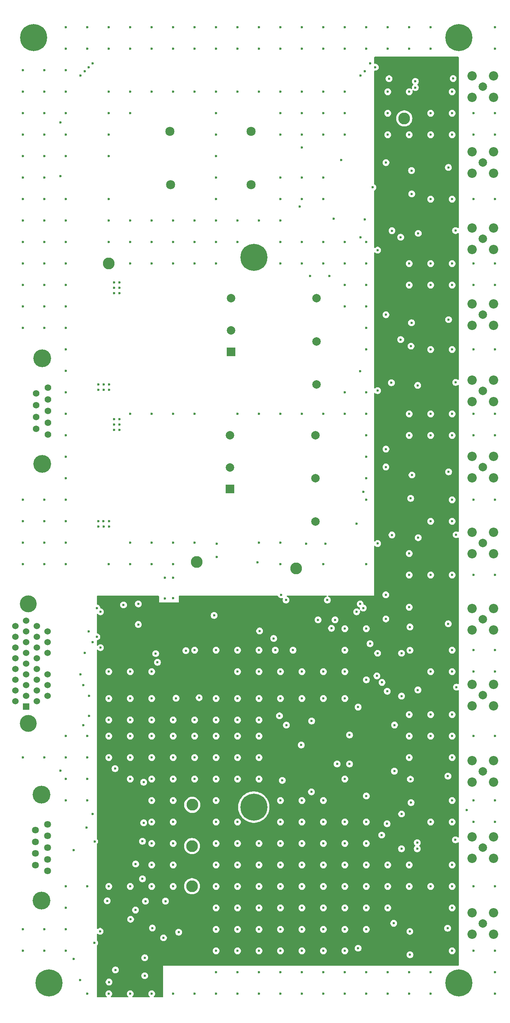
<source format=gbr>
%TF.GenerationSoftware,KiCad,Pcbnew,9.0.3*%
%TF.CreationDate,2025-09-16T13:44:48-04:00*%
%TF.ProjectId,WARM_TPC_Shaper,5741524d-5f54-4504-935f-536861706572,rev?*%
%TF.SameCoordinates,Original*%
%TF.FileFunction,Copper,L4,Inr*%
%TF.FilePolarity,Positive*%
%FSLAX46Y46*%
G04 Gerber Fmt 4.6, Leading zero omitted, Abs format (unit mm)*
G04 Created by KiCad (PCBNEW 9.0.3) date 2025-09-16 13:44:48*
%MOMM*%
%LPD*%
G01*
G04 APERTURE LIST*
%TA.AperFunction,ComponentPad*%
%ADD10C,2.800000*%
%TD*%
%TA.AperFunction,ComponentPad*%
%ADD11C,2.006600*%
%TD*%
%TA.AperFunction,ComponentPad*%
%ADD12C,2.209800*%
%TD*%
%TA.AperFunction,ComponentPad*%
%ADD13C,1.635000*%
%TD*%
%TA.AperFunction,ComponentPad*%
%ADD14C,4.216000*%
%TD*%
%TA.AperFunction,ComponentPad*%
%ADD15C,2.159000*%
%TD*%
%TA.AperFunction,ComponentPad*%
%ADD16R,2.000000X2.000000*%
%TD*%
%TA.AperFunction,ComponentPad*%
%ADD17C,2.000000*%
%TD*%
%TA.AperFunction,ComponentPad*%
%ADD18C,1.560000*%
%TD*%
%TA.AperFunction,ComponentPad*%
%ADD19C,6.400000*%
%TD*%
%TA.AperFunction,ComponentPad*%
%ADD20C,4.000000*%
%TD*%
%TA.AperFunction,ComponentPad*%
%ADD21R,1.530000X1.530000*%
%TD*%
%TA.AperFunction,ComponentPad*%
%ADD22C,1.530000*%
%TD*%
%TA.AperFunction,ViaPad*%
%ADD23C,0.600000*%
%TD*%
G04 APERTURE END LIST*
D10*
%TO.N,/V_SEC_RTN*%
%TO.C,SEC_{RTN}1*%
X181508400Y-163576000D03*
%TD*%
D11*
%TO.N,/M_SHPR_6*%
%TO.C,J13*%
X225680000Y-247544999D03*
D12*
%TO.N,/PM3p3V_RTN*%
X228220000Y-245004999D03*
X223140000Y-245004999D03*
X223140000Y-250084999D03*
X228220000Y-250084999D03*
%TD*%
D10*
%TO.N,/TELEM_M5V*%
%TO.C,TELEM_{-5V}1*%
X156870400Y-238709200D03*
%TD*%
D13*
%TO.N,/TELEM_RTN*%
%TO.C,J15*%
X122640000Y-235115000D03*
X122640000Y-232345000D03*
%TO.N,unconnected-(J15-Pad3)*%
X122640000Y-229575000D03*
%TO.N,/TELEM_RTN*%
X122640000Y-226805000D03*
X122640000Y-224035000D03*
%TO.N,/TELEM_M5V*%
X119800000Y-233730000D03*
X119800000Y-230960000D03*
%TO.N,/TELEM_P5V*%
X119800000Y-228190000D03*
X119800000Y-225420000D03*
D14*
%TO.N,GNDPWR*%
X121220000Y-217075000D03*
X121220000Y-242075000D03*
%TD*%
D15*
%TO.N,Net-(M2-Pad3)*%
%TO.C,P4*%
X170830000Y-60150000D03*
%TD*%
D11*
%TO.N,/M_SHPR_2*%
%TO.C,J5*%
X225680000Y-103544999D03*
D12*
%TO.N,/PM3p3V_RTN*%
X228220000Y-101004999D03*
X223140000Y-101004999D03*
X223140000Y-106084999D03*
X228220000Y-106084999D03*
%TD*%
D10*
%TO.N,/TELEM_RTN*%
%TO.C,TELEM_{RTN}2*%
X156870400Y-229209600D03*
%TD*%
D11*
%TO.N,/M_SHPR_1*%
%TO.C,J3*%
X225680000Y-67544999D03*
D12*
%TO.N,/PM3p3V_RTN*%
X228220000Y-65004999D03*
X223140000Y-65004999D03*
X223140000Y-70084999D03*
X228220000Y-70084999D03*
%TD*%
D11*
%TO.N,/P_SHPR_6*%
%TO.C,J14*%
X225680000Y-229544999D03*
D12*
%TO.N,/PM3p3V_RTN*%
X228220000Y-227004999D03*
X223140000Y-227004999D03*
X223140000Y-232084999D03*
X228220000Y-232084999D03*
%TD*%
D10*
%TO.N,/TELEM_RTN*%
%TO.C,TELEM_{RTN}1*%
X207111600Y-57099200D03*
%TD*%
D16*
%TO.N,Net-(U1-+VIN)*%
%TO.C,U1*%
X166080000Y-112340000D03*
D17*
%TO.N,Net-(U1--VIN)*%
X166080000Y-107240000D03*
%TO.N,/P3p3V*%
X186380000Y-120040000D03*
%TO.N,unconnected-(U1-TRIM-Pad4)*%
X186380000Y-109840000D03*
%TO.N,/PM3p3V_RTN*%
X186380000Y-99640000D03*
%TO.N,/Main_CKT/Enable*%
X166080000Y-99640000D03*
%TD*%
D11*
%TO.N,/M_SHPR_5*%
%TO.C,J11*%
X225680000Y-211544999D03*
D12*
%TO.N,/PM3p3V_RTN*%
X228220000Y-209004999D03*
X223140000Y-209004999D03*
X223140000Y-214084999D03*
X228220000Y-214084999D03*
%TD*%
D10*
%TO.N,/V_SEC_RTN*%
%TO.C,SEC_{RTN}2*%
X137160000Y-91440000D03*
%TD*%
%TO.N,/Main_CKT/Enable*%
%TO.C,V_{EN}1*%
X157940000Y-162040000D03*
%TD*%
D18*
%TO.N,/V_SEC_RTN*%
%TO.C,J2*%
X122790000Y-120780000D03*
X122790000Y-123550000D03*
%TO.N,unconnected-(J2-Pad3)*%
X122790000Y-126320000D03*
%TO.N,/V_SEC_RTN*%
X122790000Y-129090000D03*
X122790000Y-131860000D03*
%TO.N,/V_SEC_IN*%
X119950000Y-122165000D03*
X119950000Y-124935000D03*
X119950000Y-127705000D03*
X119950000Y-130475000D03*
D14*
%TO.N,GNDPWR*%
X121370000Y-113820000D03*
X121370000Y-138820000D03*
%TD*%
D19*
%TO.N,GNDPWR*%
%TO.C,H7*%
X123000000Y-261620000D03*
%TD*%
%TO.N,GNDPWR*%
%TO.C,H5*%
X119380000Y-38000000D03*
%TD*%
D10*
%TO.N,/TELEM_P5V*%
%TO.C,TELEM_{+5V}1*%
X156921200Y-219456000D03*
%TD*%
D11*
%TO.N,/P_SHPR_5*%
%TO.C,J12*%
X225680000Y-193544999D03*
D12*
%TO.N,/PM3p3V_RTN*%
X228220000Y-191004999D03*
X223140000Y-191004999D03*
X223140000Y-196084999D03*
X228220000Y-196084999D03*
%TD*%
D19*
%TO.N,GNDPWR*%
%TO.C,H1*%
X220000000Y-38000000D03*
%TD*%
D16*
%TO.N,Net-(U2-+VIN)*%
%TO.C,U2*%
X165807500Y-144730000D03*
D17*
%TO.N,Net-(U2--VIN)*%
X165807500Y-139630000D03*
%TO.N,/PM3p3V_RTN*%
X186107500Y-152430000D03*
%TO.N,unconnected-(U2-TRIM-Pad4)*%
X186107500Y-142230000D03*
%TO.N,/M3p3V*%
X186107500Y-132030000D03*
%TO.N,/Main_CKT/Enable*%
X165807500Y-132030000D03*
%TD*%
D19*
%TO.N,GNDPWR*%
%TO.C,H2*%
X171500000Y-90000000D03*
%TD*%
D11*
%TO.N,/P_SHPR_4*%
%TO.C,J10*%
X225680000Y-157544999D03*
D12*
%TO.N,/PM3p3V_RTN*%
X228220000Y-155004999D03*
X223140000Y-155004999D03*
X223140000Y-160084999D03*
X228220000Y-160084999D03*
%TD*%
D11*
%TO.N,/P_SHPR_2*%
%TO.C,J6*%
X225680000Y-85544999D03*
D12*
%TO.N,/PM3p3V_RTN*%
X228220000Y-83004999D03*
X223140000Y-83004999D03*
X223140000Y-88084999D03*
X228220000Y-88084999D03*
%TD*%
D15*
%TO.N,Net-(P1-Pad1)*%
%TO.C,P1*%
X151810600Y-72790000D03*
%TD*%
D11*
%TO.N,/M_SHPR_4*%
%TO.C,J9*%
X225680000Y-175544999D03*
D12*
%TO.N,/PM3p3V_RTN*%
X228220000Y-173004999D03*
X223140000Y-173004999D03*
X223140000Y-178084999D03*
X228220000Y-178084999D03*
%TD*%
D19*
%TO.N,GNDPWR*%
%TO.C,H4*%
X220000000Y-261620000D03*
%TD*%
D11*
%TO.N,/P_SHPR_1*%
%TO.C,J4*%
X225680000Y-49544999D03*
D12*
%TO.N,/PM3p3V_RTN*%
X228220000Y-47004999D03*
X223140000Y-47004999D03*
X223140000Y-52084999D03*
X228220000Y-52084999D03*
%TD*%
D19*
%TO.N,GNDPWR*%
%TO.C,H3*%
X171500000Y-220000000D03*
%TD*%
D15*
%TO.N,Net-(M1-Pad3)*%
%TO.C,P2*%
X170809800Y-72790000D03*
%TD*%
%TO.N,Net-(P3-Pad1)*%
%TO.C,P3*%
X151620000Y-60148000D03*
%TD*%
D11*
%TO.N,/P_SHPR_3*%
%TO.C,J8*%
X225680000Y-121544999D03*
D12*
%TO.N,/PM3p3V_RTN*%
X228220000Y-119004999D03*
X223140000Y-119004999D03*
X223140000Y-124084999D03*
X228220000Y-124084999D03*
%TD*%
D20*
%TO.N,GNDPWR*%
%TO.C,J1*%
X118098000Y-171909500D03*
X118098000Y-200230500D03*
D21*
%TO.N,/i_Sense_6-*%
X117590000Y-196230000D03*
D22*
%TO.N,/TELEM_RTN*%
X115050000Y-194960000D03*
%TO.N,/i_Sense_6+*%
X117590000Y-193690000D03*
%TO.N,/TELEM_RTN*%
X115050000Y-192420000D03*
%TO.N,/i_Sense_5-*%
X117590000Y-191150000D03*
%TO.N,/TELEM_RTN*%
X115050000Y-189880000D03*
%TO.N,/i_Sense_5+*%
X117590000Y-188610000D03*
%TO.N,/TELEM_RTN*%
X115050000Y-187340000D03*
X115050000Y-184800000D03*
%TO.N,/i_Sense_4+*%
X117590000Y-183530000D03*
%TO.N,/TELEM_RTN*%
X115050000Y-182260000D03*
%TO.N,/i_Sense_3-*%
X117590000Y-180990000D03*
%TO.N,/TELEM_RTN*%
X115050000Y-179720000D03*
%TO.N,/i_Sense_3+*%
X117590000Y-178450000D03*
%TO.N,/TELEM_RTN*%
X115050000Y-177180000D03*
%TO.N,/Enable+*%
X117590000Y-175910000D03*
%TO.N,/TELEM_RTN*%
X120130000Y-194960000D03*
%TO.N,/P3p3V_MON*%
X122670000Y-193690000D03*
%TO.N,/TELEM_RTN*%
X120130000Y-192420000D03*
%TO.N,/M3p3V_MON*%
X122670000Y-191150000D03*
%TO.N,/TEMP_MON*%
X120130000Y-189880000D03*
%TO.N,/i_Sense_2-*%
X122670000Y-188610000D03*
%TO.N,/TELEM_RTN*%
X120130000Y-187340000D03*
%TO.N,/i_Sense_4-*%
X117590000Y-186070000D03*
%TO.N,/TELEM_RTN*%
X120130000Y-184800000D03*
%TO.N,/i_Sense_2+*%
X122670000Y-183530000D03*
%TO.N,/TELEM_RTN*%
X120130000Y-182260000D03*
%TO.N,/i_Sense_1-*%
X122670000Y-180990000D03*
%TO.N,/TELEM_RTN*%
X120130000Y-179720000D03*
%TO.N,/Enable-*%
X120130000Y-177180000D03*
%TO.N,/i_Sense_1+*%
X122670000Y-178450000D03*
%TD*%
D11*
%TO.N,/M_SHPR_3*%
%TO.C,J7*%
X225680000Y-139544999D03*
D12*
%TO.N,/PM3p3V_RTN*%
X228220000Y-137004999D03*
X223140000Y-137004999D03*
X223140000Y-142084999D03*
X228220000Y-142084999D03*
%TD*%
D23*
%TO.N,/P3p3V*%
X206470000Y-183600000D03*
X200810000Y-121490000D03*
X206470000Y-193730000D03*
X200810000Y-183600000D03*
X209720000Y-49789999D03*
X206480000Y-221620000D03*
X200810000Y-157650000D03*
X210180000Y-229844999D03*
X206470000Y-229850000D03*
X200810000Y-88260000D03*
%TO.N,/PM3p3V_RTN*%
X188446000Y-157730000D03*
X189426000Y-94380000D03*
X221860000Y-220670000D03*
%TO.N,GNDPWR*%
X184796000Y-94380000D03*
X183886000Y-157730000D03*
%TO.N,/V_SEC_RTN*%
X187960000Y-40640000D03*
X218440000Y-152400000D03*
X121920000Y-66040000D03*
X127000000Y-147320000D03*
X147320000Y-81280000D03*
X157480000Y-157480000D03*
X213360000Y-60960000D03*
X121920000Y-152400000D03*
X139700000Y-129540000D03*
X187960000Y-35560000D03*
X116840000Y-152400000D03*
X127000000Y-45720000D03*
X167640000Y-50800000D03*
X138430000Y-98425000D03*
X127000000Y-50800000D03*
X177800000Y-157480000D03*
X223520000Y-111760000D03*
X142240000Y-55880000D03*
X121920000Y-162560000D03*
X182880000Y-86360000D03*
X127000000Y-60960000D03*
X162560000Y-60960000D03*
X208280000Y-40640000D03*
X228600000Y-147320000D03*
X198120000Y-101600000D03*
X172720000Y-50800000D03*
X116840000Y-81280000D03*
X150460000Y-165750000D03*
X198120000Y-162560000D03*
X142240000Y-35560000D03*
X116840000Y-96520000D03*
X198120000Y-121920000D03*
X198120000Y-91440000D03*
X213360000Y-96520000D03*
X228600000Y-165100000D03*
X223520000Y-55880000D03*
X127000000Y-106680000D03*
X139700000Y-130810000D03*
X147320000Y-50800000D03*
X127000000Y-40640000D03*
X228600000Y-35560000D03*
X223520000Y-147320000D03*
X162560000Y-81280000D03*
X193040000Y-40640000D03*
X116840000Y-86360000D03*
X132080000Y-40640000D03*
X182880000Y-40640000D03*
X116840000Y-71120000D03*
X147320000Y-86360000D03*
X177800000Y-76200000D03*
X228600000Y-60960000D03*
X116840000Y-91440000D03*
X152400000Y-157480000D03*
X203200000Y-55880000D03*
X213360000Y-55880000D03*
X182880000Y-60960000D03*
X208280000Y-96520000D03*
X139700000Y-98425000D03*
X198120000Y-106680000D03*
X187960000Y-76200000D03*
X121920000Y-81280000D03*
X132080000Y-35560000D03*
X213360000Y-165100000D03*
X228600000Y-132080000D03*
X137160000Y-81280000D03*
X198120000Y-35560000D03*
X203200000Y-40640000D03*
X193040000Y-35560000D03*
X213360000Y-152400000D03*
X193040000Y-86360000D03*
X218440000Y-165100000D03*
X193040000Y-121920000D03*
X162560000Y-50800000D03*
X208280000Y-132080000D03*
X203200000Y-35560000D03*
X152400000Y-86360000D03*
X127000000Y-157480000D03*
X218440000Y-127000000D03*
X223520000Y-96520000D03*
X193040000Y-55880000D03*
X157480000Y-127000000D03*
X172720000Y-40640000D03*
X208280000Y-127000000D03*
X157480000Y-35560000D03*
X177800000Y-86360000D03*
X121920000Y-76200000D03*
X138430000Y-130810000D03*
X218440000Y-76200000D03*
X127000000Y-127000000D03*
X147320000Y-162560000D03*
X193040000Y-101600000D03*
X121920000Y-71120000D03*
X198120000Y-142240000D03*
X121920000Y-101600000D03*
X177800000Y-35560000D03*
X152400000Y-40640000D03*
X218440000Y-132080000D03*
X127000000Y-96520000D03*
X167640000Y-81280000D03*
X147320000Y-35560000D03*
X157480000Y-86360000D03*
X198120000Y-96520000D03*
X127000000Y-91440000D03*
X223520000Y-127000000D03*
X228600000Y-55880000D03*
X142240000Y-91440000D03*
X127000000Y-111760000D03*
X193040000Y-127000000D03*
X187960000Y-55880000D03*
X172360000Y-162120000D03*
X198120000Y-86360000D03*
X127000000Y-137160000D03*
X142240000Y-162560000D03*
X138430000Y-128270000D03*
X137160000Y-162560000D03*
X137160000Y-35560000D03*
X193040000Y-96520000D03*
X138430000Y-97155000D03*
X142240000Y-81280000D03*
X142240000Y-50800000D03*
X162560000Y-66040000D03*
X127000000Y-132080000D03*
X172720000Y-127000000D03*
X208280000Y-91440000D03*
X152400000Y-162560000D03*
X142240000Y-127000000D03*
X203200000Y-50800000D03*
X223520000Y-76200000D03*
X218440000Y-111760000D03*
X223520000Y-165100000D03*
X127000000Y-86360000D03*
X127000000Y-66040000D03*
X121920000Y-106680000D03*
X198120000Y-137160000D03*
X167640000Y-127000000D03*
X177800000Y-60960000D03*
X142240000Y-86360000D03*
X147320000Y-91440000D03*
X152400000Y-81280000D03*
X228600000Y-111760000D03*
X172720000Y-35560000D03*
X218440000Y-91440000D03*
X127000000Y-101600000D03*
X152400000Y-35560000D03*
X116840000Y-50800000D03*
X218440000Y-60960000D03*
X177800000Y-91440000D03*
X187960000Y-60960000D03*
X193040000Y-60960000D03*
X198120000Y-111760000D03*
X152400000Y-127000000D03*
X223520000Y-132080000D03*
X137160000Y-55880000D03*
X127000000Y-121920000D03*
X152400000Y-91440000D03*
X182880000Y-35560000D03*
X147320000Y-157480000D03*
X127000000Y-116840000D03*
X127000000Y-35560000D03*
X218440000Y-55880000D03*
X182880000Y-76200000D03*
X142240000Y-40640000D03*
X177800000Y-55880000D03*
X137160000Y-60960000D03*
X187960000Y-127000000D03*
X208280000Y-165100000D03*
X187960000Y-71120000D03*
X193040000Y-50800000D03*
X152400000Y-50800000D03*
X228600000Y-76200000D03*
X157480000Y-40640000D03*
X213360000Y-111760000D03*
X116840000Y-45720000D03*
X121920000Y-60960000D03*
X218440000Y-50800000D03*
X116840000Y-60960000D03*
X228600000Y-96520000D03*
X121920000Y-86360000D03*
X198120000Y-132080000D03*
X203200000Y-60960000D03*
X139700000Y-128270000D03*
X223520000Y-91440000D03*
X172720000Y-157480000D03*
X218440000Y-147320000D03*
X121920000Y-91440000D03*
X228600000Y-91440000D03*
X138430000Y-129540000D03*
X162560000Y-76200000D03*
X187960000Y-50800000D03*
X177800000Y-50800000D03*
X121920000Y-55880000D03*
X116840000Y-76200000D03*
X147320000Y-40640000D03*
X139700000Y-95885000D03*
X182880000Y-50800000D03*
X162560000Y-35560000D03*
X162560000Y-86360000D03*
X147320000Y-127000000D03*
X152350000Y-165770000D03*
X137160000Y-86360000D03*
X198120000Y-127000000D03*
X139700000Y-97155000D03*
X182880000Y-55880000D03*
X182880000Y-127000000D03*
X177800000Y-40640000D03*
X162560000Y-71120000D03*
X187960000Y-86360000D03*
X127000000Y-55880000D03*
X116840000Y-101600000D03*
X167640000Y-86360000D03*
X177800000Y-81280000D03*
X127000000Y-142240000D03*
X127000000Y-76200000D03*
X157480000Y-81280000D03*
X121920000Y-147320000D03*
X157480000Y-50800000D03*
X137160000Y-66040000D03*
X137160000Y-40640000D03*
X138430000Y-95885000D03*
X182880000Y-91440000D03*
X208280000Y-50800000D03*
X121920000Y-50800000D03*
X127000000Y-81280000D03*
X213360000Y-132080000D03*
X213360000Y-76200000D03*
X187960000Y-91440000D03*
X162560000Y-55880000D03*
X223520000Y-60960000D03*
X121920000Y-96520000D03*
X218440000Y-96520000D03*
X121920000Y-45720000D03*
X228600000Y-40640000D03*
X198120000Y-40640000D03*
X193040000Y-91440000D03*
X121920000Y-157480000D03*
X116840000Y-106680000D03*
X116840000Y-66040000D03*
X213360000Y-40640000D03*
X213360000Y-91440000D03*
X157480000Y-91440000D03*
X116840000Y-55880000D03*
X127000000Y-152400000D03*
X177800000Y-127000000D03*
X177800000Y-162560000D03*
X162560000Y-91440000D03*
X142240000Y-157480000D03*
X228600000Y-127000000D03*
X213360000Y-127000000D03*
X208280000Y-160020000D03*
X116840000Y-162560000D03*
X116840000Y-157480000D03*
X167640000Y-35560000D03*
X162560000Y-40640000D03*
X137160000Y-50800000D03*
X198120000Y-147320000D03*
X137160000Y-76200000D03*
X213360000Y-35560000D03*
X177800000Y-71120000D03*
X187960000Y-162560000D03*
X127000000Y-162560000D03*
X182880000Y-71120000D03*
X208280000Y-35560000D03*
X172720000Y-81280000D03*
X116840000Y-147320000D03*
X167640000Y-40640000D03*
X208280000Y-60960000D03*
%TO.N,/M3p3V*%
X177980000Y-169790000D03*
X202750000Y-169790000D03*
X204800000Y-200580000D03*
X202770000Y-103530000D03*
X204620000Y-247480000D03*
X204770000Y-211500000D03*
X202760000Y-139540000D03*
X202760000Y-175480000D03*
X202770000Y-135310000D03*
X202770000Y-67540000D03*
%TO.N,/V_SEC_IN*%
X134720000Y-121250000D03*
X134682500Y-153660000D03*
X134682500Y-152390000D03*
X137260000Y-119980000D03*
X135990000Y-121250000D03*
X137222500Y-153660000D03*
X135952500Y-153660000D03*
X135990000Y-119980000D03*
X135902500Y-152390000D03*
X134720000Y-119980000D03*
X137260000Y-121250000D03*
X137222500Y-152390000D03*
%TO.N,/TELEM_RTN*%
X145130000Y-236970000D03*
X228600000Y-223520000D03*
X182880000Y-218440000D03*
X198120000Y-233680000D03*
X142240000Y-203200000D03*
X218440000Y-223520000D03*
X198120000Y-243840000D03*
X219470000Y-191614999D03*
X121920000Y-208280000D03*
X217570000Y-68694999D03*
X218440000Y-198120000D03*
X228600000Y-254000000D03*
X136786200Y-242165000D03*
X145140000Y-228080000D03*
X167640000Y-248920000D03*
X208280000Y-172720000D03*
X147320000Y-203200000D03*
X187960000Y-233680000D03*
X157480000Y-203200000D03*
X157480000Y-182880000D03*
X208280000Y-259080000D03*
X203200000Y-264160000D03*
X176580000Y-182880000D03*
X167640000Y-259080000D03*
X193040000Y-259080000D03*
X127000000Y-248920000D03*
X182880000Y-233680000D03*
X152400000Y-238760000D03*
X193040000Y-254000000D03*
X223520000Y-254000000D03*
X132080000Y-218440000D03*
X218440000Y-187960000D03*
X167640000Y-228600000D03*
X213360000Y-203200000D03*
X172720000Y-254000000D03*
X193040000Y-177800000D03*
X142240000Y-208280000D03*
X147320000Y-187960000D03*
X182880000Y-238760000D03*
X132080000Y-264160000D03*
X198120000Y-223520000D03*
X172720000Y-233680000D03*
X208570000Y-213394999D03*
X187960000Y-187960000D03*
X177800000Y-243840000D03*
X162560000Y-228600000D03*
X203200000Y-233680000D03*
X217600000Y-104689999D03*
X213360000Y-259080000D03*
X162560000Y-223520000D03*
X130376200Y-260865000D03*
X167640000Y-182880000D03*
X198120000Y-259080000D03*
X127000000Y-213360000D03*
X213360000Y-198120000D03*
X223520000Y-182880000D03*
X147320000Y-199390000D03*
X228600000Y-238760000D03*
X198120000Y-177800000D03*
X209730000Y-48339999D03*
X147320000Y-218440000D03*
X137160000Y-199390000D03*
X172720000Y-259080000D03*
X172720000Y-187960000D03*
X210290000Y-120254999D03*
X152400000Y-223520000D03*
X223520000Y-203200000D03*
X187960000Y-259080000D03*
X203200000Y-238760000D03*
X218440000Y-243840000D03*
X162560000Y-233680000D03*
X148695476Y-185749999D03*
X157480000Y-213360000D03*
X127000000Y-208280000D03*
X177800000Y-254000000D03*
X208470000Y-182894999D03*
X176190000Y-180100000D03*
X162560000Y-238760000D03*
X213360000Y-223520000D03*
X187960000Y-228600000D03*
X157480000Y-199390000D03*
X116840000Y-208280000D03*
X217450000Y-212659999D03*
X208460000Y-177384999D03*
X182880000Y-254000000D03*
X127000000Y-218440000D03*
X208280000Y-203200000D03*
X121920000Y-254000000D03*
X152400000Y-199390000D03*
X193040000Y-248920000D03*
X167640000Y-194310000D03*
X223520000Y-223520000D03*
X127000000Y-238760000D03*
X203200000Y-243840000D03*
X172720000Y-208280000D03*
X177800000Y-228600000D03*
X204198000Y-155624999D03*
X185180000Y-199630000D03*
X219270000Y-119534999D03*
X210420000Y-84289999D03*
X152400000Y-213360000D03*
X147320000Y-213360000D03*
X147320000Y-194310000D03*
X167640000Y-213360000D03*
X193040000Y-187960000D03*
X167640000Y-208280000D03*
X172720000Y-213360000D03*
X132080000Y-238760000D03*
X182880000Y-243840000D03*
X172720000Y-243840000D03*
X148265476Y-183690000D03*
X218680000Y-47664999D03*
X162560000Y-248920000D03*
X157480000Y-264160000D03*
X182880000Y-194310000D03*
X162560000Y-208280000D03*
X198120000Y-238760000D03*
X208890000Y-74959999D03*
X172720000Y-238760000D03*
X116840000Y-254000000D03*
X177800000Y-259080000D03*
X167640000Y-238760000D03*
X217370000Y-248649999D03*
X182720000Y-205310000D03*
X187960000Y-254000000D03*
X201780000Y-226610000D03*
X187960000Y-243840000D03*
X193040000Y-223520000D03*
X218440000Y-208280000D03*
X142240000Y-264160000D03*
X208820000Y-105434999D03*
X182880000Y-264160000D03*
X172720000Y-203200000D03*
X208700000Y-110954999D03*
X204070000Y-119619999D03*
X147320000Y-228600000D03*
X147320000Y-233680000D03*
X182850000Y-63940000D03*
X210340000Y-192284999D03*
X210190000Y-228394999D03*
X167640000Y-264160000D03*
X177800000Y-238760000D03*
X218440000Y-203200000D03*
X187960000Y-223520000D03*
X177800000Y-248920000D03*
X167640000Y-203200000D03*
X162560000Y-182880000D03*
X172720000Y-199390000D03*
X162560000Y-264160000D03*
X142240000Y-238760000D03*
X167640000Y-187960000D03*
X152350000Y-170580000D03*
X172720000Y-264160000D03*
X219230000Y-227724999D03*
X150470000Y-170610000D03*
X142316200Y-246515000D03*
X208460000Y-254914999D03*
X208280000Y-264160000D03*
X218440000Y-233680000D03*
X133820000Y-228120000D03*
X153075476Y-194250000D03*
X127000000Y-203200000D03*
X152400000Y-208280000D03*
X182880000Y-187960000D03*
X213360000Y-264160000D03*
X187960000Y-218440000D03*
X218440000Y-182880000D03*
X162560000Y-213360000D03*
X127000000Y-243840000D03*
X193040000Y-228600000D03*
X187960000Y-248920000D03*
X147320000Y-223520000D03*
X208710000Y-218930000D03*
X152400000Y-233680000D03*
X177800000Y-233680000D03*
X187960000Y-194310000D03*
X208280000Y-238760000D03*
X147320000Y-238760000D03*
X172720000Y-228600000D03*
X172720000Y-182880000D03*
X162560000Y-199390000D03*
X167640000Y-233680000D03*
X217530000Y-176629999D03*
X167640000Y-223520000D03*
X142240000Y-199390000D03*
X198120000Y-228600000D03*
X193040000Y-194310000D03*
X157480000Y-208280000D03*
X198120000Y-264160000D03*
X208280000Y-233680000D03*
X162560000Y-243840000D03*
X208280000Y-208280000D03*
X187960000Y-264160000D03*
X167640000Y-243840000D03*
X193040000Y-264160000D03*
X219390000Y-155574999D03*
X121920000Y-248920000D03*
X210418000Y-156259999D03*
X213360000Y-238760000D03*
X167640000Y-254000000D03*
X213360000Y-187960000D03*
X177800000Y-187960000D03*
X162560000Y-254000000D03*
X142240000Y-187960000D03*
X162560000Y-218440000D03*
X228600000Y-264160000D03*
X152400000Y-218440000D03*
X218440000Y-218440000D03*
X167640000Y-199390000D03*
X162560000Y-259080000D03*
X172720000Y-194310000D03*
X152400000Y-228600000D03*
X218440000Y-254000000D03*
X208280000Y-198120000D03*
X193040000Y-238760000D03*
X228600000Y-182880000D03*
X135116200Y-249380000D03*
X128880000Y-230150000D03*
X218440000Y-238760000D03*
X198120000Y-248920000D03*
X177800000Y-264160000D03*
X177800000Y-223520000D03*
X193040000Y-243840000D03*
X177800000Y-218440000D03*
X208620000Y-146964999D03*
X182390000Y-77960000D03*
X190730000Y-175700000D03*
X182880000Y-223520000D03*
X223520000Y-218440000D03*
X223520000Y-238760000D03*
X152400000Y-264160000D03*
X147320000Y-208280000D03*
X132080000Y-203200000D03*
X217600000Y-140689999D03*
X194160000Y-209790000D03*
X193040000Y-233680000D03*
X137226200Y-261375000D03*
X223520000Y-187960000D03*
X137160000Y-238760000D03*
X204200000Y-83654999D03*
X145420000Y-214110000D03*
X203200000Y-259080000D03*
X177800000Y-194310000D03*
X162560000Y-194310000D03*
X193040000Y-182880000D03*
X208440000Y-249394999D03*
X228600000Y-218440000D03*
X137160000Y-208280000D03*
X137160000Y-187960000D03*
X182880000Y-228600000D03*
X208940000Y-141439999D03*
X137160000Y-203200000D03*
X142240000Y-213360000D03*
X138640000Y-210880000D03*
X145666200Y-259885000D03*
X201840000Y-190500000D03*
X182880000Y-248920000D03*
X137160000Y-194310000D03*
X152400000Y-203200000D03*
X132080000Y-213360000D03*
X228600000Y-203200000D03*
X228600000Y-187960000D03*
X127000000Y-254000000D03*
X116840000Y-248920000D03*
X172720000Y-248920000D03*
X147320000Y-264160000D03*
X194160000Y-202930000D03*
X132080000Y-208280000D03*
X203510000Y-47704999D03*
X142240000Y-194310000D03*
X228600000Y-259080000D03*
X131910000Y-224810000D03*
X145430000Y-223710000D03*
X182880000Y-259080000D03*
X185140000Y-216380000D03*
X219260000Y-83619999D03*
X172870000Y-178340000D03*
X155405476Y-182990000D03*
X208835000Y-69429999D03*
X187960000Y-238760000D03*
X162560000Y-203200000D03*
X193040000Y-213360000D03*
X137160000Y-264160000D03*
X140660000Y-172170000D03*
%TO.N,/i_Sense_1+*%
X200260000Y-44990000D03*
X132420000Y-44970000D03*
X132420000Y-178460000D03*
%TO.N,/i_Sense_2+*%
X131450000Y-45910000D03*
X197760000Y-80950000D03*
X131450000Y-183540000D03*
X197760000Y-45910000D03*
%TO.N,/TELEM_P5V*%
X133350000Y-221600000D03*
X150576200Y-242235000D03*
X125720000Y-211410000D03*
X158560000Y-194110000D03*
X125730000Y-70770000D03*
X186700000Y-175700000D03*
X125730000Y-58070000D03*
X145666200Y-255625000D03*
X162110000Y-174650000D03*
X153716200Y-249575000D03*
X133796200Y-252115000D03*
%TO.N,/TELEM_M5V*%
X128880000Y-255940000D03*
X180770000Y-182880000D03*
X138730000Y-258515000D03*
%TO.N,/i_Sense_3+*%
X144150000Y-176790000D03*
X196660000Y-116920000D03*
X144150000Y-171930000D03*
X196670000Y-171930000D03*
%TO.N,/i_Sense_4+*%
X195830000Y-173800000D03*
X195830000Y-152930000D03*
X135200000Y-173800000D03*
X135200000Y-182270000D03*
%TO.N,/i_Sense_5+*%
X200640000Y-188950000D03*
%TO.N,/i_Sense_6+*%
X203050000Y-223930000D03*
X203080000Y-192590000D03*
%TO.N,/i_Sense_1-*%
X199670000Y-73400000D03*
X133360000Y-181010000D03*
X133357380Y-44063928D03*
X199060000Y-44070000D03*
%TO.N,/i_Sense_2-*%
X206270000Y-85190000D03*
X196790000Y-85190000D03*
X130470000Y-188620000D03*
X206274999Y-109404999D03*
X196790000Y-46940000D03*
X130470000Y-46940000D03*
%TO.N,/i_Sense_3-*%
X134350000Y-179710000D03*
X197410000Y-172910000D03*
X134360000Y-172920000D03*
X197410000Y-145404999D03*
%TO.N,/i_Sense_4-*%
X199010000Y-181350000D03*
%TO.N,/i_Sense_5-*%
X198140000Y-189900000D03*
X198130000Y-217370000D03*
%TO.N,/i_Sense_6-*%
X196180000Y-253370000D03*
X196180000Y-196340000D03*
%TO.N,Net-(U17A-A_OUT)*%
X179120000Y-171010000D03*
X190440000Y-80790000D03*
X188910000Y-171020000D03*
%TO.N,Net-(U17B-B_OUT)*%
X192210000Y-66960000D03*
X189890000Y-177690000D03*
%TO.N,/TELEM_P3p3V*%
X210418000Y-154859999D03*
X210340000Y-190884999D03*
X210190000Y-226994999D03*
X217380000Y-250119999D03*
X210290000Y-118854999D03*
X217460000Y-214129999D03*
X209730000Y-46939999D03*
X142210000Y-172150000D03*
X217610000Y-142159999D03*
X217610000Y-106159999D03*
X153375476Y-183820000D03*
X184780000Y-204410000D03*
X143570000Y-219300000D03*
X217540000Y-178099999D03*
X217580000Y-70164999D03*
X210420000Y-82889999D03*
%TO.N,/TELEM_M3p3V*%
X143530000Y-233450000D03*
X191210000Y-209790000D03*
%TO.N,Net-(LED1-Pad2)*%
X150106199Y-250914999D03*
%TO.N,Net-(LED1-Pad1)*%
X147476199Y-248594999D03*
%TO.N,Net-(LED2-Pad1)*%
X143486200Y-244345000D03*
%TO.N,Net-(LED2-Pad2)*%
X145836200Y-242255000D03*
%TO.N,/Main_CKT/Enable*%
X162740000Y-157720000D03*
X162740000Y-160850000D03*
%TO.N,/P3p3V_MON*%
X132530000Y-198410000D03*
X132530000Y-193700000D03*
X178230000Y-213670000D03*
X177570000Y-198410000D03*
%TO.N,/M3p3V_MON*%
X179200000Y-200600000D03*
X131149881Y-200600833D03*
X131150000Y-191160000D03*
%TD*%
%TA.AperFunction,Conductor*%
%TO.N,/TELEM_P3p3V*%
G36*
X219943039Y-42519685D02*
G01*
X219988794Y-42572489D01*
X220000000Y-42624000D01*
X220000000Y-82928558D01*
X219980315Y-82995597D01*
X219927511Y-83041352D01*
X219858353Y-83051296D01*
X219794797Y-83022271D01*
X219788319Y-83016239D01*
X219770292Y-82998212D01*
X219770288Y-82998209D01*
X219639185Y-82910608D01*
X219639172Y-82910601D01*
X219493501Y-82850263D01*
X219493489Y-82850260D01*
X219338845Y-82819499D01*
X219338842Y-82819499D01*
X219181158Y-82819499D01*
X219181155Y-82819499D01*
X219026510Y-82850260D01*
X219026498Y-82850263D01*
X218880827Y-82910601D01*
X218880814Y-82910608D01*
X218749711Y-82998209D01*
X218749707Y-82998212D01*
X218638213Y-83109706D01*
X218638210Y-83109710D01*
X218550609Y-83240813D01*
X218550602Y-83240826D01*
X218490264Y-83386497D01*
X218490261Y-83386509D01*
X218459500Y-83541152D01*
X218459500Y-83698845D01*
X218490261Y-83853488D01*
X218490264Y-83853500D01*
X218550602Y-83999171D01*
X218550609Y-83999184D01*
X218638210Y-84130287D01*
X218638213Y-84130291D01*
X218749707Y-84241785D01*
X218749711Y-84241788D01*
X218880814Y-84329389D01*
X218880827Y-84329396D01*
X218976062Y-84368843D01*
X219026503Y-84389736D01*
X219179962Y-84420261D01*
X219181153Y-84420498D01*
X219181156Y-84420499D01*
X219181158Y-84420499D01*
X219338844Y-84420499D01*
X219338845Y-84420498D01*
X219493497Y-84389736D01*
X219639179Y-84329393D01*
X219770289Y-84241788D01*
X219774947Y-84237130D01*
X219788319Y-84223759D01*
X219849642Y-84190274D01*
X219919334Y-84195258D01*
X219975267Y-84237130D01*
X219999684Y-84302594D01*
X220000000Y-84311440D01*
X220000000Y-118833558D01*
X219980315Y-118900597D01*
X219927511Y-118946352D01*
X219858353Y-118956296D01*
X219794797Y-118927271D01*
X219788319Y-118921239D01*
X219780292Y-118913212D01*
X219780288Y-118913209D01*
X219649185Y-118825608D01*
X219649172Y-118825601D01*
X219503501Y-118765263D01*
X219503489Y-118765260D01*
X219348845Y-118734499D01*
X219348842Y-118734499D01*
X219191158Y-118734499D01*
X219191155Y-118734499D01*
X219036510Y-118765260D01*
X219036498Y-118765263D01*
X218890827Y-118825601D01*
X218890814Y-118825608D01*
X218759711Y-118913209D01*
X218759707Y-118913212D01*
X218648213Y-119024706D01*
X218648210Y-119024710D01*
X218560609Y-119155813D01*
X218560602Y-119155826D01*
X218500264Y-119301497D01*
X218500261Y-119301509D01*
X218469500Y-119456152D01*
X218469500Y-119613845D01*
X218500261Y-119768488D01*
X218500264Y-119768500D01*
X218560602Y-119914171D01*
X218560609Y-119914184D01*
X218648210Y-120045287D01*
X218648213Y-120045291D01*
X218759707Y-120156785D01*
X218759711Y-120156788D01*
X218890814Y-120244389D01*
X218890827Y-120244396D01*
X219036498Y-120304734D01*
X219036503Y-120304736D01*
X219182823Y-120333841D01*
X219191153Y-120335498D01*
X219191156Y-120335499D01*
X219191158Y-120335499D01*
X219348844Y-120335499D01*
X219348845Y-120335498D01*
X219503497Y-120304736D01*
X219649179Y-120244393D01*
X219780289Y-120156788D01*
X219780292Y-120156785D01*
X219788319Y-120148759D01*
X219849642Y-120115274D01*
X219919334Y-120120258D01*
X219975267Y-120162130D01*
X219999684Y-120227594D01*
X220000000Y-120236440D01*
X220000000Y-154787846D01*
X219980315Y-154854885D01*
X219927511Y-154900640D01*
X219858353Y-154910584D01*
X219807110Y-154890949D01*
X219769183Y-154865607D01*
X219769172Y-154865601D01*
X219623501Y-154805263D01*
X219623489Y-154805260D01*
X219468845Y-154774499D01*
X219468842Y-154774499D01*
X219311158Y-154774499D01*
X219311155Y-154774499D01*
X219156510Y-154805260D01*
X219156498Y-154805263D01*
X219010827Y-154865601D01*
X219010814Y-154865608D01*
X218879711Y-154953209D01*
X218879707Y-154953212D01*
X218768213Y-155064706D01*
X218768210Y-155064710D01*
X218680609Y-155195813D01*
X218680602Y-155195826D01*
X218620264Y-155341497D01*
X218620261Y-155341509D01*
X218589500Y-155496152D01*
X218589500Y-155653845D01*
X218620261Y-155808488D01*
X218620264Y-155808500D01*
X218680602Y-155954171D01*
X218680609Y-155954184D01*
X218768210Y-156085287D01*
X218768213Y-156085291D01*
X218879707Y-156196785D01*
X218879711Y-156196788D01*
X219010814Y-156284389D01*
X219010827Y-156284396D01*
X219156498Y-156344734D01*
X219156503Y-156344736D01*
X219244054Y-156362151D01*
X219311153Y-156375498D01*
X219311156Y-156375499D01*
X219311158Y-156375499D01*
X219468844Y-156375499D01*
X219468845Y-156375498D01*
X219623497Y-156344736D01*
X219769179Y-156284393D01*
X219807109Y-156259048D01*
X219873785Y-156238171D01*
X219941166Y-156256655D01*
X219987856Y-156308633D01*
X220000000Y-156362151D01*
X220000000Y-190782497D01*
X219980315Y-190849536D01*
X219927511Y-190895291D01*
X219858353Y-190905235D01*
X219828548Y-190897059D01*
X219785395Y-190879185D01*
X219703497Y-190845262D01*
X219703492Y-190845261D01*
X219703489Y-190845260D01*
X219548845Y-190814499D01*
X219548842Y-190814499D01*
X219391158Y-190814499D01*
X219391155Y-190814499D01*
X219236510Y-190845260D01*
X219236498Y-190845263D01*
X219090827Y-190905601D01*
X219090814Y-190905608D01*
X218959711Y-190993209D01*
X218959707Y-190993212D01*
X218848213Y-191104706D01*
X218848210Y-191104710D01*
X218760609Y-191235813D01*
X218760602Y-191235826D01*
X218700264Y-191381497D01*
X218700261Y-191381509D01*
X218669500Y-191536152D01*
X218669500Y-191693845D01*
X218700261Y-191848488D01*
X218700264Y-191848500D01*
X218760602Y-191994171D01*
X218760609Y-191994184D01*
X218848210Y-192125287D01*
X218848213Y-192125291D01*
X218959707Y-192236785D01*
X218959711Y-192236788D01*
X219090814Y-192324389D01*
X219090827Y-192324396D01*
X219186062Y-192363843D01*
X219236503Y-192384736D01*
X219391153Y-192415498D01*
X219391156Y-192415499D01*
X219391158Y-192415499D01*
X219548844Y-192415499D01*
X219548845Y-192415498D01*
X219703497Y-192384736D01*
X219771658Y-192356503D01*
X219828548Y-192332939D01*
X219898017Y-192325470D01*
X219960496Y-192356745D01*
X219996148Y-192416834D01*
X220000000Y-192447500D01*
X220000000Y-227063558D01*
X219980315Y-227130597D01*
X219927511Y-227176352D01*
X219858353Y-227186296D01*
X219794797Y-227157271D01*
X219788319Y-227151239D01*
X219740292Y-227103212D01*
X219740288Y-227103209D01*
X219609185Y-227015608D01*
X219609172Y-227015601D01*
X219463501Y-226955263D01*
X219463489Y-226955260D01*
X219308845Y-226924499D01*
X219308842Y-226924499D01*
X219151158Y-226924499D01*
X219151155Y-226924499D01*
X218996510Y-226955260D01*
X218996498Y-226955263D01*
X218850827Y-227015601D01*
X218850814Y-227015608D01*
X218719711Y-227103209D01*
X218719707Y-227103212D01*
X218608213Y-227214706D01*
X218608210Y-227214710D01*
X218520609Y-227345813D01*
X218520602Y-227345826D01*
X218460264Y-227491497D01*
X218460261Y-227491509D01*
X218429500Y-227646152D01*
X218429500Y-227803845D01*
X218460261Y-227958488D01*
X218460264Y-227958500D01*
X218520602Y-228104171D01*
X218520609Y-228104184D01*
X218608210Y-228235287D01*
X218608213Y-228235291D01*
X218719707Y-228346785D01*
X218719711Y-228346788D01*
X218850814Y-228434389D01*
X218850827Y-228434396D01*
X218946062Y-228473843D01*
X218996503Y-228494736D01*
X219151153Y-228525498D01*
X219151156Y-228525499D01*
X219151158Y-228525499D01*
X219308844Y-228525499D01*
X219308845Y-228525498D01*
X219463497Y-228494736D01*
X219609179Y-228434393D01*
X219740289Y-228346788D01*
X219740292Y-228346785D01*
X219788319Y-228298759D01*
X219849642Y-228265274D01*
X219919334Y-228270258D01*
X219975267Y-228312130D01*
X219999684Y-228377594D01*
X220000000Y-228386440D01*
X220000000Y-257376000D01*
X219980315Y-257443039D01*
X219927511Y-257488794D01*
X219876000Y-257500000D01*
X150000000Y-257500000D01*
X150000000Y-264876000D01*
X149980315Y-264943039D01*
X149927511Y-264988794D01*
X149876000Y-265000000D01*
X147910955Y-265000000D01*
X147843916Y-264980315D01*
X147798161Y-264927511D01*
X147788217Y-264858353D01*
X147817242Y-264794797D01*
X147826079Y-264786194D01*
X147825982Y-264786097D01*
X147941786Y-264670292D01*
X147941789Y-264670289D01*
X148029394Y-264539179D01*
X148089737Y-264393497D01*
X148120500Y-264238842D01*
X148120500Y-264081158D01*
X148120500Y-264081155D01*
X148120499Y-264081153D01*
X148089738Y-263926510D01*
X148089737Y-263926503D01*
X148048540Y-263827044D01*
X148029397Y-263780827D01*
X148029390Y-263780814D01*
X147941789Y-263649711D01*
X147941786Y-263649707D01*
X147830292Y-263538213D01*
X147830288Y-263538210D01*
X147699185Y-263450609D01*
X147699172Y-263450602D01*
X147553501Y-263390264D01*
X147553489Y-263390261D01*
X147398845Y-263359500D01*
X147398842Y-263359500D01*
X147241158Y-263359500D01*
X147241155Y-263359500D01*
X147086510Y-263390261D01*
X147086498Y-263390264D01*
X146940827Y-263450602D01*
X146940814Y-263450609D01*
X146809711Y-263538210D01*
X146809707Y-263538213D01*
X146698213Y-263649707D01*
X146698210Y-263649711D01*
X146610609Y-263780814D01*
X146610602Y-263780827D01*
X146550264Y-263926498D01*
X146550261Y-263926510D01*
X146519500Y-264081153D01*
X146519500Y-264238846D01*
X146550261Y-264393489D01*
X146550264Y-264393501D01*
X146610602Y-264539172D01*
X146610609Y-264539185D01*
X146698210Y-264670288D01*
X146698213Y-264670292D01*
X146814018Y-264786097D01*
X146812674Y-264787440D01*
X146847041Y-264837882D01*
X146848918Y-264907727D01*
X146812736Y-264967498D01*
X146749982Y-264998220D01*
X146729045Y-265000000D01*
X142830955Y-265000000D01*
X142763916Y-264980315D01*
X142718161Y-264927511D01*
X142708217Y-264858353D01*
X142737242Y-264794797D01*
X142746079Y-264786194D01*
X142745982Y-264786097D01*
X142861786Y-264670292D01*
X142861789Y-264670289D01*
X142949394Y-264539179D01*
X143009737Y-264393497D01*
X143040500Y-264238842D01*
X143040500Y-264081158D01*
X143040500Y-264081155D01*
X143040499Y-264081153D01*
X143009738Y-263926510D01*
X143009737Y-263926503D01*
X142968540Y-263827044D01*
X142949397Y-263780827D01*
X142949390Y-263780814D01*
X142861789Y-263649711D01*
X142861786Y-263649707D01*
X142750292Y-263538213D01*
X142750288Y-263538210D01*
X142619185Y-263450609D01*
X142619172Y-263450602D01*
X142473501Y-263390264D01*
X142473489Y-263390261D01*
X142318845Y-263359500D01*
X142318842Y-263359500D01*
X142161158Y-263359500D01*
X142161155Y-263359500D01*
X142006510Y-263390261D01*
X142006498Y-263390264D01*
X141860827Y-263450602D01*
X141860814Y-263450609D01*
X141729711Y-263538210D01*
X141729707Y-263538213D01*
X141618213Y-263649707D01*
X141618210Y-263649711D01*
X141530609Y-263780814D01*
X141530602Y-263780827D01*
X141470264Y-263926498D01*
X141470261Y-263926510D01*
X141439500Y-264081153D01*
X141439500Y-264238846D01*
X141470261Y-264393489D01*
X141470264Y-264393501D01*
X141530602Y-264539172D01*
X141530609Y-264539185D01*
X141618210Y-264670288D01*
X141618213Y-264670292D01*
X141734018Y-264786097D01*
X141732674Y-264787440D01*
X141767041Y-264837882D01*
X141768918Y-264907727D01*
X141732736Y-264967498D01*
X141669982Y-264998220D01*
X141649045Y-265000000D01*
X137750955Y-265000000D01*
X137683916Y-264980315D01*
X137638161Y-264927511D01*
X137628217Y-264858353D01*
X137657242Y-264794797D01*
X137666079Y-264786194D01*
X137665982Y-264786097D01*
X137781786Y-264670292D01*
X137781789Y-264670289D01*
X137869394Y-264539179D01*
X137929737Y-264393497D01*
X137960500Y-264238842D01*
X137960500Y-264081158D01*
X137960500Y-264081155D01*
X137960499Y-264081153D01*
X137929738Y-263926510D01*
X137929737Y-263926503D01*
X137888540Y-263827044D01*
X137869397Y-263780827D01*
X137869390Y-263780814D01*
X137781789Y-263649711D01*
X137781786Y-263649707D01*
X137670292Y-263538213D01*
X137670288Y-263538210D01*
X137539185Y-263450609D01*
X137539172Y-263450602D01*
X137393501Y-263390264D01*
X137393489Y-263390261D01*
X137238845Y-263359500D01*
X137238842Y-263359500D01*
X137081158Y-263359500D01*
X137081155Y-263359500D01*
X136926510Y-263390261D01*
X136926498Y-263390264D01*
X136780827Y-263450602D01*
X136780814Y-263450609D01*
X136649711Y-263538210D01*
X136649707Y-263538213D01*
X136538213Y-263649707D01*
X136538210Y-263649711D01*
X136450609Y-263780814D01*
X136450602Y-263780827D01*
X136390264Y-263926498D01*
X136390261Y-263926510D01*
X136359500Y-264081153D01*
X136359500Y-264238846D01*
X136390261Y-264393489D01*
X136390264Y-264393501D01*
X136450602Y-264539172D01*
X136450609Y-264539185D01*
X136538210Y-264670288D01*
X136538213Y-264670292D01*
X136654018Y-264786097D01*
X136652674Y-264787440D01*
X136687041Y-264837882D01*
X136688918Y-264907727D01*
X136652736Y-264967498D01*
X136589982Y-264998220D01*
X136569045Y-265000000D01*
X134482000Y-265000000D01*
X134414961Y-264980315D01*
X134369206Y-264927511D01*
X134358000Y-264876000D01*
X134358000Y-261296153D01*
X136425700Y-261296153D01*
X136425700Y-261453846D01*
X136456461Y-261608489D01*
X136456464Y-261608501D01*
X136516802Y-261754172D01*
X136516809Y-261754185D01*
X136604410Y-261885288D01*
X136604413Y-261885292D01*
X136715907Y-261996786D01*
X136715911Y-261996789D01*
X136847014Y-262084390D01*
X136847027Y-262084397D01*
X136992698Y-262144735D01*
X136992703Y-262144737D01*
X137147353Y-262175499D01*
X137147356Y-262175500D01*
X137147358Y-262175500D01*
X137305044Y-262175500D01*
X137305045Y-262175499D01*
X137459697Y-262144737D01*
X137605379Y-262084394D01*
X137736489Y-261996789D01*
X137847989Y-261885289D01*
X137935594Y-261754179D01*
X137995937Y-261608497D01*
X138026700Y-261453842D01*
X138026700Y-261296158D01*
X138026700Y-261296155D01*
X138026699Y-261296153D01*
X137995938Y-261141510D01*
X137995937Y-261141503D01*
X137968958Y-261076369D01*
X137935597Y-260995827D01*
X137935590Y-260995814D01*
X137847989Y-260864711D01*
X137847986Y-260864707D01*
X137736492Y-260753213D01*
X137736488Y-260753210D01*
X137605385Y-260665609D01*
X137605372Y-260665602D01*
X137459701Y-260605264D01*
X137459689Y-260605261D01*
X137305045Y-260574500D01*
X137305042Y-260574500D01*
X137147358Y-260574500D01*
X137147355Y-260574500D01*
X136992710Y-260605261D01*
X136992698Y-260605264D01*
X136847027Y-260665602D01*
X136847014Y-260665609D01*
X136715911Y-260753210D01*
X136715907Y-260753213D01*
X136604413Y-260864707D01*
X136604410Y-260864711D01*
X136516809Y-260995814D01*
X136516802Y-260995827D01*
X136456464Y-261141498D01*
X136456461Y-261141510D01*
X136425700Y-261296153D01*
X134358000Y-261296153D01*
X134358000Y-259806153D01*
X144865700Y-259806153D01*
X144865700Y-259963846D01*
X144896461Y-260118489D01*
X144896464Y-260118501D01*
X144956802Y-260264172D01*
X144956809Y-260264185D01*
X145044410Y-260395288D01*
X145044413Y-260395292D01*
X145155907Y-260506786D01*
X145155911Y-260506789D01*
X145287014Y-260594390D01*
X145287027Y-260594397D01*
X145432698Y-260654735D01*
X145432703Y-260654737D01*
X145587353Y-260685499D01*
X145587356Y-260685500D01*
X145587358Y-260685500D01*
X145745044Y-260685500D01*
X145745045Y-260685499D01*
X145899697Y-260654737D01*
X146045379Y-260594394D01*
X146176489Y-260506789D01*
X146287989Y-260395289D01*
X146375594Y-260264179D01*
X146435937Y-260118497D01*
X146466700Y-259963842D01*
X146466700Y-259806158D01*
X146466700Y-259806155D01*
X146466699Y-259806153D01*
X146463365Y-259789394D01*
X146435937Y-259651503D01*
X146410582Y-259590289D01*
X146375597Y-259505827D01*
X146375590Y-259505814D01*
X146287989Y-259374711D01*
X146287986Y-259374707D01*
X146176492Y-259263213D01*
X146176488Y-259263210D01*
X146045385Y-259175609D01*
X146045372Y-259175602D01*
X145899701Y-259115264D01*
X145899689Y-259115261D01*
X145745045Y-259084500D01*
X145745042Y-259084500D01*
X145587358Y-259084500D01*
X145587355Y-259084500D01*
X145432710Y-259115261D01*
X145432698Y-259115264D01*
X145287027Y-259175602D01*
X145287014Y-259175609D01*
X145155911Y-259263210D01*
X145155907Y-259263213D01*
X145044413Y-259374707D01*
X145044410Y-259374711D01*
X144956809Y-259505814D01*
X144956802Y-259505827D01*
X144896464Y-259651498D01*
X144896461Y-259651510D01*
X144865700Y-259806153D01*
X134358000Y-259806153D01*
X134358000Y-258436153D01*
X137929500Y-258436153D01*
X137929500Y-258593846D01*
X137960261Y-258748489D01*
X137960264Y-258748501D01*
X138020602Y-258894172D01*
X138020609Y-258894185D01*
X138108210Y-259025288D01*
X138108213Y-259025292D01*
X138219707Y-259136786D01*
X138219711Y-259136789D01*
X138350814Y-259224390D01*
X138350827Y-259224397D01*
X138444534Y-259263211D01*
X138496503Y-259284737D01*
X138641088Y-259313497D01*
X138651153Y-259315499D01*
X138651156Y-259315500D01*
X138651158Y-259315500D01*
X138808844Y-259315500D01*
X138808845Y-259315499D01*
X138963497Y-259284737D01*
X139109179Y-259224394D01*
X139240289Y-259136789D01*
X139351789Y-259025289D01*
X139439394Y-258894179D01*
X139499737Y-258748497D01*
X139530500Y-258593842D01*
X139530500Y-258436158D01*
X139530500Y-258436155D01*
X139530499Y-258436153D01*
X139517461Y-258370606D01*
X139499737Y-258281503D01*
X139495284Y-258270753D01*
X139439397Y-258135827D01*
X139439390Y-258135814D01*
X139351789Y-258004711D01*
X139351786Y-258004707D01*
X139240292Y-257893213D01*
X139240288Y-257893210D01*
X139109185Y-257805609D01*
X139109172Y-257805602D01*
X138963501Y-257745264D01*
X138963489Y-257745261D01*
X138808845Y-257714500D01*
X138808842Y-257714500D01*
X138651158Y-257714500D01*
X138651155Y-257714500D01*
X138496510Y-257745261D01*
X138496498Y-257745264D01*
X138350827Y-257805602D01*
X138350814Y-257805609D01*
X138219711Y-257893210D01*
X138219707Y-257893213D01*
X138108213Y-258004707D01*
X138108210Y-258004711D01*
X138020609Y-258135814D01*
X138020602Y-258135827D01*
X137960264Y-258281498D01*
X137960261Y-258281510D01*
X137929500Y-258436153D01*
X134358000Y-258436153D01*
X134358000Y-255546153D01*
X144865700Y-255546153D01*
X144865700Y-255703846D01*
X144896461Y-255858489D01*
X144896464Y-255858501D01*
X144956802Y-256004172D01*
X144956809Y-256004185D01*
X145044410Y-256135288D01*
X145044413Y-256135292D01*
X145155907Y-256246786D01*
X145155911Y-256246789D01*
X145287014Y-256334390D01*
X145287027Y-256334397D01*
X145432698Y-256394735D01*
X145432703Y-256394737D01*
X145587353Y-256425499D01*
X145587356Y-256425500D01*
X145587358Y-256425500D01*
X145745044Y-256425500D01*
X145745045Y-256425499D01*
X145899697Y-256394737D01*
X146045379Y-256334394D01*
X146176489Y-256246789D01*
X146287989Y-256135289D01*
X146375594Y-256004179D01*
X146435937Y-255858497D01*
X146466700Y-255703842D01*
X146466700Y-255546158D01*
X146466700Y-255546155D01*
X146466699Y-255546153D01*
X146435938Y-255391510D01*
X146435937Y-255391503D01*
X146435935Y-255391498D01*
X146375597Y-255245827D01*
X146375590Y-255245814D01*
X146287989Y-255114711D01*
X146287986Y-255114707D01*
X146176492Y-255003213D01*
X146176488Y-255003210D01*
X146045385Y-254915609D01*
X146045372Y-254915602D01*
X145899701Y-254855264D01*
X145899689Y-254855261D01*
X145803623Y-254836152D01*
X207659500Y-254836152D01*
X207659500Y-254993845D01*
X207690261Y-255148488D01*
X207690264Y-255148500D01*
X207750602Y-255294171D01*
X207750609Y-255294184D01*
X207838210Y-255425287D01*
X207838213Y-255425291D01*
X207949707Y-255536785D01*
X207949711Y-255536788D01*
X208080814Y-255624389D01*
X208080827Y-255624396D01*
X208226498Y-255684734D01*
X208226503Y-255684736D01*
X208381153Y-255715498D01*
X208381156Y-255715499D01*
X208381158Y-255715499D01*
X208538844Y-255715499D01*
X208538845Y-255715498D01*
X208693497Y-255684736D01*
X208839179Y-255624393D01*
X208970289Y-255536788D01*
X209081789Y-255425288D01*
X209169394Y-255294178D01*
X209229737Y-255148496D01*
X209260500Y-254993841D01*
X209260500Y-254836157D01*
X209260500Y-254836154D01*
X209260499Y-254836152D01*
X209247288Y-254769735D01*
X209229737Y-254681502D01*
X209229735Y-254681497D01*
X209169397Y-254535826D01*
X209169390Y-254535813D01*
X209081789Y-254404710D01*
X209081786Y-254404706D01*
X208970292Y-254293212D01*
X208970288Y-254293209D01*
X208839185Y-254205608D01*
X208839172Y-254205601D01*
X208693501Y-254145263D01*
X208693489Y-254145260D01*
X208538845Y-254114499D01*
X208538842Y-254114499D01*
X208381158Y-254114499D01*
X208381155Y-254114499D01*
X208226510Y-254145260D01*
X208226498Y-254145263D01*
X208080827Y-254205601D01*
X208080814Y-254205608D01*
X207949711Y-254293209D01*
X207949707Y-254293212D01*
X207838213Y-254404706D01*
X207838210Y-254404710D01*
X207750609Y-254535813D01*
X207750602Y-254535826D01*
X207690264Y-254681497D01*
X207690261Y-254681509D01*
X207659500Y-254836152D01*
X145803623Y-254836152D01*
X145745045Y-254824500D01*
X145745042Y-254824500D01*
X145587358Y-254824500D01*
X145587355Y-254824500D01*
X145432710Y-254855261D01*
X145432698Y-254855264D01*
X145287027Y-254915602D01*
X145287014Y-254915609D01*
X145155911Y-255003210D01*
X145155907Y-255003213D01*
X145044413Y-255114707D01*
X145044410Y-255114711D01*
X144956809Y-255245814D01*
X144956802Y-255245827D01*
X144896464Y-255391498D01*
X144896461Y-255391510D01*
X144865700Y-255546153D01*
X134358000Y-255546153D01*
X134358000Y-253921153D01*
X161759500Y-253921153D01*
X161759500Y-254078846D01*
X161790261Y-254233489D01*
X161790264Y-254233501D01*
X161850602Y-254379172D01*
X161850609Y-254379185D01*
X161938210Y-254510288D01*
X161938213Y-254510292D01*
X162049707Y-254621786D01*
X162049711Y-254621789D01*
X162180814Y-254709390D01*
X162180827Y-254709397D01*
X162326498Y-254769735D01*
X162326503Y-254769737D01*
X162481153Y-254800499D01*
X162481156Y-254800500D01*
X162481158Y-254800500D01*
X162638844Y-254800500D01*
X162638845Y-254800499D01*
X162793497Y-254769737D01*
X162924426Y-254715505D01*
X162939172Y-254709397D01*
X162939172Y-254709396D01*
X162939179Y-254709394D01*
X163070289Y-254621789D01*
X163181789Y-254510289D01*
X163269394Y-254379179D01*
X163329737Y-254233497D01*
X163360500Y-254078842D01*
X163360500Y-253921158D01*
X163360500Y-253921155D01*
X163360499Y-253921153D01*
X166839500Y-253921153D01*
X166839500Y-254078846D01*
X166870261Y-254233489D01*
X166870264Y-254233501D01*
X166930602Y-254379172D01*
X166930609Y-254379185D01*
X167018210Y-254510288D01*
X167018213Y-254510292D01*
X167129707Y-254621786D01*
X167129711Y-254621789D01*
X167260814Y-254709390D01*
X167260827Y-254709397D01*
X167406498Y-254769735D01*
X167406503Y-254769737D01*
X167561153Y-254800499D01*
X167561156Y-254800500D01*
X167561158Y-254800500D01*
X167718844Y-254800500D01*
X167718845Y-254800499D01*
X167873497Y-254769737D01*
X168004426Y-254715505D01*
X168019172Y-254709397D01*
X168019172Y-254709396D01*
X168019179Y-254709394D01*
X168150289Y-254621789D01*
X168261789Y-254510289D01*
X168349394Y-254379179D01*
X168409737Y-254233497D01*
X168440500Y-254078842D01*
X168440500Y-253921158D01*
X168440500Y-253921155D01*
X168440499Y-253921153D01*
X171919500Y-253921153D01*
X171919500Y-254078846D01*
X171950261Y-254233489D01*
X171950264Y-254233501D01*
X172010602Y-254379172D01*
X172010609Y-254379185D01*
X172098210Y-254510288D01*
X172098213Y-254510292D01*
X172209707Y-254621786D01*
X172209711Y-254621789D01*
X172340814Y-254709390D01*
X172340827Y-254709397D01*
X172486498Y-254769735D01*
X172486503Y-254769737D01*
X172641153Y-254800499D01*
X172641156Y-254800500D01*
X172641158Y-254800500D01*
X172798844Y-254800500D01*
X172798845Y-254800499D01*
X172953497Y-254769737D01*
X173084426Y-254715505D01*
X173099172Y-254709397D01*
X173099172Y-254709396D01*
X173099179Y-254709394D01*
X173230289Y-254621789D01*
X173341789Y-254510289D01*
X173429394Y-254379179D01*
X173489737Y-254233497D01*
X173520500Y-254078842D01*
X173520500Y-253921158D01*
X173520500Y-253921155D01*
X173520499Y-253921153D01*
X176999500Y-253921153D01*
X176999500Y-254078846D01*
X177030261Y-254233489D01*
X177030264Y-254233501D01*
X177090602Y-254379172D01*
X177090609Y-254379185D01*
X177178210Y-254510288D01*
X177178213Y-254510292D01*
X177289707Y-254621786D01*
X177289711Y-254621789D01*
X177420814Y-254709390D01*
X177420827Y-254709397D01*
X177566498Y-254769735D01*
X177566503Y-254769737D01*
X177721153Y-254800499D01*
X177721156Y-254800500D01*
X177721158Y-254800500D01*
X177878844Y-254800500D01*
X177878845Y-254800499D01*
X178033497Y-254769737D01*
X178164426Y-254715505D01*
X178179172Y-254709397D01*
X178179172Y-254709396D01*
X178179179Y-254709394D01*
X178310289Y-254621789D01*
X178421789Y-254510289D01*
X178509394Y-254379179D01*
X178569737Y-254233497D01*
X178600500Y-254078842D01*
X178600500Y-253921158D01*
X178600500Y-253921155D01*
X178600499Y-253921153D01*
X182079500Y-253921153D01*
X182079500Y-254078846D01*
X182110261Y-254233489D01*
X182110264Y-254233501D01*
X182170602Y-254379172D01*
X182170609Y-254379185D01*
X182258210Y-254510288D01*
X182258213Y-254510292D01*
X182369707Y-254621786D01*
X182369711Y-254621789D01*
X182500814Y-254709390D01*
X182500827Y-254709397D01*
X182646498Y-254769735D01*
X182646503Y-254769737D01*
X182801153Y-254800499D01*
X182801156Y-254800500D01*
X182801158Y-254800500D01*
X182958844Y-254800500D01*
X182958845Y-254800499D01*
X183113497Y-254769737D01*
X183244426Y-254715505D01*
X183259172Y-254709397D01*
X183259172Y-254709396D01*
X183259179Y-254709394D01*
X183390289Y-254621789D01*
X183501789Y-254510289D01*
X183589394Y-254379179D01*
X183649737Y-254233497D01*
X183680500Y-254078842D01*
X183680500Y-253921158D01*
X183680500Y-253921155D01*
X183680499Y-253921153D01*
X187159500Y-253921153D01*
X187159500Y-254078846D01*
X187190261Y-254233489D01*
X187190264Y-254233501D01*
X187250602Y-254379172D01*
X187250609Y-254379185D01*
X187338210Y-254510288D01*
X187338213Y-254510292D01*
X187449707Y-254621786D01*
X187449711Y-254621789D01*
X187580814Y-254709390D01*
X187580827Y-254709397D01*
X187726498Y-254769735D01*
X187726503Y-254769737D01*
X187881153Y-254800499D01*
X187881156Y-254800500D01*
X187881158Y-254800500D01*
X188038844Y-254800500D01*
X188038845Y-254800499D01*
X188193497Y-254769737D01*
X188324426Y-254715505D01*
X188339172Y-254709397D01*
X188339172Y-254709396D01*
X188339179Y-254709394D01*
X188470289Y-254621789D01*
X188581789Y-254510289D01*
X188669394Y-254379179D01*
X188729737Y-254233497D01*
X188760500Y-254078842D01*
X188760500Y-253921158D01*
X188760500Y-253921155D01*
X188760499Y-253921153D01*
X192239500Y-253921153D01*
X192239500Y-254078846D01*
X192270261Y-254233489D01*
X192270264Y-254233501D01*
X192330602Y-254379172D01*
X192330609Y-254379185D01*
X192418210Y-254510288D01*
X192418213Y-254510292D01*
X192529707Y-254621786D01*
X192529711Y-254621789D01*
X192660814Y-254709390D01*
X192660827Y-254709397D01*
X192806498Y-254769735D01*
X192806503Y-254769737D01*
X192961153Y-254800499D01*
X192961156Y-254800500D01*
X192961158Y-254800500D01*
X193118844Y-254800500D01*
X193118845Y-254800499D01*
X193273497Y-254769737D01*
X193419179Y-254709394D01*
X193550289Y-254621789D01*
X193661789Y-254510289D01*
X193749394Y-254379179D01*
X193809737Y-254233497D01*
X193840500Y-254078842D01*
X193840500Y-253921158D01*
X193840500Y-253921155D01*
X193840499Y-253921153D01*
X193832371Y-253880292D01*
X193809737Y-253766503D01*
X193802558Y-253749172D01*
X193749397Y-253620827D01*
X193749390Y-253620814D01*
X193661789Y-253489711D01*
X193661786Y-253489707D01*
X193550290Y-253378211D01*
X193419999Y-253291153D01*
X195379500Y-253291153D01*
X195379500Y-253448846D01*
X195410261Y-253603489D01*
X195410264Y-253603501D01*
X195470602Y-253749172D01*
X195470609Y-253749185D01*
X195558210Y-253880288D01*
X195558213Y-253880292D01*
X195669707Y-253991786D01*
X195669711Y-253991789D01*
X195800814Y-254079390D01*
X195800827Y-254079397D01*
X195946498Y-254139735D01*
X195946503Y-254139737D01*
X196101153Y-254170499D01*
X196101156Y-254170500D01*
X196101158Y-254170500D01*
X196258844Y-254170500D01*
X196258845Y-254170499D01*
X196413497Y-254139737D01*
X196559179Y-254079394D01*
X196690289Y-253991789D01*
X196760925Y-253921153D01*
X217639500Y-253921153D01*
X217639500Y-254078846D01*
X217670261Y-254233489D01*
X217670264Y-254233501D01*
X217730602Y-254379172D01*
X217730609Y-254379185D01*
X217818210Y-254510288D01*
X217818213Y-254510292D01*
X217929707Y-254621786D01*
X217929711Y-254621789D01*
X218060814Y-254709390D01*
X218060827Y-254709397D01*
X218206498Y-254769735D01*
X218206503Y-254769737D01*
X218361153Y-254800499D01*
X218361156Y-254800500D01*
X218361158Y-254800500D01*
X218518844Y-254800500D01*
X218518845Y-254800499D01*
X218673497Y-254769737D01*
X218804426Y-254715505D01*
X218819172Y-254709397D01*
X218819172Y-254709396D01*
X218819179Y-254709394D01*
X218950289Y-254621789D01*
X219061789Y-254510289D01*
X219149394Y-254379179D01*
X219209737Y-254233497D01*
X219240500Y-254078842D01*
X219240500Y-253921158D01*
X219240500Y-253921155D01*
X219240499Y-253921153D01*
X219232371Y-253880292D01*
X219209737Y-253766503D01*
X219202558Y-253749172D01*
X219149397Y-253620827D01*
X219149390Y-253620814D01*
X219061789Y-253489711D01*
X219061786Y-253489707D01*
X218950292Y-253378213D01*
X218950288Y-253378210D01*
X218819185Y-253290609D01*
X218819172Y-253290602D01*
X218673501Y-253230264D01*
X218673489Y-253230261D01*
X218518845Y-253199500D01*
X218518842Y-253199500D01*
X218361158Y-253199500D01*
X218361155Y-253199500D01*
X218206510Y-253230261D01*
X218206498Y-253230264D01*
X218060827Y-253290602D01*
X218060814Y-253290609D01*
X217929711Y-253378210D01*
X217929707Y-253378213D01*
X217818213Y-253489707D01*
X217818210Y-253489711D01*
X217730609Y-253620814D01*
X217730602Y-253620827D01*
X217670264Y-253766498D01*
X217670261Y-253766510D01*
X217639500Y-253921153D01*
X196760925Y-253921153D01*
X196801789Y-253880289D01*
X196812696Y-253863965D01*
X196824584Y-253846175D01*
X196889390Y-253749185D01*
X196889390Y-253749184D01*
X196889394Y-253749179D01*
X196949737Y-253603497D01*
X196980500Y-253448842D01*
X196980500Y-253291158D01*
X196980500Y-253291155D01*
X196980499Y-253291153D01*
X196949738Y-253136510D01*
X196949737Y-253136503D01*
X196949735Y-253136498D01*
X196889397Y-252990827D01*
X196889390Y-252990814D01*
X196801789Y-252859711D01*
X196801786Y-252859707D01*
X196690292Y-252748213D01*
X196690288Y-252748210D01*
X196559185Y-252660609D01*
X196559172Y-252660602D01*
X196413501Y-252600264D01*
X196413489Y-252600261D01*
X196258845Y-252569500D01*
X196258842Y-252569500D01*
X196101158Y-252569500D01*
X196101155Y-252569500D01*
X195946510Y-252600261D01*
X195946498Y-252600264D01*
X195800827Y-252660602D01*
X195800814Y-252660609D01*
X195669711Y-252748210D01*
X195669707Y-252748213D01*
X195558213Y-252859707D01*
X195558210Y-252859711D01*
X195470609Y-252990814D01*
X195470602Y-252990827D01*
X195410264Y-253136498D01*
X195410261Y-253136510D01*
X195379500Y-253291153D01*
X193419999Y-253291153D01*
X193419185Y-253290609D01*
X193419172Y-253290602D01*
X193273501Y-253230264D01*
X193273489Y-253230261D01*
X193118845Y-253199500D01*
X193118842Y-253199500D01*
X192961158Y-253199500D01*
X192961155Y-253199500D01*
X192806510Y-253230261D01*
X192806498Y-253230264D01*
X192660827Y-253290602D01*
X192660814Y-253290609D01*
X192529711Y-253378210D01*
X192529707Y-253378213D01*
X192418213Y-253489707D01*
X192418210Y-253489711D01*
X192330609Y-253620814D01*
X192330602Y-253620827D01*
X192270264Y-253766498D01*
X192270261Y-253766510D01*
X192239500Y-253921153D01*
X188760499Y-253921153D01*
X188752371Y-253880292D01*
X188729737Y-253766503D01*
X188722558Y-253749172D01*
X188669397Y-253620827D01*
X188669390Y-253620814D01*
X188581789Y-253489711D01*
X188581786Y-253489707D01*
X188470292Y-253378213D01*
X188470288Y-253378210D01*
X188339185Y-253290609D01*
X188339172Y-253290602D01*
X188193501Y-253230264D01*
X188193489Y-253230261D01*
X188038845Y-253199500D01*
X188038842Y-253199500D01*
X187881158Y-253199500D01*
X187881155Y-253199500D01*
X187726510Y-253230261D01*
X187726498Y-253230264D01*
X187580827Y-253290602D01*
X187580814Y-253290609D01*
X187449711Y-253378210D01*
X187449707Y-253378213D01*
X187338213Y-253489707D01*
X187338210Y-253489711D01*
X187250609Y-253620814D01*
X187250602Y-253620827D01*
X187190264Y-253766498D01*
X187190261Y-253766510D01*
X187159500Y-253921153D01*
X183680499Y-253921153D01*
X183672371Y-253880292D01*
X183649737Y-253766503D01*
X183642558Y-253749172D01*
X183589397Y-253620827D01*
X183589390Y-253620814D01*
X183501789Y-253489711D01*
X183501786Y-253489707D01*
X183390292Y-253378213D01*
X183390288Y-253378210D01*
X183259185Y-253290609D01*
X183259172Y-253290602D01*
X183113501Y-253230264D01*
X183113489Y-253230261D01*
X182958845Y-253199500D01*
X182958842Y-253199500D01*
X182801158Y-253199500D01*
X182801155Y-253199500D01*
X182646510Y-253230261D01*
X182646498Y-253230264D01*
X182500827Y-253290602D01*
X182500814Y-253290609D01*
X182369711Y-253378210D01*
X182369707Y-253378213D01*
X182258213Y-253489707D01*
X182258210Y-253489711D01*
X182170609Y-253620814D01*
X182170602Y-253620827D01*
X182110264Y-253766498D01*
X182110261Y-253766510D01*
X182079500Y-253921153D01*
X178600499Y-253921153D01*
X178592371Y-253880292D01*
X178569737Y-253766503D01*
X178562558Y-253749172D01*
X178509397Y-253620827D01*
X178509390Y-253620814D01*
X178421789Y-253489711D01*
X178421786Y-253489707D01*
X178310292Y-253378213D01*
X178310288Y-253378210D01*
X178179185Y-253290609D01*
X178179172Y-253290602D01*
X178033501Y-253230264D01*
X178033489Y-253230261D01*
X177878845Y-253199500D01*
X177878842Y-253199500D01*
X177721158Y-253199500D01*
X177721155Y-253199500D01*
X177566510Y-253230261D01*
X177566498Y-253230264D01*
X177420827Y-253290602D01*
X177420814Y-253290609D01*
X177289711Y-253378210D01*
X177289707Y-253378213D01*
X177178213Y-253489707D01*
X177178210Y-253489711D01*
X177090609Y-253620814D01*
X177090602Y-253620827D01*
X177030264Y-253766498D01*
X177030261Y-253766510D01*
X176999500Y-253921153D01*
X173520499Y-253921153D01*
X173512371Y-253880292D01*
X173489737Y-253766503D01*
X173482558Y-253749172D01*
X173429397Y-253620827D01*
X173429390Y-253620814D01*
X173341789Y-253489711D01*
X173341786Y-253489707D01*
X173230292Y-253378213D01*
X173230288Y-253378210D01*
X173099185Y-253290609D01*
X173099172Y-253290602D01*
X172953501Y-253230264D01*
X172953489Y-253230261D01*
X172798845Y-253199500D01*
X172798842Y-253199500D01*
X172641158Y-253199500D01*
X172641155Y-253199500D01*
X172486510Y-253230261D01*
X172486498Y-253230264D01*
X172340827Y-253290602D01*
X172340814Y-253290609D01*
X172209711Y-253378210D01*
X172209707Y-253378213D01*
X172098213Y-253489707D01*
X172098210Y-253489711D01*
X172010609Y-253620814D01*
X172010602Y-253620827D01*
X171950264Y-253766498D01*
X171950261Y-253766510D01*
X171919500Y-253921153D01*
X168440499Y-253921153D01*
X168432371Y-253880292D01*
X168409737Y-253766503D01*
X168402558Y-253749172D01*
X168349397Y-253620827D01*
X168349390Y-253620814D01*
X168261789Y-253489711D01*
X168261786Y-253489707D01*
X168150292Y-253378213D01*
X168150288Y-253378210D01*
X168019185Y-253290609D01*
X168019172Y-253290602D01*
X167873501Y-253230264D01*
X167873489Y-253230261D01*
X167718845Y-253199500D01*
X167718842Y-253199500D01*
X167561158Y-253199500D01*
X167561155Y-253199500D01*
X167406510Y-253230261D01*
X167406498Y-253230264D01*
X167260827Y-253290602D01*
X167260814Y-253290609D01*
X167129711Y-253378210D01*
X167129707Y-253378213D01*
X167018213Y-253489707D01*
X167018210Y-253489711D01*
X166930609Y-253620814D01*
X166930602Y-253620827D01*
X166870264Y-253766498D01*
X166870261Y-253766510D01*
X166839500Y-253921153D01*
X163360499Y-253921153D01*
X163352371Y-253880292D01*
X163329737Y-253766503D01*
X163322558Y-253749172D01*
X163269397Y-253620827D01*
X163269390Y-253620814D01*
X163181789Y-253489711D01*
X163181786Y-253489707D01*
X163070292Y-253378213D01*
X163070288Y-253378210D01*
X162939185Y-253290609D01*
X162939172Y-253290602D01*
X162793501Y-253230264D01*
X162793489Y-253230261D01*
X162638845Y-253199500D01*
X162638842Y-253199500D01*
X162481158Y-253199500D01*
X162481155Y-253199500D01*
X162326510Y-253230261D01*
X162326498Y-253230264D01*
X162180827Y-253290602D01*
X162180814Y-253290609D01*
X162049711Y-253378210D01*
X162049707Y-253378213D01*
X161938213Y-253489707D01*
X161938210Y-253489711D01*
X161850609Y-253620814D01*
X161850602Y-253620827D01*
X161790264Y-253766498D01*
X161790261Y-253766510D01*
X161759500Y-253921153D01*
X134358000Y-253921153D01*
X134358000Y-252736640D01*
X134377685Y-252669601D01*
X134394315Y-252648962D01*
X134417989Y-252625289D01*
X134505594Y-252494179D01*
X134565937Y-252348497D01*
X134596700Y-252193842D01*
X134596700Y-252036158D01*
X134596700Y-252036155D01*
X134596699Y-252036153D01*
X134565938Y-251881510D01*
X134565937Y-251881503D01*
X134565935Y-251881498D01*
X134505597Y-251735827D01*
X134505590Y-251735814D01*
X134417989Y-251604711D01*
X134417986Y-251604707D01*
X134394319Y-251581040D01*
X134360834Y-251519717D01*
X134358000Y-251493359D01*
X134358000Y-250836152D01*
X149305699Y-250836152D01*
X149305699Y-250993845D01*
X149336460Y-251148488D01*
X149336463Y-251148500D01*
X149396801Y-251294171D01*
X149396808Y-251294184D01*
X149484409Y-251425287D01*
X149484412Y-251425291D01*
X149595906Y-251536785D01*
X149595910Y-251536788D01*
X149727013Y-251624389D01*
X149727026Y-251624396D01*
X149872697Y-251684734D01*
X149872702Y-251684736D01*
X150027352Y-251715498D01*
X150027355Y-251715499D01*
X150027357Y-251715499D01*
X150185043Y-251715499D01*
X150185044Y-251715498D01*
X150339696Y-251684736D01*
X150485378Y-251624393D01*
X150616488Y-251536788D01*
X150727988Y-251425288D01*
X150815593Y-251294178D01*
X150875936Y-251148496D01*
X150906699Y-250993841D01*
X150906699Y-250836157D01*
X150906699Y-250836154D01*
X150906698Y-250836152D01*
X150875937Y-250681509D01*
X150875936Y-250681502D01*
X150875934Y-250681497D01*
X150815596Y-250535826D01*
X150815589Y-250535813D01*
X150727988Y-250404710D01*
X150727985Y-250404706D01*
X150616491Y-250293212D01*
X150616487Y-250293209D01*
X150485384Y-250205608D01*
X150485371Y-250205601D01*
X150339700Y-250145263D01*
X150339688Y-250145260D01*
X150185044Y-250114499D01*
X150185041Y-250114499D01*
X150027357Y-250114499D01*
X150027354Y-250114499D01*
X149872709Y-250145260D01*
X149872697Y-250145263D01*
X149727026Y-250205601D01*
X149727013Y-250205608D01*
X149595910Y-250293209D01*
X149595906Y-250293212D01*
X149484412Y-250404706D01*
X149484409Y-250404710D01*
X149396808Y-250535813D01*
X149396801Y-250535826D01*
X149336463Y-250681497D01*
X149336460Y-250681509D01*
X149305699Y-250836152D01*
X134358000Y-250836152D01*
X134358000Y-250053241D01*
X134377685Y-249986202D01*
X134430489Y-249940447D01*
X134499647Y-249930503D01*
X134563203Y-249959528D01*
X134569681Y-249965560D01*
X134605907Y-250001786D01*
X134605911Y-250001789D01*
X134737014Y-250089390D01*
X134737027Y-250089397D01*
X134882698Y-250149735D01*
X134882703Y-250149737D01*
X135037353Y-250180499D01*
X135037356Y-250180500D01*
X135037358Y-250180500D01*
X135195044Y-250180500D01*
X135195045Y-250180499D01*
X135349697Y-250149737D01*
X135495379Y-250089394D01*
X135626489Y-250001789D01*
X135737989Y-249890289D01*
X135825594Y-249759179D01*
X135885937Y-249613497D01*
X135909278Y-249496153D01*
X152915700Y-249496153D01*
X152915700Y-249653846D01*
X152946461Y-249808489D01*
X152946464Y-249808501D01*
X153006802Y-249954172D01*
X153006809Y-249954185D01*
X153094410Y-250085288D01*
X153094413Y-250085292D01*
X153205907Y-250196786D01*
X153205911Y-250196789D01*
X153337014Y-250284390D01*
X153337027Y-250284397D01*
X153482698Y-250344735D01*
X153482703Y-250344737D01*
X153637353Y-250375499D01*
X153637356Y-250375500D01*
X153637358Y-250375500D01*
X153795044Y-250375500D01*
X153795045Y-250375499D01*
X153949697Y-250344737D01*
X154095379Y-250284394D01*
X154226489Y-250196789D01*
X154337989Y-250085289D01*
X154425594Y-249954179D01*
X154485937Y-249808497D01*
X154516700Y-249653842D01*
X154516700Y-249496158D01*
X154516700Y-249496155D01*
X154516699Y-249496153D01*
X154507618Y-249450499D01*
X154485937Y-249341503D01*
X154485935Y-249341498D01*
X154425597Y-249195827D01*
X154425590Y-249195814D01*
X154337989Y-249064711D01*
X154337986Y-249064707D01*
X154226489Y-248953210D01*
X154203976Y-248938168D01*
X154095385Y-248865609D01*
X154095372Y-248865602D01*
X154036346Y-248841153D01*
X161759500Y-248841153D01*
X161759500Y-248998846D01*
X161790261Y-249153489D01*
X161790264Y-249153501D01*
X161850602Y-249299172D01*
X161850609Y-249299185D01*
X161938210Y-249430288D01*
X161938213Y-249430292D01*
X162049707Y-249541786D01*
X162049711Y-249541789D01*
X162180814Y-249629390D01*
X162180827Y-249629397D01*
X162326498Y-249689735D01*
X162326503Y-249689737D01*
X162481153Y-249720499D01*
X162481156Y-249720500D01*
X162481158Y-249720500D01*
X162638844Y-249720500D01*
X162638845Y-249720499D01*
X162793497Y-249689737D01*
X162939179Y-249629394D01*
X163070289Y-249541789D01*
X163181789Y-249430289D01*
X163269394Y-249299179D01*
X163329737Y-249153497D01*
X163360500Y-248998842D01*
X163360500Y-248841158D01*
X163360500Y-248841155D01*
X163360499Y-248841153D01*
X166839500Y-248841153D01*
X166839500Y-248998846D01*
X166870261Y-249153489D01*
X166870264Y-249153501D01*
X166930602Y-249299172D01*
X166930609Y-249299185D01*
X167018210Y-249430288D01*
X167018213Y-249430292D01*
X167129707Y-249541786D01*
X167129711Y-249541789D01*
X167260814Y-249629390D01*
X167260827Y-249629397D01*
X167406498Y-249689735D01*
X167406503Y-249689737D01*
X167561153Y-249720499D01*
X167561156Y-249720500D01*
X167561158Y-249720500D01*
X167718844Y-249720500D01*
X167718845Y-249720499D01*
X167873497Y-249689737D01*
X168019179Y-249629394D01*
X168150289Y-249541789D01*
X168261789Y-249430289D01*
X168349394Y-249299179D01*
X168409737Y-249153497D01*
X168440500Y-248998842D01*
X168440500Y-248841158D01*
X168440500Y-248841155D01*
X168440499Y-248841153D01*
X171919500Y-248841153D01*
X171919500Y-248998846D01*
X171950261Y-249153489D01*
X171950264Y-249153501D01*
X172010602Y-249299172D01*
X172010609Y-249299185D01*
X172098210Y-249430288D01*
X172098213Y-249430292D01*
X172209707Y-249541786D01*
X172209711Y-249541789D01*
X172340814Y-249629390D01*
X172340827Y-249629397D01*
X172486498Y-249689735D01*
X172486503Y-249689737D01*
X172641153Y-249720499D01*
X172641156Y-249720500D01*
X172641158Y-249720500D01*
X172798844Y-249720500D01*
X172798845Y-249720499D01*
X172953497Y-249689737D01*
X173099179Y-249629394D01*
X173230289Y-249541789D01*
X173341789Y-249430289D01*
X173429394Y-249299179D01*
X173489737Y-249153497D01*
X173520500Y-248998842D01*
X173520500Y-248841158D01*
X173520500Y-248841155D01*
X173520499Y-248841153D01*
X176999500Y-248841153D01*
X176999500Y-248998846D01*
X177030261Y-249153489D01*
X177030264Y-249153501D01*
X177090602Y-249299172D01*
X177090609Y-249299185D01*
X177178210Y-249430288D01*
X177178213Y-249430292D01*
X177289707Y-249541786D01*
X177289711Y-249541789D01*
X177420814Y-249629390D01*
X177420827Y-249629397D01*
X177566498Y-249689735D01*
X177566503Y-249689737D01*
X177721153Y-249720499D01*
X177721156Y-249720500D01*
X177721158Y-249720500D01*
X177878844Y-249720500D01*
X177878845Y-249720499D01*
X178033497Y-249689737D01*
X178179179Y-249629394D01*
X178310289Y-249541789D01*
X178421789Y-249430289D01*
X178509394Y-249299179D01*
X178569737Y-249153497D01*
X178600500Y-248998842D01*
X178600500Y-248841158D01*
X178600500Y-248841155D01*
X178600499Y-248841153D01*
X182079500Y-248841153D01*
X182079500Y-248998846D01*
X182110261Y-249153489D01*
X182110264Y-249153501D01*
X182170602Y-249299172D01*
X182170609Y-249299185D01*
X182258210Y-249430288D01*
X182258213Y-249430292D01*
X182369707Y-249541786D01*
X182369711Y-249541789D01*
X182500814Y-249629390D01*
X182500827Y-249629397D01*
X182646498Y-249689735D01*
X182646503Y-249689737D01*
X182801153Y-249720499D01*
X182801156Y-249720500D01*
X182801158Y-249720500D01*
X182958844Y-249720500D01*
X182958845Y-249720499D01*
X183113497Y-249689737D01*
X183259179Y-249629394D01*
X183390289Y-249541789D01*
X183501789Y-249430289D01*
X183589394Y-249299179D01*
X183649737Y-249153497D01*
X183680500Y-248998842D01*
X183680500Y-248841158D01*
X183680500Y-248841155D01*
X183680499Y-248841153D01*
X187159500Y-248841153D01*
X187159500Y-248998846D01*
X187190261Y-249153489D01*
X187190264Y-249153501D01*
X187250602Y-249299172D01*
X187250609Y-249299185D01*
X187338210Y-249430288D01*
X187338213Y-249430292D01*
X187449707Y-249541786D01*
X187449711Y-249541789D01*
X187580814Y-249629390D01*
X187580827Y-249629397D01*
X187726498Y-249689735D01*
X187726503Y-249689737D01*
X187881153Y-249720499D01*
X187881156Y-249720500D01*
X187881158Y-249720500D01*
X188038844Y-249720500D01*
X188038845Y-249720499D01*
X188193497Y-249689737D01*
X188339179Y-249629394D01*
X188470289Y-249541789D01*
X188581789Y-249430289D01*
X188669394Y-249299179D01*
X188729737Y-249153497D01*
X188760500Y-248998842D01*
X188760500Y-248841158D01*
X188760500Y-248841155D01*
X188760499Y-248841153D01*
X192239500Y-248841153D01*
X192239500Y-248998846D01*
X192270261Y-249153489D01*
X192270264Y-249153501D01*
X192330602Y-249299172D01*
X192330609Y-249299185D01*
X192418210Y-249430288D01*
X192418213Y-249430292D01*
X192529707Y-249541786D01*
X192529711Y-249541789D01*
X192660814Y-249629390D01*
X192660827Y-249629397D01*
X192806498Y-249689735D01*
X192806503Y-249689737D01*
X192961153Y-249720499D01*
X192961156Y-249720500D01*
X192961158Y-249720500D01*
X193118844Y-249720500D01*
X193118845Y-249720499D01*
X193273497Y-249689737D01*
X193419179Y-249629394D01*
X193550289Y-249541789D01*
X193661789Y-249430289D01*
X193749394Y-249299179D01*
X193809737Y-249153497D01*
X193840500Y-248998842D01*
X193840500Y-248841158D01*
X193840500Y-248841155D01*
X193840499Y-248841153D01*
X197319500Y-248841153D01*
X197319500Y-248998846D01*
X197350261Y-249153489D01*
X197350264Y-249153501D01*
X197410602Y-249299172D01*
X197410609Y-249299185D01*
X197498210Y-249430288D01*
X197498213Y-249430292D01*
X197609707Y-249541786D01*
X197609711Y-249541789D01*
X197740814Y-249629390D01*
X197740827Y-249629397D01*
X197886498Y-249689735D01*
X197886503Y-249689737D01*
X198041153Y-249720499D01*
X198041156Y-249720500D01*
X198041158Y-249720500D01*
X198198844Y-249720500D01*
X198198845Y-249720499D01*
X198353497Y-249689737D01*
X198499179Y-249629394D01*
X198630289Y-249541789D01*
X198741789Y-249430289D01*
X198818053Y-249316152D01*
X207639500Y-249316152D01*
X207639500Y-249473845D01*
X207670261Y-249628488D01*
X207670264Y-249628500D01*
X207730602Y-249774171D01*
X207730609Y-249774184D01*
X207818210Y-249905287D01*
X207818213Y-249905291D01*
X207929707Y-250016785D01*
X207929711Y-250016788D01*
X208060814Y-250104389D01*
X208060827Y-250104396D01*
X208170294Y-250149738D01*
X208206503Y-250164736D01*
X208361153Y-250195498D01*
X208361156Y-250195499D01*
X208361158Y-250195499D01*
X208518844Y-250195499D01*
X208518845Y-250195498D01*
X208673497Y-250164736D01*
X208819179Y-250104393D01*
X208950289Y-250016788D01*
X209061789Y-249905288D01*
X209149394Y-249774178D01*
X209209737Y-249628496D01*
X209240500Y-249473841D01*
X209240500Y-249316157D01*
X209240500Y-249316154D01*
X209240499Y-249316152D01*
X209220734Y-249216788D01*
X209209737Y-249161502D01*
X209186452Y-249105287D01*
X209149397Y-249015826D01*
X209149390Y-249015813D01*
X209061789Y-248884710D01*
X209061786Y-248884706D01*
X208950292Y-248773212D01*
X208950288Y-248773209D01*
X208819185Y-248685608D01*
X208819175Y-248685603D01*
X208804745Y-248679626D01*
X208804743Y-248679625D01*
X208673501Y-248625263D01*
X208673489Y-248625260D01*
X208518845Y-248594499D01*
X208518842Y-248594499D01*
X208361158Y-248594499D01*
X208361155Y-248594499D01*
X208206510Y-248625260D01*
X208206498Y-248625263D01*
X208060827Y-248685601D01*
X208060814Y-248685608D01*
X207929711Y-248773209D01*
X207929707Y-248773212D01*
X207818213Y-248884706D01*
X207818210Y-248884710D01*
X207730609Y-249015813D01*
X207730602Y-249015826D01*
X207670264Y-249161497D01*
X207670261Y-249161509D01*
X207639500Y-249316152D01*
X198818053Y-249316152D01*
X198829394Y-249299179D01*
X198840741Y-249271785D01*
X198844541Y-249262612D01*
X198844541Y-249262610D01*
X198886924Y-249160288D01*
X198889737Y-249153497D01*
X198920500Y-248998842D01*
X198920500Y-248841158D01*
X198920500Y-248841155D01*
X198920499Y-248841153D01*
X198913360Y-248805263D01*
X198889737Y-248686503D01*
X198889363Y-248685601D01*
X198841958Y-248571152D01*
X216569500Y-248571152D01*
X216569500Y-248728845D01*
X216600261Y-248883488D01*
X216600264Y-248883500D01*
X216660602Y-249029171D01*
X216660609Y-249029184D01*
X216748210Y-249160287D01*
X216748213Y-249160291D01*
X216859707Y-249271785D01*
X216859711Y-249271788D01*
X216990814Y-249359389D01*
X216990827Y-249359396D01*
X217077989Y-249395499D01*
X217136503Y-249419736D01*
X217291153Y-249450498D01*
X217291156Y-249450499D01*
X217291158Y-249450499D01*
X217448844Y-249450499D01*
X217448845Y-249450498D01*
X217603497Y-249419736D01*
X217749179Y-249359393D01*
X217880289Y-249271788D01*
X217991789Y-249160288D01*
X218079394Y-249029178D01*
X218139737Y-248883496D01*
X218170500Y-248728841D01*
X218170500Y-248571157D01*
X218170500Y-248571154D01*
X218170499Y-248571152D01*
X218139738Y-248416509D01*
X218139737Y-248416502D01*
X218136924Y-248409711D01*
X218079397Y-248270826D01*
X218079390Y-248270813D01*
X217991789Y-248139710D01*
X217991786Y-248139706D01*
X217880292Y-248028212D01*
X217880288Y-248028209D01*
X217749185Y-247940608D01*
X217749172Y-247940601D01*
X217603501Y-247880263D01*
X217603489Y-247880260D01*
X217448845Y-247849499D01*
X217448842Y-247849499D01*
X217291158Y-247849499D01*
X217291155Y-247849499D01*
X217136510Y-247880260D01*
X217136498Y-247880263D01*
X216990827Y-247940601D01*
X216990814Y-247940608D01*
X216859711Y-248028209D01*
X216859707Y-248028212D01*
X216748213Y-248139706D01*
X216748210Y-248139710D01*
X216660609Y-248270813D01*
X216660602Y-248270826D01*
X216600264Y-248416497D01*
X216600261Y-248416509D01*
X216569500Y-248571152D01*
X198841958Y-248571152D01*
X198829397Y-248540827D01*
X198829390Y-248540814D01*
X198741789Y-248409711D01*
X198741786Y-248409707D01*
X198630292Y-248298213D01*
X198630288Y-248298210D01*
X198499185Y-248210609D01*
X198499172Y-248210602D01*
X198353501Y-248150264D01*
X198353489Y-248150261D01*
X198198845Y-248119500D01*
X198198842Y-248119500D01*
X198041158Y-248119500D01*
X198041155Y-248119500D01*
X197886510Y-248150261D01*
X197886498Y-248150264D01*
X197740827Y-248210602D01*
X197740814Y-248210609D01*
X197609711Y-248298210D01*
X197609707Y-248298213D01*
X197498213Y-248409707D01*
X197498210Y-248409711D01*
X197410609Y-248540814D01*
X197410602Y-248540827D01*
X197350264Y-248686498D01*
X197350261Y-248686510D01*
X197319500Y-248841153D01*
X193840499Y-248841153D01*
X193833360Y-248805263D01*
X193809737Y-248686503D01*
X193809363Y-248685601D01*
X193749397Y-248540827D01*
X193749390Y-248540814D01*
X193661789Y-248409711D01*
X193661786Y-248409707D01*
X193550292Y-248298213D01*
X193550288Y-248298210D01*
X193419185Y-248210609D01*
X193419172Y-248210602D01*
X193273501Y-248150264D01*
X193273489Y-248150261D01*
X193118845Y-248119500D01*
X193118842Y-248119500D01*
X192961158Y-248119500D01*
X192961155Y-248119500D01*
X192806510Y-248150261D01*
X192806498Y-248150264D01*
X192660827Y-248210602D01*
X192660814Y-248210609D01*
X192529711Y-248298210D01*
X192529707Y-248298213D01*
X192418213Y-248409707D01*
X192418210Y-248409711D01*
X192330609Y-248540814D01*
X192330602Y-248540827D01*
X192270264Y-248686498D01*
X192270261Y-248686510D01*
X192239500Y-248841153D01*
X188760499Y-248841153D01*
X188753360Y-248805263D01*
X188729737Y-248686503D01*
X188729363Y-248685601D01*
X188669397Y-248540827D01*
X188669390Y-248540814D01*
X188581789Y-248409711D01*
X188581786Y-248409707D01*
X188470292Y-248298213D01*
X188470288Y-248298210D01*
X188339185Y-248210609D01*
X188339172Y-248210602D01*
X188193501Y-248150264D01*
X188193489Y-248150261D01*
X188038845Y-248119500D01*
X188038842Y-248119500D01*
X187881158Y-248119500D01*
X187881155Y-248119500D01*
X187726510Y-248150261D01*
X187726498Y-248150264D01*
X187580827Y-248210602D01*
X187580814Y-248210609D01*
X187449711Y-248298210D01*
X187449707Y-248298213D01*
X187338213Y-248409707D01*
X187338210Y-248409711D01*
X187250609Y-248540814D01*
X187250602Y-248540827D01*
X187190264Y-248686498D01*
X187190261Y-248686510D01*
X187159500Y-248841153D01*
X183680499Y-248841153D01*
X183673360Y-248805263D01*
X183649737Y-248686503D01*
X183649363Y-248685601D01*
X183589397Y-248540827D01*
X183589390Y-248540814D01*
X183501789Y-248409711D01*
X183501786Y-248409707D01*
X183390292Y-248298213D01*
X183390288Y-248298210D01*
X183259185Y-248210609D01*
X183259172Y-248210602D01*
X183113501Y-248150264D01*
X183113489Y-248150261D01*
X182958845Y-248119500D01*
X182958842Y-248119500D01*
X182801158Y-248119500D01*
X182801155Y-248119500D01*
X182646510Y-248150261D01*
X182646498Y-248150264D01*
X182500827Y-248210602D01*
X182500814Y-248210609D01*
X182369711Y-248298210D01*
X182369707Y-248298213D01*
X182258213Y-248409707D01*
X182258210Y-248409711D01*
X182170609Y-248540814D01*
X182170602Y-248540827D01*
X182110264Y-248686498D01*
X182110261Y-248686510D01*
X182079500Y-248841153D01*
X178600499Y-248841153D01*
X178593360Y-248805263D01*
X178569737Y-248686503D01*
X178569363Y-248685601D01*
X178509397Y-248540827D01*
X178509390Y-248540814D01*
X178421789Y-248409711D01*
X178421786Y-248409707D01*
X178310292Y-248298213D01*
X178310288Y-248298210D01*
X178179185Y-248210609D01*
X178179172Y-248210602D01*
X178033501Y-248150264D01*
X178033489Y-248150261D01*
X177878845Y-248119500D01*
X177878842Y-248119500D01*
X177721158Y-248119500D01*
X177721155Y-248119500D01*
X177566510Y-248150261D01*
X177566498Y-248150264D01*
X177420827Y-248210602D01*
X177420814Y-248210609D01*
X177289711Y-248298210D01*
X177289707Y-248298213D01*
X177178213Y-248409707D01*
X177178210Y-248409711D01*
X177090609Y-248540814D01*
X177090602Y-248540827D01*
X177030264Y-248686498D01*
X177030261Y-248686510D01*
X176999500Y-248841153D01*
X173520499Y-248841153D01*
X173513360Y-248805263D01*
X173489737Y-248686503D01*
X173489363Y-248685601D01*
X173429397Y-248540827D01*
X173429390Y-248540814D01*
X173341789Y-248409711D01*
X173341786Y-248409707D01*
X173230292Y-248298213D01*
X173230288Y-248298210D01*
X173099185Y-248210609D01*
X173099172Y-248210602D01*
X172953501Y-248150264D01*
X172953489Y-248150261D01*
X172798845Y-248119500D01*
X172798842Y-248119500D01*
X172641158Y-248119500D01*
X172641155Y-248119500D01*
X172486510Y-248150261D01*
X172486498Y-248150264D01*
X172340827Y-248210602D01*
X172340814Y-248210609D01*
X172209711Y-248298210D01*
X172209707Y-248298213D01*
X172098213Y-248409707D01*
X172098210Y-248409711D01*
X172010609Y-248540814D01*
X172010602Y-248540827D01*
X171950264Y-248686498D01*
X171950261Y-248686510D01*
X171919500Y-248841153D01*
X168440499Y-248841153D01*
X168433360Y-248805263D01*
X168409737Y-248686503D01*
X168409363Y-248685601D01*
X168349397Y-248540827D01*
X168349390Y-248540814D01*
X168261789Y-248409711D01*
X168261786Y-248409707D01*
X168150292Y-248298213D01*
X168150288Y-248298210D01*
X168019185Y-248210609D01*
X168019172Y-248210602D01*
X167873501Y-248150264D01*
X167873489Y-248150261D01*
X167718845Y-248119500D01*
X167718842Y-248119500D01*
X167561158Y-248119500D01*
X167561155Y-248119500D01*
X167406510Y-248150261D01*
X167406498Y-248150264D01*
X167260827Y-248210602D01*
X167260814Y-248210609D01*
X167129711Y-248298210D01*
X167129707Y-248298213D01*
X167018213Y-248409707D01*
X167018210Y-248409711D01*
X166930609Y-248540814D01*
X166930602Y-248540827D01*
X166870264Y-248686498D01*
X166870261Y-248686510D01*
X166839500Y-248841153D01*
X163360499Y-248841153D01*
X163353360Y-248805263D01*
X163329737Y-248686503D01*
X163329363Y-248685601D01*
X163269397Y-248540827D01*
X163269390Y-248540814D01*
X163181789Y-248409711D01*
X163181786Y-248409707D01*
X163070292Y-248298213D01*
X163070288Y-248298210D01*
X162939185Y-248210609D01*
X162939172Y-248210602D01*
X162793501Y-248150264D01*
X162793489Y-248150261D01*
X162638845Y-248119500D01*
X162638842Y-248119500D01*
X162481158Y-248119500D01*
X162481155Y-248119500D01*
X162326510Y-248150261D01*
X162326498Y-248150264D01*
X162180827Y-248210602D01*
X162180814Y-248210609D01*
X162049711Y-248298210D01*
X162049707Y-248298213D01*
X161938213Y-248409707D01*
X161938210Y-248409711D01*
X161850609Y-248540814D01*
X161850602Y-248540827D01*
X161790264Y-248686498D01*
X161790261Y-248686510D01*
X161759500Y-248841153D01*
X154036346Y-248841153D01*
X153949701Y-248805264D01*
X153949689Y-248805261D01*
X153795045Y-248774500D01*
X153795042Y-248774500D01*
X153637358Y-248774500D01*
X153637355Y-248774500D01*
X153482710Y-248805261D01*
X153482698Y-248805264D01*
X153337027Y-248865602D01*
X153337014Y-248865609D01*
X153205911Y-248953210D01*
X153205907Y-248953213D01*
X153094413Y-249064707D01*
X153094410Y-249064711D01*
X153006809Y-249195814D01*
X153006802Y-249195827D01*
X152946464Y-249341498D01*
X152946461Y-249341510D01*
X152915700Y-249496153D01*
X135909278Y-249496153D01*
X135916700Y-249458842D01*
X135916700Y-249301158D01*
X135916700Y-249301155D01*
X135916699Y-249301153D01*
X135909032Y-249262610D01*
X135885937Y-249146503D01*
X135868867Y-249105291D01*
X135825597Y-249000827D01*
X135825590Y-249000814D01*
X135737989Y-248869711D01*
X135737986Y-248869707D01*
X135626492Y-248758213D01*
X135626488Y-248758210D01*
X135495385Y-248670609D01*
X135495372Y-248670602D01*
X135384373Y-248624626D01*
X135349697Y-248610263D01*
X135349689Y-248610261D01*
X135195045Y-248579500D01*
X135195042Y-248579500D01*
X135037358Y-248579500D01*
X135037355Y-248579500D01*
X134882710Y-248610261D01*
X134882698Y-248610264D01*
X134737027Y-248670602D01*
X134737014Y-248670609D01*
X134605911Y-248758210D01*
X134605907Y-248758213D01*
X134569681Y-248794440D01*
X134508358Y-248827925D01*
X134438666Y-248822941D01*
X134382733Y-248781069D01*
X134358316Y-248715605D01*
X134358000Y-248706759D01*
X134358000Y-248516152D01*
X146675699Y-248516152D01*
X146675699Y-248673845D01*
X146706460Y-248828488D01*
X146706463Y-248828500D01*
X146766801Y-248974171D01*
X146766808Y-248974184D01*
X146854409Y-249105287D01*
X146854412Y-249105291D01*
X146965906Y-249216785D01*
X146965910Y-249216788D01*
X147097013Y-249304389D01*
X147097026Y-249304396D01*
X147229810Y-249359396D01*
X147242702Y-249364736D01*
X147397352Y-249395498D01*
X147397355Y-249395499D01*
X147397357Y-249395499D01*
X147555043Y-249395499D01*
X147691031Y-249368449D01*
X147691031Y-249368448D01*
X147709696Y-249364736D01*
X147855378Y-249304393D01*
X147986488Y-249216788D01*
X148097988Y-249105288D01*
X148185593Y-248974178D01*
X148245936Y-248828496D01*
X148276699Y-248673841D01*
X148276699Y-248516157D01*
X148276699Y-248516154D01*
X148276698Y-248516152D01*
X148245936Y-248361502D01*
X148208372Y-248270813D01*
X148185596Y-248215826D01*
X148185589Y-248215813D01*
X148097988Y-248084710D01*
X148097985Y-248084706D01*
X147986491Y-247973212D01*
X147986487Y-247973209D01*
X147855384Y-247885608D01*
X147855371Y-247885601D01*
X147709700Y-247825263D01*
X147709688Y-247825260D01*
X147555044Y-247794499D01*
X147555041Y-247794499D01*
X147397357Y-247794499D01*
X147397354Y-247794499D01*
X147242709Y-247825260D01*
X147242697Y-247825263D01*
X147097026Y-247885601D01*
X147097013Y-247885608D01*
X146965910Y-247973209D01*
X146965906Y-247973212D01*
X146854412Y-248084706D01*
X146854409Y-248084710D01*
X146766808Y-248215813D01*
X146766801Y-248215826D01*
X146706463Y-248361497D01*
X146706460Y-248361509D01*
X146675699Y-248516152D01*
X134358000Y-248516152D01*
X134358000Y-247401153D01*
X203819500Y-247401153D01*
X203819500Y-247558846D01*
X203850261Y-247713489D01*
X203850264Y-247713501D01*
X203910602Y-247859172D01*
X203910609Y-247859185D01*
X203998210Y-247990288D01*
X203998213Y-247990292D01*
X204109707Y-248101786D01*
X204109711Y-248101789D01*
X204240814Y-248189390D01*
X204240827Y-248189397D01*
X204386498Y-248249735D01*
X204386503Y-248249737D01*
X204492494Y-248270820D01*
X204541153Y-248280499D01*
X204541156Y-248280500D01*
X204541158Y-248280500D01*
X204698844Y-248280500D01*
X204698845Y-248280499D01*
X204853497Y-248249737D01*
X204999179Y-248189394D01*
X205130289Y-248101789D01*
X205241789Y-247990289D01*
X205329394Y-247859179D01*
X205389737Y-247713497D01*
X205420500Y-247558842D01*
X205420500Y-247401158D01*
X205420500Y-247401155D01*
X205420499Y-247401153D01*
X205389738Y-247246510D01*
X205389737Y-247246503D01*
X205389735Y-247246498D01*
X205329397Y-247100827D01*
X205329390Y-247100814D01*
X205241789Y-246969711D01*
X205241786Y-246969707D01*
X205130292Y-246858213D01*
X205130288Y-246858210D01*
X204999185Y-246770609D01*
X204999172Y-246770602D01*
X204853501Y-246710264D01*
X204853489Y-246710261D01*
X204698845Y-246679500D01*
X204698842Y-246679500D01*
X204541158Y-246679500D01*
X204541155Y-246679500D01*
X204386510Y-246710261D01*
X204386498Y-246710264D01*
X204240827Y-246770602D01*
X204240814Y-246770609D01*
X204109711Y-246858210D01*
X204109707Y-246858213D01*
X203998213Y-246969707D01*
X203998210Y-246969711D01*
X203910609Y-247100814D01*
X203910602Y-247100827D01*
X203850264Y-247246498D01*
X203850261Y-247246510D01*
X203819500Y-247401153D01*
X134358000Y-247401153D01*
X134358000Y-246436153D01*
X141515700Y-246436153D01*
X141515700Y-246593846D01*
X141546461Y-246748489D01*
X141546464Y-246748501D01*
X141606802Y-246894172D01*
X141606809Y-246894185D01*
X141694410Y-247025288D01*
X141694413Y-247025292D01*
X141805907Y-247136786D01*
X141805911Y-247136789D01*
X141937014Y-247224390D01*
X141937027Y-247224397D01*
X142082698Y-247284735D01*
X142082703Y-247284737D01*
X142237353Y-247315499D01*
X142237356Y-247315500D01*
X142237358Y-247315500D01*
X142395044Y-247315500D01*
X142395045Y-247315499D01*
X142549697Y-247284737D01*
X142695379Y-247224394D01*
X142826489Y-247136789D01*
X142937989Y-247025289D01*
X143025594Y-246894179D01*
X143085937Y-246748497D01*
X143116700Y-246593842D01*
X143116700Y-246436158D01*
X143116700Y-246436155D01*
X143116699Y-246436153D01*
X143085938Y-246281510D01*
X143085937Y-246281503D01*
X143085935Y-246281498D01*
X143025597Y-246135827D01*
X143025590Y-246135814D01*
X142937989Y-246004711D01*
X142937986Y-246004707D01*
X142826492Y-245893213D01*
X142826488Y-245893210D01*
X142695385Y-245805609D01*
X142695372Y-245805602D01*
X142549701Y-245745264D01*
X142549689Y-245745261D01*
X142395045Y-245714500D01*
X142395042Y-245714500D01*
X142237358Y-245714500D01*
X142237355Y-245714500D01*
X142082710Y-245745261D01*
X142082698Y-245745264D01*
X141937027Y-245805602D01*
X141937014Y-245805609D01*
X141805911Y-245893210D01*
X141805907Y-245893213D01*
X141694413Y-246004707D01*
X141694410Y-246004711D01*
X141606809Y-246135814D01*
X141606802Y-246135827D01*
X141546464Y-246281498D01*
X141546461Y-246281510D01*
X141515700Y-246436153D01*
X134358000Y-246436153D01*
X134358000Y-244266153D01*
X142685700Y-244266153D01*
X142685700Y-244423846D01*
X142716461Y-244578489D01*
X142716464Y-244578501D01*
X142776802Y-244724172D01*
X142776809Y-244724185D01*
X142864410Y-244855288D01*
X142864413Y-244855292D01*
X142975907Y-244966786D01*
X142975911Y-244966789D01*
X143107014Y-245054390D01*
X143107027Y-245054397D01*
X143252698Y-245114735D01*
X143252703Y-245114737D01*
X143407353Y-245145499D01*
X143407356Y-245145500D01*
X143407358Y-245145500D01*
X143565044Y-245145500D01*
X143565045Y-245145499D01*
X143719697Y-245114737D01*
X143865379Y-245054394D01*
X143996489Y-244966789D01*
X144107989Y-244855289D01*
X144195594Y-244724179D01*
X144255937Y-244578497D01*
X144286700Y-244423842D01*
X144286700Y-244266158D01*
X144286700Y-244266155D01*
X144286699Y-244266153D01*
X144255938Y-244111510D01*
X144255937Y-244111503D01*
X144240191Y-244073489D01*
X144195597Y-243965827D01*
X144195590Y-243965814D01*
X144107988Y-243834710D01*
X144107987Y-243834708D01*
X144034432Y-243761153D01*
X161759500Y-243761153D01*
X161759500Y-243918846D01*
X161790261Y-244073489D01*
X161790264Y-244073501D01*
X161850602Y-244219172D01*
X161850609Y-244219185D01*
X161938210Y-244350288D01*
X161938213Y-244350292D01*
X162049707Y-244461786D01*
X162049711Y-244461789D01*
X162180814Y-244549390D01*
X162180827Y-244549397D01*
X162326498Y-244609735D01*
X162326503Y-244609737D01*
X162481153Y-244640499D01*
X162481156Y-244640500D01*
X162481158Y-244640500D01*
X162638844Y-244640500D01*
X162638845Y-244640499D01*
X162793497Y-244609737D01*
X162939179Y-244549394D01*
X163070289Y-244461789D01*
X163181789Y-244350289D01*
X163269394Y-244219179D01*
X163329737Y-244073497D01*
X163360500Y-243918842D01*
X163360500Y-243761158D01*
X163360500Y-243761155D01*
X163360499Y-243761153D01*
X166839500Y-243761153D01*
X166839500Y-243918846D01*
X166870261Y-244073489D01*
X166870264Y-244073501D01*
X166930602Y-244219172D01*
X166930609Y-244219185D01*
X167018210Y-244350288D01*
X167018213Y-244350292D01*
X167129707Y-244461786D01*
X167129711Y-244461789D01*
X167260814Y-244549390D01*
X167260827Y-244549397D01*
X167406498Y-244609735D01*
X167406503Y-244609737D01*
X167561153Y-244640499D01*
X167561156Y-244640500D01*
X167561158Y-244640500D01*
X167718844Y-244640500D01*
X167718845Y-244640499D01*
X167873497Y-244609737D01*
X168019179Y-244549394D01*
X168150289Y-244461789D01*
X168261789Y-244350289D01*
X168349394Y-244219179D01*
X168409737Y-244073497D01*
X168440500Y-243918842D01*
X168440500Y-243761158D01*
X168440500Y-243761155D01*
X168440499Y-243761153D01*
X171919500Y-243761153D01*
X171919500Y-243918846D01*
X171950261Y-244073489D01*
X171950264Y-244073501D01*
X172010602Y-244219172D01*
X172010609Y-244219185D01*
X172098210Y-244350288D01*
X172098213Y-244350292D01*
X172209707Y-244461786D01*
X172209711Y-244461789D01*
X172340814Y-244549390D01*
X172340827Y-244549397D01*
X172486498Y-244609735D01*
X172486503Y-244609737D01*
X172641153Y-244640499D01*
X172641156Y-244640500D01*
X172641158Y-244640500D01*
X172798844Y-244640500D01*
X172798845Y-244640499D01*
X172953497Y-244609737D01*
X173099179Y-244549394D01*
X173230289Y-244461789D01*
X173341789Y-244350289D01*
X173429394Y-244219179D01*
X173489737Y-244073497D01*
X173520500Y-243918842D01*
X173520500Y-243761158D01*
X173520500Y-243761155D01*
X173520499Y-243761153D01*
X176999500Y-243761153D01*
X176999500Y-243918846D01*
X177030261Y-244073489D01*
X177030264Y-244073501D01*
X177090602Y-244219172D01*
X177090609Y-244219185D01*
X177178210Y-244350288D01*
X177178213Y-244350292D01*
X177289707Y-244461786D01*
X177289711Y-244461789D01*
X177420814Y-244549390D01*
X177420827Y-244549397D01*
X177566498Y-244609735D01*
X177566503Y-244609737D01*
X177721153Y-244640499D01*
X177721156Y-244640500D01*
X177721158Y-244640500D01*
X177878844Y-244640500D01*
X177878845Y-244640499D01*
X178033497Y-244609737D01*
X178179179Y-244549394D01*
X178310289Y-244461789D01*
X178421789Y-244350289D01*
X178509394Y-244219179D01*
X178569737Y-244073497D01*
X178600500Y-243918842D01*
X178600500Y-243761158D01*
X178600500Y-243761155D01*
X178600499Y-243761153D01*
X182079500Y-243761153D01*
X182079500Y-243918846D01*
X182110261Y-244073489D01*
X182110264Y-244073501D01*
X182170602Y-244219172D01*
X182170609Y-244219185D01*
X182258210Y-244350288D01*
X182258213Y-244350292D01*
X182369707Y-244461786D01*
X182369711Y-244461789D01*
X182500814Y-244549390D01*
X182500827Y-244549397D01*
X182646498Y-244609735D01*
X182646503Y-244609737D01*
X182801153Y-244640499D01*
X182801156Y-244640500D01*
X182801158Y-244640500D01*
X182958844Y-244640500D01*
X182958845Y-244640499D01*
X183113497Y-244609737D01*
X183259179Y-244549394D01*
X183390289Y-244461789D01*
X183501789Y-244350289D01*
X183589394Y-244219179D01*
X183649737Y-244073497D01*
X183680500Y-243918842D01*
X183680500Y-243761158D01*
X183680500Y-243761155D01*
X183680499Y-243761153D01*
X187159500Y-243761153D01*
X187159500Y-243918846D01*
X187190261Y-244073489D01*
X187190264Y-244073501D01*
X187250602Y-244219172D01*
X187250609Y-244219185D01*
X187338210Y-244350288D01*
X187338213Y-244350292D01*
X187449707Y-244461786D01*
X187449711Y-244461789D01*
X187580814Y-244549390D01*
X187580827Y-244549397D01*
X187726498Y-244609735D01*
X187726503Y-244609737D01*
X187881153Y-244640499D01*
X187881156Y-244640500D01*
X187881158Y-244640500D01*
X188038844Y-244640500D01*
X188038845Y-244640499D01*
X188193497Y-244609737D01*
X188339179Y-244549394D01*
X188470289Y-244461789D01*
X188581789Y-244350289D01*
X188669394Y-244219179D01*
X188729737Y-244073497D01*
X188760500Y-243918842D01*
X188760500Y-243761158D01*
X188760500Y-243761155D01*
X188760499Y-243761153D01*
X192239500Y-243761153D01*
X192239500Y-243918846D01*
X192270261Y-244073489D01*
X192270264Y-244073501D01*
X192330602Y-244219172D01*
X192330609Y-244219185D01*
X192418210Y-244350288D01*
X192418213Y-244350292D01*
X192529707Y-244461786D01*
X192529711Y-244461789D01*
X192660814Y-244549390D01*
X192660827Y-244549397D01*
X192806498Y-244609735D01*
X192806503Y-244609737D01*
X192961153Y-244640499D01*
X192961156Y-244640500D01*
X192961158Y-244640500D01*
X193118844Y-244640500D01*
X193118845Y-244640499D01*
X193273497Y-244609737D01*
X193419179Y-244549394D01*
X193550289Y-244461789D01*
X193661789Y-244350289D01*
X193749394Y-244219179D01*
X193809737Y-244073497D01*
X193840500Y-243918842D01*
X193840500Y-243761158D01*
X193840500Y-243761155D01*
X193840499Y-243761153D01*
X197319500Y-243761153D01*
X197319500Y-243918846D01*
X197350261Y-244073489D01*
X197350264Y-244073501D01*
X197410602Y-244219172D01*
X197410609Y-244219185D01*
X197498210Y-244350288D01*
X197498213Y-244350292D01*
X197609707Y-244461786D01*
X197609711Y-244461789D01*
X197740814Y-244549390D01*
X197740827Y-244549397D01*
X197886498Y-244609735D01*
X197886503Y-244609737D01*
X198041153Y-244640499D01*
X198041156Y-244640500D01*
X198041158Y-244640500D01*
X198198844Y-244640500D01*
X198198845Y-244640499D01*
X198353497Y-244609737D01*
X198499179Y-244549394D01*
X198630289Y-244461789D01*
X198741789Y-244350289D01*
X198829394Y-244219179D01*
X198889737Y-244073497D01*
X198920500Y-243918842D01*
X198920500Y-243761158D01*
X198920500Y-243761155D01*
X198920499Y-243761153D01*
X202399500Y-243761153D01*
X202399500Y-243918846D01*
X202430261Y-244073489D01*
X202430264Y-244073501D01*
X202490602Y-244219172D01*
X202490609Y-244219185D01*
X202578210Y-244350288D01*
X202578213Y-244350292D01*
X202689707Y-244461786D01*
X202689711Y-244461789D01*
X202820814Y-244549390D01*
X202820827Y-244549397D01*
X202966498Y-244609735D01*
X202966503Y-244609737D01*
X203121153Y-244640499D01*
X203121156Y-244640500D01*
X203121158Y-244640500D01*
X203278844Y-244640500D01*
X203278845Y-244640499D01*
X203433497Y-244609737D01*
X203579179Y-244549394D01*
X203710289Y-244461789D01*
X203821789Y-244350289D01*
X203909394Y-244219179D01*
X203969737Y-244073497D01*
X204000500Y-243918842D01*
X204000500Y-243761158D01*
X204000500Y-243761155D01*
X204000499Y-243761153D01*
X217639500Y-243761153D01*
X217639500Y-243918846D01*
X217670261Y-244073489D01*
X217670264Y-244073501D01*
X217730602Y-244219172D01*
X217730609Y-244219185D01*
X217818210Y-244350288D01*
X217818213Y-244350292D01*
X217929707Y-244461786D01*
X217929711Y-244461789D01*
X218060814Y-244549390D01*
X218060827Y-244549397D01*
X218206498Y-244609735D01*
X218206503Y-244609737D01*
X218361153Y-244640499D01*
X218361156Y-244640500D01*
X218361158Y-244640500D01*
X218518844Y-244640500D01*
X218518845Y-244640499D01*
X218673497Y-244609737D01*
X218819179Y-244549394D01*
X218950289Y-244461789D01*
X219061789Y-244350289D01*
X219149394Y-244219179D01*
X219209737Y-244073497D01*
X219240500Y-243918842D01*
X219240500Y-243761158D01*
X219240500Y-243761155D01*
X219240499Y-243761153D01*
X219232952Y-243723210D01*
X219209737Y-243606503D01*
X219209735Y-243606498D01*
X219149397Y-243460827D01*
X219149390Y-243460814D01*
X219061789Y-243329711D01*
X219061786Y-243329707D01*
X218950292Y-243218213D01*
X218950288Y-243218210D01*
X218819185Y-243130609D01*
X218819172Y-243130602D01*
X218673501Y-243070264D01*
X218673489Y-243070261D01*
X218518845Y-243039500D01*
X218518842Y-243039500D01*
X218361158Y-243039500D01*
X218361155Y-243039500D01*
X218206510Y-243070261D01*
X218206498Y-243070264D01*
X218060827Y-243130602D01*
X218060814Y-243130609D01*
X217929711Y-243218210D01*
X217929707Y-243218213D01*
X217818213Y-243329707D01*
X217818210Y-243329711D01*
X217730609Y-243460814D01*
X217730602Y-243460827D01*
X217670264Y-243606498D01*
X217670261Y-243606510D01*
X217639500Y-243761153D01*
X204000499Y-243761153D01*
X203992952Y-243723210D01*
X203969737Y-243606503D01*
X203969735Y-243606498D01*
X203909397Y-243460827D01*
X203909390Y-243460814D01*
X203821789Y-243329711D01*
X203821786Y-243329707D01*
X203710292Y-243218213D01*
X203710288Y-243218210D01*
X203579185Y-243130609D01*
X203579172Y-243130602D01*
X203433501Y-243070264D01*
X203433489Y-243070261D01*
X203278845Y-243039500D01*
X203278842Y-243039500D01*
X203121158Y-243039500D01*
X203121155Y-243039500D01*
X202966510Y-243070261D01*
X202966498Y-243070264D01*
X202820827Y-243130602D01*
X202820814Y-243130609D01*
X202689711Y-243218210D01*
X202689707Y-243218213D01*
X202578213Y-243329707D01*
X202578210Y-243329711D01*
X202490609Y-243460814D01*
X202490602Y-243460827D01*
X202430264Y-243606498D01*
X202430261Y-243606510D01*
X202399500Y-243761153D01*
X198920499Y-243761153D01*
X198912952Y-243723210D01*
X198889737Y-243606503D01*
X198889735Y-243606498D01*
X198829397Y-243460827D01*
X198829390Y-243460814D01*
X198741789Y-243329711D01*
X198741786Y-243329707D01*
X198630292Y-243218213D01*
X198630288Y-243218210D01*
X198499185Y-243130609D01*
X198499172Y-243130602D01*
X198353501Y-243070264D01*
X198353489Y-243070261D01*
X198198845Y-243039500D01*
X198198842Y-243039500D01*
X198041158Y-243039500D01*
X198041155Y-243039500D01*
X197886510Y-243070261D01*
X197886498Y-243070264D01*
X197740827Y-243130602D01*
X197740814Y-243130609D01*
X197609711Y-243218210D01*
X197609707Y-243218213D01*
X197498213Y-243329707D01*
X197498210Y-243329711D01*
X197410609Y-243460814D01*
X197410602Y-243460827D01*
X197350264Y-243606498D01*
X197350261Y-243606510D01*
X197319500Y-243761153D01*
X193840499Y-243761153D01*
X193832952Y-243723210D01*
X193809737Y-243606503D01*
X193809735Y-243606498D01*
X193749397Y-243460827D01*
X193749390Y-243460814D01*
X193661789Y-243329711D01*
X193661786Y-243329707D01*
X193550292Y-243218213D01*
X193550288Y-243218210D01*
X193419185Y-243130609D01*
X193419172Y-243130602D01*
X193273501Y-243070264D01*
X193273489Y-243070261D01*
X193118845Y-243039500D01*
X193118842Y-243039500D01*
X192961158Y-243039500D01*
X192961155Y-243039500D01*
X192806510Y-243070261D01*
X192806498Y-243070264D01*
X192660827Y-243130602D01*
X192660814Y-243130609D01*
X192529711Y-243218210D01*
X192529707Y-243218213D01*
X192418213Y-243329707D01*
X192418210Y-243329711D01*
X192330609Y-243460814D01*
X192330602Y-243460827D01*
X192270264Y-243606498D01*
X192270261Y-243606510D01*
X192239500Y-243761153D01*
X188760499Y-243761153D01*
X188752952Y-243723210D01*
X188729737Y-243606503D01*
X188729735Y-243606498D01*
X188669397Y-243460827D01*
X188669390Y-243460814D01*
X188581789Y-243329711D01*
X188581786Y-243329707D01*
X188470292Y-243218213D01*
X188470288Y-243218210D01*
X188339185Y-243130609D01*
X188339172Y-243130602D01*
X188193501Y-243070264D01*
X188193489Y-243070261D01*
X188038845Y-243039500D01*
X188038842Y-243039500D01*
X187881158Y-243039500D01*
X187881155Y-243039500D01*
X187726510Y-243070261D01*
X187726498Y-243070264D01*
X187580827Y-243130602D01*
X187580814Y-243130609D01*
X187449711Y-243218210D01*
X187449707Y-243218213D01*
X187338213Y-243329707D01*
X187338210Y-243329711D01*
X187250609Y-243460814D01*
X187250602Y-243460827D01*
X187190264Y-243606498D01*
X187190261Y-243606510D01*
X187159500Y-243761153D01*
X183680499Y-243761153D01*
X183672952Y-243723210D01*
X183649737Y-243606503D01*
X183649735Y-243606498D01*
X183589397Y-243460827D01*
X183589390Y-243460814D01*
X183501789Y-243329711D01*
X183501786Y-243329707D01*
X183390292Y-243218213D01*
X183390288Y-243218210D01*
X183259185Y-243130609D01*
X183259172Y-243130602D01*
X183113501Y-243070264D01*
X183113489Y-243070261D01*
X182958845Y-243039500D01*
X182958842Y-243039500D01*
X182801158Y-243039500D01*
X182801155Y-243039500D01*
X182646510Y-243070261D01*
X182646498Y-243070264D01*
X182500827Y-243130602D01*
X182500814Y-243130609D01*
X182369711Y-243218210D01*
X182369707Y-243218213D01*
X182258213Y-243329707D01*
X182258210Y-243329711D01*
X182170609Y-243460814D01*
X182170602Y-243460827D01*
X182110264Y-243606498D01*
X182110261Y-243606510D01*
X182079500Y-243761153D01*
X178600499Y-243761153D01*
X178592952Y-243723210D01*
X178569737Y-243606503D01*
X178569735Y-243606498D01*
X178509397Y-243460827D01*
X178509390Y-243460814D01*
X178421789Y-243329711D01*
X178421786Y-243329707D01*
X178310292Y-243218213D01*
X178310288Y-243218210D01*
X178179185Y-243130609D01*
X178179172Y-243130602D01*
X178033501Y-243070264D01*
X178033489Y-243070261D01*
X177878845Y-243039500D01*
X177878842Y-243039500D01*
X177721158Y-243039500D01*
X177721155Y-243039500D01*
X177566510Y-243070261D01*
X177566498Y-243070264D01*
X177420827Y-243130602D01*
X177420814Y-243130609D01*
X177289711Y-243218210D01*
X177289707Y-243218213D01*
X177178213Y-243329707D01*
X177178210Y-243329711D01*
X177090609Y-243460814D01*
X177090602Y-243460827D01*
X177030264Y-243606498D01*
X177030261Y-243606510D01*
X176999500Y-243761153D01*
X173520499Y-243761153D01*
X173512952Y-243723210D01*
X173489737Y-243606503D01*
X173489735Y-243606498D01*
X173429397Y-243460827D01*
X173429390Y-243460814D01*
X173341789Y-243329711D01*
X173341786Y-243329707D01*
X173230292Y-243218213D01*
X173230288Y-243218210D01*
X173099185Y-243130609D01*
X173099172Y-243130602D01*
X172953501Y-243070264D01*
X172953489Y-243070261D01*
X172798845Y-243039500D01*
X172798842Y-243039500D01*
X172641158Y-243039500D01*
X172641155Y-243039500D01*
X172486510Y-243070261D01*
X172486498Y-243070264D01*
X172340827Y-243130602D01*
X172340814Y-243130609D01*
X172209711Y-243218210D01*
X172209707Y-243218213D01*
X172098213Y-243329707D01*
X172098210Y-243329711D01*
X172010609Y-243460814D01*
X172010602Y-243460827D01*
X171950264Y-243606498D01*
X171950261Y-243606510D01*
X171919500Y-243761153D01*
X168440499Y-243761153D01*
X168432952Y-243723210D01*
X168409737Y-243606503D01*
X168409735Y-243606498D01*
X168349397Y-243460827D01*
X168349390Y-243460814D01*
X168261789Y-243329711D01*
X168261786Y-243329707D01*
X168150292Y-243218213D01*
X168150288Y-243218210D01*
X168019185Y-243130609D01*
X168019172Y-243130602D01*
X167873501Y-243070264D01*
X167873489Y-243070261D01*
X167718845Y-243039500D01*
X167718842Y-243039500D01*
X167561158Y-243039500D01*
X167561155Y-243039500D01*
X167406510Y-243070261D01*
X167406498Y-243070264D01*
X167260827Y-243130602D01*
X167260814Y-243130609D01*
X167129711Y-243218210D01*
X167129707Y-243218213D01*
X167018213Y-243329707D01*
X167018210Y-243329711D01*
X166930609Y-243460814D01*
X166930602Y-243460827D01*
X166870264Y-243606498D01*
X166870261Y-243606510D01*
X166839500Y-243761153D01*
X163360499Y-243761153D01*
X163352952Y-243723210D01*
X163329737Y-243606503D01*
X163329735Y-243606498D01*
X163269397Y-243460827D01*
X163269390Y-243460814D01*
X163181789Y-243329711D01*
X163181786Y-243329707D01*
X163070292Y-243218213D01*
X163070288Y-243218210D01*
X162939185Y-243130609D01*
X162939172Y-243130602D01*
X162793501Y-243070264D01*
X162793489Y-243070261D01*
X162638845Y-243039500D01*
X162638842Y-243039500D01*
X162481158Y-243039500D01*
X162481155Y-243039500D01*
X162326510Y-243070261D01*
X162326498Y-243070264D01*
X162180827Y-243130602D01*
X162180814Y-243130609D01*
X162049711Y-243218210D01*
X162049707Y-243218213D01*
X161938213Y-243329707D01*
X161938210Y-243329711D01*
X161850609Y-243460814D01*
X161850602Y-243460827D01*
X161790264Y-243606498D01*
X161790261Y-243606510D01*
X161759500Y-243761153D01*
X144034432Y-243761153D01*
X143996492Y-243723213D01*
X143996488Y-243723210D01*
X143865385Y-243635609D01*
X143865372Y-243635602D01*
X143719701Y-243575264D01*
X143719689Y-243575261D01*
X143565045Y-243544500D01*
X143565042Y-243544500D01*
X143407358Y-243544500D01*
X143407355Y-243544500D01*
X143252710Y-243575261D01*
X143252698Y-243575264D01*
X143107027Y-243635602D01*
X143107014Y-243635609D01*
X142975911Y-243723210D01*
X142975907Y-243723213D01*
X142864413Y-243834707D01*
X142864410Y-243834711D01*
X142776809Y-243965814D01*
X142776802Y-243965827D01*
X142716464Y-244111498D01*
X142716461Y-244111510D01*
X142685700Y-244266153D01*
X134358000Y-244266153D01*
X134358000Y-242086153D01*
X135985700Y-242086153D01*
X135985700Y-242243846D01*
X136016461Y-242398489D01*
X136016464Y-242398501D01*
X136076802Y-242544172D01*
X136076809Y-242544185D01*
X136164410Y-242675288D01*
X136164413Y-242675292D01*
X136275907Y-242786786D01*
X136275911Y-242786789D01*
X136407014Y-242874390D01*
X136407027Y-242874397D01*
X136552698Y-242934735D01*
X136552703Y-242934737D01*
X136701778Y-242964390D01*
X136707353Y-242965499D01*
X136707356Y-242965500D01*
X136707358Y-242965500D01*
X136865044Y-242965500D01*
X136865045Y-242965499D01*
X137019697Y-242934737D01*
X137165379Y-242874394D01*
X137296489Y-242786789D01*
X137407989Y-242675289D01*
X137495594Y-242544179D01*
X137555937Y-242398497D01*
X137586700Y-242243842D01*
X137586700Y-242176153D01*
X145035700Y-242176153D01*
X145035700Y-242333846D01*
X145066461Y-242488489D01*
X145066464Y-242488501D01*
X145126802Y-242634172D01*
X145126809Y-242634185D01*
X145214410Y-242765288D01*
X145214413Y-242765292D01*
X145325907Y-242876786D01*
X145325911Y-242876789D01*
X145457014Y-242964390D01*
X145457027Y-242964397D01*
X145602698Y-243024735D01*
X145602703Y-243024737D01*
X145757353Y-243055499D01*
X145757356Y-243055500D01*
X145757358Y-243055500D01*
X145915044Y-243055500D01*
X145915045Y-243055499D01*
X146069697Y-243024737D01*
X146215379Y-242964394D01*
X146346489Y-242876789D01*
X146457989Y-242765289D01*
X146545594Y-242634179D01*
X146605937Y-242488497D01*
X146636700Y-242333842D01*
X146636700Y-242176158D01*
X146636321Y-242174251D01*
X146636321Y-242174248D01*
X146632722Y-242156153D01*
X149775700Y-242156153D01*
X149775700Y-242313846D01*
X149806461Y-242468489D01*
X149806464Y-242468501D01*
X149866802Y-242614172D01*
X149866809Y-242614185D01*
X149954410Y-242745288D01*
X149954413Y-242745292D01*
X150065907Y-242856786D01*
X150065911Y-242856789D01*
X150197014Y-242944390D01*
X150197027Y-242944397D01*
X150342698Y-243004735D01*
X150342703Y-243004737D01*
X150497353Y-243035499D01*
X150497356Y-243035500D01*
X150497358Y-243035500D01*
X150655044Y-243035500D01*
X150655045Y-243035499D01*
X150809697Y-243004737D01*
X150955379Y-242944394D01*
X151086489Y-242856789D01*
X151197989Y-242745289D01*
X151285594Y-242614179D01*
X151345937Y-242468497D01*
X151376700Y-242313842D01*
X151376700Y-242156158D01*
X151376700Y-242156155D01*
X151376699Y-242156153D01*
X151362775Y-242086153D01*
X151345937Y-242001503D01*
X151316945Y-241931510D01*
X151285597Y-241855827D01*
X151285590Y-241855814D01*
X151197989Y-241724711D01*
X151197986Y-241724707D01*
X151086492Y-241613213D01*
X151086488Y-241613210D01*
X150955385Y-241525609D01*
X150955372Y-241525602D01*
X150809701Y-241465264D01*
X150809689Y-241465261D01*
X150655045Y-241434500D01*
X150655042Y-241434500D01*
X150497358Y-241434500D01*
X150497355Y-241434500D01*
X150342710Y-241465261D01*
X150342698Y-241465264D01*
X150197027Y-241525602D01*
X150197014Y-241525609D01*
X150065911Y-241613210D01*
X150065907Y-241613213D01*
X149954413Y-241724707D01*
X149954410Y-241724711D01*
X149866809Y-241855814D01*
X149866802Y-241855827D01*
X149806464Y-242001498D01*
X149806461Y-242001510D01*
X149775700Y-242156153D01*
X146632722Y-242156153D01*
X146605938Y-242021508D01*
X146605937Y-242021507D01*
X146605937Y-242021503D01*
X146568656Y-241931498D01*
X146545597Y-241875827D01*
X146545590Y-241875814D01*
X146457989Y-241744711D01*
X146457986Y-241744707D01*
X146346492Y-241633213D01*
X146346488Y-241633210D01*
X146215385Y-241545609D01*
X146215372Y-241545602D01*
X146069701Y-241485264D01*
X146069689Y-241485261D01*
X145915045Y-241454500D01*
X145915042Y-241454500D01*
X145757358Y-241454500D01*
X145757355Y-241454500D01*
X145602710Y-241485261D01*
X145602698Y-241485264D01*
X145457027Y-241545602D01*
X145457014Y-241545609D01*
X145325911Y-241633210D01*
X145325907Y-241633213D01*
X145214413Y-241744707D01*
X145214410Y-241744711D01*
X145126809Y-241875814D01*
X145126802Y-241875827D01*
X145066464Y-242021498D01*
X145066461Y-242021510D01*
X145035700Y-242176153D01*
X137586700Y-242176153D01*
X137586700Y-242086158D01*
X137586700Y-242086155D01*
X137586699Y-242086153D01*
X137555937Y-241931503D01*
X137555935Y-241931498D01*
X137495597Y-241785827D01*
X137495590Y-241785814D01*
X137407989Y-241654711D01*
X137407986Y-241654707D01*
X137296492Y-241543213D01*
X137296488Y-241543210D01*
X137165385Y-241455609D01*
X137165372Y-241455602D01*
X137019701Y-241395264D01*
X137019689Y-241395261D01*
X136865045Y-241364500D01*
X136865042Y-241364500D01*
X136707358Y-241364500D01*
X136707355Y-241364500D01*
X136552710Y-241395261D01*
X136552698Y-241395264D01*
X136407027Y-241455602D01*
X136407014Y-241455609D01*
X136275911Y-241543210D01*
X136275907Y-241543213D01*
X136164413Y-241654707D01*
X136164410Y-241654711D01*
X136076809Y-241785814D01*
X136076802Y-241785827D01*
X136016464Y-241931498D01*
X136016461Y-241931510D01*
X135985700Y-242086153D01*
X134358000Y-242086153D01*
X134358000Y-238681153D01*
X136359500Y-238681153D01*
X136359500Y-238838846D01*
X136390261Y-238993489D01*
X136390264Y-238993501D01*
X136450602Y-239139172D01*
X136450609Y-239139185D01*
X136538210Y-239270288D01*
X136538213Y-239270292D01*
X136649707Y-239381786D01*
X136649711Y-239381789D01*
X136780814Y-239469390D01*
X136780827Y-239469397D01*
X136926498Y-239529735D01*
X136926503Y-239529737D01*
X137081153Y-239560499D01*
X137081156Y-239560500D01*
X137081158Y-239560500D01*
X137238844Y-239560500D01*
X137238845Y-239560499D01*
X137393497Y-239529737D01*
X137539179Y-239469394D01*
X137670289Y-239381789D01*
X137781789Y-239270289D01*
X137869394Y-239139179D01*
X137929737Y-238993497D01*
X137960500Y-238838842D01*
X137960500Y-238681158D01*
X137960500Y-238681155D01*
X137960499Y-238681153D01*
X141439500Y-238681153D01*
X141439500Y-238838846D01*
X141470261Y-238993489D01*
X141470264Y-238993501D01*
X141530602Y-239139172D01*
X141530609Y-239139185D01*
X141618210Y-239270288D01*
X141618213Y-239270292D01*
X141729707Y-239381786D01*
X141729711Y-239381789D01*
X141860814Y-239469390D01*
X141860827Y-239469397D01*
X142006498Y-239529735D01*
X142006503Y-239529737D01*
X142161153Y-239560499D01*
X142161156Y-239560500D01*
X142161158Y-239560500D01*
X142318844Y-239560500D01*
X142318845Y-239560499D01*
X142473497Y-239529737D01*
X142619179Y-239469394D01*
X142750289Y-239381789D01*
X142861789Y-239270289D01*
X142949394Y-239139179D01*
X143009737Y-238993497D01*
X143040500Y-238838842D01*
X143040500Y-238681158D01*
X143040500Y-238681155D01*
X143040499Y-238681153D01*
X146519500Y-238681153D01*
X146519500Y-238838846D01*
X146550261Y-238993489D01*
X146550264Y-238993501D01*
X146610602Y-239139172D01*
X146610609Y-239139185D01*
X146698210Y-239270288D01*
X146698213Y-239270292D01*
X146809707Y-239381786D01*
X146809711Y-239381789D01*
X146940814Y-239469390D01*
X146940827Y-239469397D01*
X147086498Y-239529735D01*
X147086503Y-239529737D01*
X147241153Y-239560499D01*
X147241156Y-239560500D01*
X147241158Y-239560500D01*
X147398844Y-239560500D01*
X147398845Y-239560499D01*
X147553497Y-239529737D01*
X147699179Y-239469394D01*
X147830289Y-239381789D01*
X147941789Y-239270289D01*
X148029394Y-239139179D01*
X148089737Y-238993497D01*
X148120500Y-238838842D01*
X148120500Y-238681158D01*
X148120500Y-238681155D01*
X148120499Y-238681153D01*
X151599500Y-238681153D01*
X151599500Y-238838846D01*
X151630261Y-238993489D01*
X151630264Y-238993501D01*
X151690602Y-239139172D01*
X151690609Y-239139185D01*
X151778210Y-239270288D01*
X151778213Y-239270292D01*
X151889707Y-239381786D01*
X151889711Y-239381789D01*
X152020814Y-239469390D01*
X152020827Y-239469397D01*
X152166498Y-239529735D01*
X152166503Y-239529737D01*
X152321153Y-239560499D01*
X152321156Y-239560500D01*
X152321158Y-239560500D01*
X152478844Y-239560500D01*
X152478845Y-239560499D01*
X152633497Y-239529737D01*
X152779179Y-239469394D01*
X152910289Y-239381789D01*
X153021789Y-239270289D01*
X153109394Y-239139179D01*
X153169737Y-238993497D01*
X153200500Y-238838842D01*
X153200500Y-238681158D01*
X153200500Y-238681155D01*
X153185305Y-238604768D01*
X153185305Y-238604767D01*
X153181302Y-238584641D01*
X154969900Y-238584641D01*
X154969900Y-238833758D01*
X154969901Y-238833775D01*
X155002417Y-239080761D01*
X155066898Y-239321407D01*
X155162230Y-239551561D01*
X155162237Y-239551576D01*
X155286800Y-239767326D01*
X155438460Y-239964974D01*
X155438466Y-239964981D01*
X155614618Y-240141133D01*
X155614625Y-240141139D01*
X155812273Y-240292799D01*
X156028023Y-240417362D01*
X156028038Y-240417369D01*
X156127225Y-240458453D01*
X156258193Y-240512702D01*
X156498835Y-240577182D01*
X156745835Y-240609700D01*
X156745842Y-240609700D01*
X156994958Y-240609700D01*
X156994965Y-240609700D01*
X157241965Y-240577182D01*
X157482607Y-240512702D01*
X157712773Y-240417364D01*
X157928527Y-240292799D01*
X158126176Y-240141138D01*
X158302338Y-239964976D01*
X158453999Y-239767327D01*
X158578564Y-239551573D01*
X158673902Y-239321407D01*
X158738382Y-239080765D01*
X158770900Y-238833765D01*
X158770900Y-238681153D01*
X161759500Y-238681153D01*
X161759500Y-238838846D01*
X161790261Y-238993489D01*
X161790264Y-238993501D01*
X161850602Y-239139172D01*
X161850609Y-239139185D01*
X161938210Y-239270288D01*
X161938213Y-239270292D01*
X162049707Y-239381786D01*
X162049711Y-239381789D01*
X162180814Y-239469390D01*
X162180827Y-239469397D01*
X162326498Y-239529735D01*
X162326503Y-239529737D01*
X162481153Y-239560499D01*
X162481156Y-239560500D01*
X162481158Y-239560500D01*
X162638844Y-239560500D01*
X162638845Y-239560499D01*
X162793497Y-239529737D01*
X162939179Y-239469394D01*
X163070289Y-239381789D01*
X163181789Y-239270289D01*
X163269394Y-239139179D01*
X163329737Y-238993497D01*
X163360500Y-238838842D01*
X163360500Y-238681158D01*
X163360500Y-238681155D01*
X163360499Y-238681153D01*
X166839500Y-238681153D01*
X166839500Y-238838846D01*
X166870261Y-238993489D01*
X166870264Y-238993501D01*
X166930602Y-239139172D01*
X166930609Y-239139185D01*
X167018210Y-239270288D01*
X167018213Y-239270292D01*
X167129707Y-239381786D01*
X167129711Y-239381789D01*
X167260814Y-239469390D01*
X167260827Y-239469397D01*
X167406498Y-239529735D01*
X167406503Y-239529737D01*
X167561153Y-239560499D01*
X167561156Y-239560500D01*
X167561158Y-239560500D01*
X167718844Y-239560500D01*
X167718845Y-239560499D01*
X167873497Y-239529737D01*
X168019179Y-239469394D01*
X168150289Y-239381789D01*
X168261789Y-239270289D01*
X168349394Y-239139179D01*
X168409737Y-238993497D01*
X168440500Y-238838842D01*
X168440500Y-238681158D01*
X168440500Y-238681155D01*
X168440499Y-238681153D01*
X171919500Y-238681153D01*
X171919500Y-238838846D01*
X171950261Y-238993489D01*
X171950264Y-238993501D01*
X172010602Y-239139172D01*
X172010609Y-239139185D01*
X172098210Y-239270288D01*
X172098213Y-239270292D01*
X172209707Y-239381786D01*
X172209711Y-239381789D01*
X172340814Y-239469390D01*
X172340827Y-239469397D01*
X172486498Y-239529735D01*
X172486503Y-239529737D01*
X172641153Y-239560499D01*
X172641156Y-239560500D01*
X172641158Y-239560500D01*
X172798844Y-239560500D01*
X172798845Y-239560499D01*
X172953497Y-239529737D01*
X173099179Y-239469394D01*
X173230289Y-239381789D01*
X173341789Y-239270289D01*
X173429394Y-239139179D01*
X173489737Y-238993497D01*
X173520500Y-238838842D01*
X173520500Y-238681158D01*
X173520500Y-238681155D01*
X173520499Y-238681153D01*
X176999500Y-238681153D01*
X176999500Y-238838846D01*
X177030261Y-238993489D01*
X177030264Y-238993501D01*
X177090602Y-239139172D01*
X177090609Y-239139185D01*
X177178210Y-239270288D01*
X177178213Y-239270292D01*
X177289707Y-239381786D01*
X177289711Y-239381789D01*
X177420814Y-239469390D01*
X177420827Y-239469397D01*
X177566498Y-239529735D01*
X177566503Y-239529737D01*
X177721153Y-239560499D01*
X177721156Y-239560500D01*
X177721158Y-239560500D01*
X177878844Y-239560500D01*
X177878845Y-239560499D01*
X178033497Y-239529737D01*
X178179179Y-239469394D01*
X178310289Y-239381789D01*
X178421789Y-239270289D01*
X178509394Y-239139179D01*
X178569737Y-238993497D01*
X178600500Y-238838842D01*
X178600500Y-238681158D01*
X178600500Y-238681155D01*
X178600499Y-238681153D01*
X182079500Y-238681153D01*
X182079500Y-238838846D01*
X182110261Y-238993489D01*
X182110264Y-238993501D01*
X182170602Y-239139172D01*
X182170609Y-239139185D01*
X182258210Y-239270288D01*
X182258213Y-239270292D01*
X182369707Y-239381786D01*
X182369711Y-239381789D01*
X182500814Y-239469390D01*
X182500827Y-239469397D01*
X182646498Y-239529735D01*
X182646503Y-239529737D01*
X182801153Y-239560499D01*
X182801156Y-239560500D01*
X182801158Y-239560500D01*
X182958844Y-239560500D01*
X182958845Y-239560499D01*
X183113497Y-239529737D01*
X183259179Y-239469394D01*
X183390289Y-239381789D01*
X183501789Y-239270289D01*
X183589394Y-239139179D01*
X183649737Y-238993497D01*
X183680500Y-238838842D01*
X183680500Y-238681158D01*
X183680500Y-238681155D01*
X183680499Y-238681153D01*
X187159500Y-238681153D01*
X187159500Y-238838846D01*
X187190261Y-238993489D01*
X187190264Y-238993501D01*
X187250602Y-239139172D01*
X187250609Y-239139185D01*
X187338210Y-239270288D01*
X187338213Y-239270292D01*
X187449707Y-239381786D01*
X187449711Y-239381789D01*
X187580814Y-239469390D01*
X187580827Y-239469397D01*
X187726498Y-239529735D01*
X187726503Y-239529737D01*
X187881153Y-239560499D01*
X187881156Y-239560500D01*
X187881158Y-239560500D01*
X188038844Y-239560500D01*
X188038845Y-239560499D01*
X188193497Y-239529737D01*
X188339179Y-239469394D01*
X188470289Y-239381789D01*
X188581789Y-239270289D01*
X188669394Y-239139179D01*
X188729737Y-238993497D01*
X188760500Y-238838842D01*
X188760500Y-238681158D01*
X188760500Y-238681155D01*
X188760499Y-238681153D01*
X192239500Y-238681153D01*
X192239500Y-238838846D01*
X192270261Y-238993489D01*
X192270264Y-238993501D01*
X192330602Y-239139172D01*
X192330609Y-239139185D01*
X192418210Y-239270288D01*
X192418213Y-239270292D01*
X192529707Y-239381786D01*
X192529711Y-239381789D01*
X192660814Y-239469390D01*
X192660827Y-239469397D01*
X192806498Y-239529735D01*
X192806503Y-239529737D01*
X192961153Y-239560499D01*
X192961156Y-239560500D01*
X192961158Y-239560500D01*
X193118844Y-239560500D01*
X193118845Y-239560499D01*
X193273497Y-239529737D01*
X193419179Y-239469394D01*
X193550289Y-239381789D01*
X193661789Y-239270289D01*
X193749394Y-239139179D01*
X193809737Y-238993497D01*
X193840500Y-238838842D01*
X193840500Y-238681158D01*
X193840500Y-238681155D01*
X193840499Y-238681153D01*
X197319500Y-238681153D01*
X197319500Y-238838846D01*
X197350261Y-238993489D01*
X197350264Y-238993501D01*
X197410602Y-239139172D01*
X197410609Y-239139185D01*
X197498210Y-239270288D01*
X197498213Y-239270292D01*
X197609707Y-239381786D01*
X197609711Y-239381789D01*
X197740814Y-239469390D01*
X197740827Y-239469397D01*
X197886498Y-239529735D01*
X197886503Y-239529737D01*
X198041153Y-239560499D01*
X198041156Y-239560500D01*
X198041158Y-239560500D01*
X198198844Y-239560500D01*
X198198845Y-239560499D01*
X198353497Y-239529737D01*
X198499179Y-239469394D01*
X198630289Y-239381789D01*
X198741789Y-239270289D01*
X198829394Y-239139179D01*
X198889737Y-238993497D01*
X198920500Y-238838842D01*
X198920500Y-238681158D01*
X198920500Y-238681155D01*
X198920499Y-238681153D01*
X202399500Y-238681153D01*
X202399500Y-238838846D01*
X202430261Y-238993489D01*
X202430264Y-238993501D01*
X202490602Y-239139172D01*
X202490609Y-239139185D01*
X202578210Y-239270288D01*
X202578213Y-239270292D01*
X202689707Y-239381786D01*
X202689711Y-239381789D01*
X202820814Y-239469390D01*
X202820827Y-239469397D01*
X202966498Y-239529735D01*
X202966503Y-239529737D01*
X203121153Y-239560499D01*
X203121156Y-239560500D01*
X203121158Y-239560500D01*
X203278844Y-239560500D01*
X203278845Y-239560499D01*
X203433497Y-239529737D01*
X203579179Y-239469394D01*
X203710289Y-239381789D01*
X203821789Y-239270289D01*
X203909394Y-239139179D01*
X203969737Y-238993497D01*
X204000500Y-238838842D01*
X204000500Y-238681158D01*
X204000500Y-238681155D01*
X204000499Y-238681153D01*
X207479500Y-238681153D01*
X207479500Y-238838846D01*
X207510261Y-238993489D01*
X207510264Y-238993501D01*
X207570602Y-239139172D01*
X207570609Y-239139185D01*
X207658210Y-239270288D01*
X207658213Y-239270292D01*
X207769707Y-239381786D01*
X207769711Y-239381789D01*
X207900814Y-239469390D01*
X207900827Y-239469397D01*
X208046498Y-239529735D01*
X208046503Y-239529737D01*
X208201153Y-239560499D01*
X208201156Y-239560500D01*
X208201158Y-239560500D01*
X208358844Y-239560500D01*
X208358845Y-239560499D01*
X208513497Y-239529737D01*
X208659179Y-239469394D01*
X208790289Y-239381789D01*
X208901789Y-239270289D01*
X208989394Y-239139179D01*
X209049737Y-238993497D01*
X209080500Y-238838842D01*
X209080500Y-238681158D01*
X209080500Y-238681155D01*
X209080499Y-238681153D01*
X212559500Y-238681153D01*
X212559500Y-238838846D01*
X212590261Y-238993489D01*
X212590264Y-238993501D01*
X212650602Y-239139172D01*
X212650609Y-239139185D01*
X212738210Y-239270288D01*
X212738213Y-239270292D01*
X212849707Y-239381786D01*
X212849711Y-239381789D01*
X212980814Y-239469390D01*
X212980827Y-239469397D01*
X213126498Y-239529735D01*
X213126503Y-239529737D01*
X213281153Y-239560499D01*
X213281156Y-239560500D01*
X213281158Y-239560500D01*
X213438844Y-239560500D01*
X213438845Y-239560499D01*
X213593497Y-239529737D01*
X213739179Y-239469394D01*
X213870289Y-239381789D01*
X213981789Y-239270289D01*
X214069394Y-239139179D01*
X214129737Y-238993497D01*
X214160500Y-238838842D01*
X214160500Y-238681158D01*
X214160500Y-238681155D01*
X214160499Y-238681153D01*
X217639500Y-238681153D01*
X217639500Y-238838846D01*
X217670261Y-238993489D01*
X217670264Y-238993501D01*
X217730602Y-239139172D01*
X217730609Y-239139185D01*
X217818210Y-239270288D01*
X217818213Y-239270292D01*
X217929707Y-239381786D01*
X217929711Y-239381789D01*
X218060814Y-239469390D01*
X218060827Y-239469397D01*
X218206498Y-239529735D01*
X218206503Y-239529737D01*
X218361153Y-239560499D01*
X218361156Y-239560500D01*
X218361158Y-239560500D01*
X218518844Y-239560500D01*
X218518845Y-239560499D01*
X218673497Y-239529737D01*
X218819179Y-239469394D01*
X218950289Y-239381789D01*
X219061789Y-239270289D01*
X219149394Y-239139179D01*
X219209737Y-238993497D01*
X219240500Y-238838842D01*
X219240500Y-238681158D01*
X219240500Y-238681155D01*
X219240499Y-238681153D01*
X219209738Y-238526510D01*
X219209737Y-238526503D01*
X219209735Y-238526498D01*
X219149397Y-238380827D01*
X219149390Y-238380814D01*
X219061789Y-238249711D01*
X219061786Y-238249707D01*
X218950292Y-238138213D01*
X218950288Y-238138210D01*
X218819185Y-238050609D01*
X218819172Y-238050602D01*
X218673501Y-237990264D01*
X218673489Y-237990261D01*
X218518845Y-237959500D01*
X218518842Y-237959500D01*
X218361158Y-237959500D01*
X218361155Y-237959500D01*
X218206510Y-237990261D01*
X218206498Y-237990264D01*
X218060827Y-238050602D01*
X218060814Y-238050609D01*
X217929711Y-238138210D01*
X217929707Y-238138213D01*
X217818213Y-238249707D01*
X217818210Y-238249711D01*
X217730609Y-238380814D01*
X217730602Y-238380827D01*
X217670264Y-238526498D01*
X217670261Y-238526510D01*
X217639500Y-238681153D01*
X214160499Y-238681153D01*
X214129738Y-238526510D01*
X214129737Y-238526503D01*
X214129735Y-238526498D01*
X214069397Y-238380827D01*
X214069390Y-238380814D01*
X213981789Y-238249711D01*
X213981786Y-238249707D01*
X213870292Y-238138213D01*
X213870288Y-238138210D01*
X213739185Y-238050609D01*
X213739172Y-238050602D01*
X213593501Y-237990264D01*
X213593489Y-237990261D01*
X213438845Y-237959500D01*
X213438842Y-237959500D01*
X213281158Y-237959500D01*
X213281155Y-237959500D01*
X213126510Y-237990261D01*
X213126498Y-237990264D01*
X212980827Y-238050602D01*
X212980814Y-238050609D01*
X212849711Y-238138210D01*
X212849707Y-238138213D01*
X212738213Y-238249707D01*
X212738210Y-238249711D01*
X212650609Y-238380814D01*
X212650602Y-238380827D01*
X212590264Y-238526498D01*
X212590261Y-238526510D01*
X212559500Y-238681153D01*
X209080499Y-238681153D01*
X209049738Y-238526510D01*
X209049737Y-238526503D01*
X209049735Y-238526498D01*
X208989397Y-238380827D01*
X208989390Y-238380814D01*
X208901789Y-238249711D01*
X208901786Y-238249707D01*
X208790292Y-238138213D01*
X208790288Y-238138210D01*
X208659185Y-238050609D01*
X208659172Y-238050602D01*
X208513501Y-237990264D01*
X208513489Y-237990261D01*
X208358845Y-237959500D01*
X208358842Y-237959500D01*
X208201158Y-237959500D01*
X208201155Y-237959500D01*
X208046510Y-237990261D01*
X208046498Y-237990264D01*
X207900827Y-238050602D01*
X207900814Y-238050609D01*
X207769711Y-238138210D01*
X207769707Y-238138213D01*
X207658213Y-238249707D01*
X207658210Y-238249711D01*
X207570609Y-238380814D01*
X207570602Y-238380827D01*
X207510264Y-238526498D01*
X207510261Y-238526510D01*
X207479500Y-238681153D01*
X204000499Y-238681153D01*
X203969738Y-238526510D01*
X203969737Y-238526503D01*
X203969735Y-238526498D01*
X203909397Y-238380827D01*
X203909390Y-238380814D01*
X203821789Y-238249711D01*
X203821786Y-238249707D01*
X203710292Y-238138213D01*
X203710288Y-238138210D01*
X203579185Y-238050609D01*
X203579172Y-238050602D01*
X203433501Y-237990264D01*
X203433489Y-237990261D01*
X203278845Y-237959500D01*
X203278842Y-237959500D01*
X203121158Y-237959500D01*
X203121155Y-237959500D01*
X202966510Y-237990261D01*
X202966498Y-237990264D01*
X202820827Y-238050602D01*
X202820814Y-238050609D01*
X202689711Y-238138210D01*
X202689707Y-238138213D01*
X202578213Y-238249707D01*
X202578210Y-238249711D01*
X202490609Y-238380814D01*
X202490602Y-238380827D01*
X202430264Y-238526498D01*
X202430261Y-238526510D01*
X202399500Y-238681153D01*
X198920499Y-238681153D01*
X198889738Y-238526510D01*
X198889737Y-238526503D01*
X198889735Y-238526498D01*
X198829397Y-238380827D01*
X198829390Y-238380814D01*
X198741789Y-238249711D01*
X198741786Y-238249707D01*
X198630292Y-238138213D01*
X198630288Y-238138210D01*
X198499185Y-238050609D01*
X198499172Y-238050602D01*
X198353501Y-237990264D01*
X198353489Y-237990261D01*
X198198845Y-237959500D01*
X198198842Y-237959500D01*
X198041158Y-237959500D01*
X198041155Y-237959500D01*
X197886510Y-237990261D01*
X197886498Y-237990264D01*
X197740827Y-238050602D01*
X197740814Y-238050609D01*
X197609711Y-238138210D01*
X197609707Y-238138213D01*
X197498213Y-238249707D01*
X197498210Y-238249711D01*
X197410609Y-238380814D01*
X197410602Y-238380827D01*
X197350264Y-238526498D01*
X197350261Y-238526510D01*
X197319500Y-238681153D01*
X193840499Y-238681153D01*
X193809738Y-238526510D01*
X193809737Y-238526503D01*
X193809735Y-238526498D01*
X193749397Y-238380827D01*
X193749390Y-238380814D01*
X193661789Y-238249711D01*
X193661786Y-238249707D01*
X193550292Y-238138213D01*
X193550288Y-238138210D01*
X193419185Y-238050609D01*
X193419172Y-238050602D01*
X193273501Y-237990264D01*
X193273489Y-237990261D01*
X193118845Y-237959500D01*
X193118842Y-237959500D01*
X192961158Y-237959500D01*
X192961155Y-237959500D01*
X192806510Y-237990261D01*
X192806498Y-237990264D01*
X192660827Y-238050602D01*
X192660814Y-238050609D01*
X192529711Y-238138210D01*
X192529707Y-238138213D01*
X192418213Y-238249707D01*
X192418210Y-238249711D01*
X192330609Y-238380814D01*
X192330602Y-238380827D01*
X192270264Y-238526498D01*
X192270261Y-238526510D01*
X192239500Y-238681153D01*
X188760499Y-238681153D01*
X188729738Y-238526510D01*
X188729737Y-238526503D01*
X188729735Y-238526498D01*
X188669397Y-238380827D01*
X188669390Y-238380814D01*
X188581789Y-238249711D01*
X188581786Y-238249707D01*
X188470292Y-238138213D01*
X188470288Y-238138210D01*
X188339185Y-238050609D01*
X188339172Y-238050602D01*
X188193501Y-237990264D01*
X188193489Y-237990261D01*
X188038845Y-237959500D01*
X188038842Y-237959500D01*
X187881158Y-237959500D01*
X187881155Y-237959500D01*
X187726510Y-237990261D01*
X187726498Y-237990264D01*
X187580827Y-238050602D01*
X187580814Y-238050609D01*
X187449711Y-238138210D01*
X187449707Y-238138213D01*
X187338213Y-238249707D01*
X187338210Y-238249711D01*
X187250609Y-238380814D01*
X187250602Y-238380827D01*
X187190264Y-238526498D01*
X187190261Y-238526510D01*
X187159500Y-238681153D01*
X183680499Y-238681153D01*
X183649738Y-238526510D01*
X183649737Y-238526503D01*
X183649735Y-238526498D01*
X183589397Y-238380827D01*
X183589390Y-238380814D01*
X183501789Y-238249711D01*
X183501786Y-238249707D01*
X183390292Y-238138213D01*
X183390288Y-238138210D01*
X183259185Y-238050609D01*
X183259172Y-238050602D01*
X183113501Y-237990264D01*
X183113489Y-237990261D01*
X182958845Y-237959500D01*
X182958842Y-237959500D01*
X182801158Y-237959500D01*
X182801155Y-237959500D01*
X182646510Y-237990261D01*
X182646498Y-237990264D01*
X182500827Y-238050602D01*
X182500814Y-238050609D01*
X182369711Y-238138210D01*
X182369707Y-238138213D01*
X182258213Y-238249707D01*
X182258210Y-238249711D01*
X182170609Y-238380814D01*
X182170602Y-238380827D01*
X182110264Y-238526498D01*
X182110261Y-238526510D01*
X182079500Y-238681153D01*
X178600499Y-238681153D01*
X178569738Y-238526510D01*
X178569737Y-238526503D01*
X178569735Y-238526498D01*
X178509397Y-238380827D01*
X178509390Y-238380814D01*
X178421789Y-238249711D01*
X178421786Y-238249707D01*
X178310292Y-238138213D01*
X178310288Y-238138210D01*
X178179185Y-238050609D01*
X178179172Y-238050602D01*
X178033501Y-237990264D01*
X178033489Y-237990261D01*
X177878845Y-237959500D01*
X177878842Y-237959500D01*
X177721158Y-237959500D01*
X177721155Y-237959500D01*
X177566510Y-237990261D01*
X177566498Y-237990264D01*
X177420827Y-238050602D01*
X177420814Y-238050609D01*
X177289711Y-238138210D01*
X177289707Y-238138213D01*
X177178213Y-238249707D01*
X177178210Y-238249711D01*
X177090609Y-238380814D01*
X177090602Y-238380827D01*
X177030264Y-238526498D01*
X177030261Y-238526510D01*
X176999500Y-238681153D01*
X173520499Y-238681153D01*
X173489738Y-238526510D01*
X173489737Y-238526503D01*
X173489735Y-238526498D01*
X173429397Y-238380827D01*
X173429390Y-238380814D01*
X173341789Y-238249711D01*
X173341786Y-238249707D01*
X173230292Y-238138213D01*
X173230288Y-238138210D01*
X173099185Y-238050609D01*
X173099172Y-238050602D01*
X172953501Y-237990264D01*
X172953489Y-237990261D01*
X172798845Y-237959500D01*
X172798842Y-237959500D01*
X172641158Y-237959500D01*
X172641155Y-237959500D01*
X172486510Y-237990261D01*
X172486498Y-237990264D01*
X172340827Y-238050602D01*
X172340814Y-238050609D01*
X172209711Y-238138210D01*
X172209707Y-238138213D01*
X172098213Y-238249707D01*
X172098210Y-238249711D01*
X172010609Y-238380814D01*
X172010602Y-238380827D01*
X171950264Y-238526498D01*
X171950261Y-238526510D01*
X171919500Y-238681153D01*
X168440499Y-238681153D01*
X168409738Y-238526510D01*
X168409737Y-238526503D01*
X168409735Y-238526498D01*
X168349397Y-238380827D01*
X168349390Y-238380814D01*
X168261789Y-238249711D01*
X168261786Y-238249707D01*
X168150292Y-238138213D01*
X168150288Y-238138210D01*
X168019185Y-238050609D01*
X168019172Y-238050602D01*
X167873501Y-237990264D01*
X167873489Y-237990261D01*
X167718845Y-237959500D01*
X167718842Y-237959500D01*
X167561158Y-237959500D01*
X167561155Y-237959500D01*
X167406510Y-237990261D01*
X167406498Y-237990264D01*
X167260827Y-238050602D01*
X167260814Y-238050609D01*
X167129711Y-238138210D01*
X167129707Y-238138213D01*
X167018213Y-238249707D01*
X167018210Y-238249711D01*
X166930609Y-238380814D01*
X166930602Y-238380827D01*
X166870264Y-238526498D01*
X166870261Y-238526510D01*
X166839500Y-238681153D01*
X163360499Y-238681153D01*
X163329738Y-238526510D01*
X163329737Y-238526503D01*
X163329735Y-238526498D01*
X163269397Y-238380827D01*
X163269390Y-238380814D01*
X163181789Y-238249711D01*
X163181786Y-238249707D01*
X163070292Y-238138213D01*
X163070288Y-238138210D01*
X162939185Y-238050609D01*
X162939172Y-238050602D01*
X162793501Y-237990264D01*
X162793489Y-237990261D01*
X162638845Y-237959500D01*
X162638842Y-237959500D01*
X162481158Y-237959500D01*
X162481155Y-237959500D01*
X162326510Y-237990261D01*
X162326498Y-237990264D01*
X162180827Y-238050602D01*
X162180814Y-238050609D01*
X162049711Y-238138210D01*
X162049707Y-238138213D01*
X161938213Y-238249707D01*
X161938210Y-238249711D01*
X161850609Y-238380814D01*
X161850602Y-238380827D01*
X161790264Y-238526498D01*
X161790261Y-238526510D01*
X161759500Y-238681153D01*
X158770900Y-238681153D01*
X158770900Y-238584635D01*
X158738382Y-238337635D01*
X158673902Y-238096993D01*
X158578564Y-237866827D01*
X158453999Y-237651073D01*
X158408507Y-237591786D01*
X158302339Y-237453425D01*
X158302333Y-237453418D01*
X158126181Y-237277266D01*
X158126174Y-237277260D01*
X157928526Y-237125600D01*
X157712776Y-237001037D01*
X157712761Y-237001030D01*
X157482607Y-236905698D01*
X157241961Y-236841217D01*
X156994975Y-236808701D01*
X156994970Y-236808700D01*
X156994965Y-236808700D01*
X156745835Y-236808700D01*
X156745829Y-236808700D01*
X156745824Y-236808701D01*
X156498838Y-236841217D01*
X156258192Y-236905698D01*
X156028038Y-237001030D01*
X156028023Y-237001037D01*
X155812273Y-237125600D01*
X155614625Y-237277260D01*
X155614618Y-237277266D01*
X155438466Y-237453418D01*
X155438460Y-237453425D01*
X155286800Y-237651073D01*
X155162237Y-237866823D01*
X155162230Y-237866838D01*
X155066898Y-238096992D01*
X155002417Y-238337638D01*
X154969901Y-238584624D01*
X154969900Y-238584641D01*
X153181302Y-238584641D01*
X153169738Y-238526510D01*
X153169737Y-238526503D01*
X153169735Y-238526498D01*
X153109397Y-238380827D01*
X153109390Y-238380814D01*
X153021789Y-238249711D01*
X153021786Y-238249707D01*
X152910292Y-238138213D01*
X152910288Y-238138210D01*
X152779185Y-238050609D01*
X152779172Y-238050602D01*
X152633501Y-237990264D01*
X152633489Y-237990261D01*
X152478845Y-237959500D01*
X152478842Y-237959500D01*
X152321158Y-237959500D01*
X152321155Y-237959500D01*
X152166510Y-237990261D01*
X152166498Y-237990264D01*
X152020827Y-238050602D01*
X152020814Y-238050609D01*
X151889711Y-238138210D01*
X151889707Y-238138213D01*
X151778213Y-238249707D01*
X151778210Y-238249711D01*
X151690609Y-238380814D01*
X151690602Y-238380827D01*
X151630264Y-238526498D01*
X151630261Y-238526510D01*
X151599500Y-238681153D01*
X148120499Y-238681153D01*
X148089738Y-238526510D01*
X148089737Y-238526503D01*
X148089735Y-238526498D01*
X148029397Y-238380827D01*
X148029390Y-238380814D01*
X147941789Y-238249711D01*
X147941786Y-238249707D01*
X147830292Y-238138213D01*
X147830288Y-238138210D01*
X147699185Y-238050609D01*
X147699172Y-238050602D01*
X147553501Y-237990264D01*
X147553489Y-237990261D01*
X147398845Y-237959500D01*
X147398842Y-237959500D01*
X147241158Y-237959500D01*
X147241155Y-237959500D01*
X147086510Y-237990261D01*
X147086498Y-237990264D01*
X146940827Y-238050602D01*
X146940814Y-238050609D01*
X146809711Y-238138210D01*
X146809707Y-238138213D01*
X146698213Y-238249707D01*
X146698210Y-238249711D01*
X146610609Y-238380814D01*
X146610602Y-238380827D01*
X146550264Y-238526498D01*
X146550261Y-238526510D01*
X146519500Y-238681153D01*
X143040499Y-238681153D01*
X143009738Y-238526510D01*
X143009737Y-238526503D01*
X143009735Y-238526498D01*
X142949397Y-238380827D01*
X142949390Y-238380814D01*
X142861789Y-238249711D01*
X142861786Y-238249707D01*
X142750292Y-238138213D01*
X142750288Y-238138210D01*
X142619185Y-238050609D01*
X142619172Y-238050602D01*
X142473501Y-237990264D01*
X142473489Y-237990261D01*
X142318845Y-237959500D01*
X142318842Y-237959500D01*
X142161158Y-237959500D01*
X142161155Y-237959500D01*
X142006510Y-237990261D01*
X142006498Y-237990264D01*
X141860827Y-238050602D01*
X141860814Y-238050609D01*
X141729711Y-238138210D01*
X141729707Y-238138213D01*
X141618213Y-238249707D01*
X141618210Y-238249711D01*
X141530609Y-238380814D01*
X141530602Y-238380827D01*
X141470264Y-238526498D01*
X141470261Y-238526510D01*
X141439500Y-238681153D01*
X137960499Y-238681153D01*
X137929738Y-238526510D01*
X137929737Y-238526503D01*
X137929735Y-238526498D01*
X137869397Y-238380827D01*
X137869390Y-238380814D01*
X137781789Y-238249711D01*
X137781786Y-238249707D01*
X137670292Y-238138213D01*
X137670288Y-238138210D01*
X137539185Y-238050609D01*
X137539172Y-238050602D01*
X137393501Y-237990264D01*
X137393489Y-237990261D01*
X137238845Y-237959500D01*
X137238842Y-237959500D01*
X137081158Y-237959500D01*
X137081155Y-237959500D01*
X136926510Y-237990261D01*
X136926498Y-237990264D01*
X136780827Y-238050602D01*
X136780814Y-238050609D01*
X136649711Y-238138210D01*
X136649707Y-238138213D01*
X136538213Y-238249707D01*
X136538210Y-238249711D01*
X136450609Y-238380814D01*
X136450602Y-238380827D01*
X136390264Y-238526498D01*
X136390261Y-238526510D01*
X136359500Y-238681153D01*
X134358000Y-238681153D01*
X134358000Y-236891153D01*
X144329500Y-236891153D01*
X144329500Y-237048846D01*
X144360261Y-237203489D01*
X144360264Y-237203501D01*
X144420602Y-237349172D01*
X144420609Y-237349185D01*
X144508210Y-237480288D01*
X144508213Y-237480292D01*
X144619707Y-237591786D01*
X144619711Y-237591789D01*
X144750814Y-237679390D01*
X144750827Y-237679397D01*
X144896498Y-237739735D01*
X144896503Y-237739737D01*
X145051153Y-237770499D01*
X145051156Y-237770500D01*
X145051158Y-237770500D01*
X145208844Y-237770500D01*
X145208845Y-237770499D01*
X145363497Y-237739737D01*
X145509179Y-237679394D01*
X145640289Y-237591789D01*
X145751789Y-237480289D01*
X145839394Y-237349179D01*
X145899737Y-237203497D01*
X145930500Y-237048842D01*
X145930500Y-236891158D01*
X145930500Y-236891155D01*
X145930499Y-236891153D01*
X145899738Y-236736510D01*
X145899737Y-236736503D01*
X145899735Y-236736498D01*
X145839397Y-236590827D01*
X145839390Y-236590814D01*
X145751789Y-236459711D01*
X145751786Y-236459707D01*
X145640292Y-236348213D01*
X145640288Y-236348210D01*
X145509185Y-236260609D01*
X145509172Y-236260602D01*
X145363501Y-236200264D01*
X145363489Y-236200261D01*
X145208845Y-236169500D01*
X145208842Y-236169500D01*
X145051158Y-236169500D01*
X145051155Y-236169500D01*
X144896510Y-236200261D01*
X144896498Y-236200264D01*
X144750827Y-236260602D01*
X144750814Y-236260609D01*
X144619711Y-236348210D01*
X144619707Y-236348213D01*
X144508213Y-236459707D01*
X144508210Y-236459711D01*
X144420609Y-236590814D01*
X144420602Y-236590827D01*
X144360264Y-236736498D01*
X144360261Y-236736510D01*
X144329500Y-236891153D01*
X134358000Y-236891153D01*
X134358000Y-233371153D01*
X142729500Y-233371153D01*
X142729500Y-233528846D01*
X142760261Y-233683489D01*
X142760264Y-233683501D01*
X142820602Y-233829172D01*
X142820609Y-233829185D01*
X142908210Y-233960288D01*
X142908213Y-233960292D01*
X143019707Y-234071786D01*
X143019711Y-234071789D01*
X143150814Y-234159390D01*
X143150827Y-234159397D01*
X143296498Y-234219735D01*
X143296503Y-234219737D01*
X143451153Y-234250499D01*
X143451156Y-234250500D01*
X143451158Y-234250500D01*
X143608844Y-234250500D01*
X143608845Y-234250499D01*
X143763497Y-234219737D01*
X143909179Y-234159394D01*
X144040289Y-234071789D01*
X144151789Y-233960289D01*
X144239394Y-233829179D01*
X144299737Y-233683497D01*
X144304375Y-233660176D01*
X144316117Y-233601153D01*
X146519500Y-233601153D01*
X146519500Y-233758846D01*
X146550261Y-233913489D01*
X146550264Y-233913501D01*
X146610602Y-234059172D01*
X146610609Y-234059185D01*
X146698210Y-234190288D01*
X146698213Y-234190292D01*
X146809707Y-234301786D01*
X146809711Y-234301789D01*
X146940814Y-234389390D01*
X146940827Y-234389397D01*
X147086498Y-234449735D01*
X147086503Y-234449737D01*
X147241153Y-234480499D01*
X147241156Y-234480500D01*
X147241158Y-234480500D01*
X147398844Y-234480500D01*
X147398845Y-234480499D01*
X147553497Y-234449737D01*
X147699179Y-234389394D01*
X147830289Y-234301789D01*
X147941789Y-234190289D01*
X148029394Y-234059179D01*
X148089737Y-233913497D01*
X148120500Y-233758842D01*
X148120500Y-233601158D01*
X148120500Y-233601155D01*
X148120499Y-233601153D01*
X151599500Y-233601153D01*
X151599500Y-233758846D01*
X151630261Y-233913489D01*
X151630264Y-233913501D01*
X151690602Y-234059172D01*
X151690609Y-234059185D01*
X151778210Y-234190288D01*
X151778213Y-234190292D01*
X151889707Y-234301786D01*
X151889711Y-234301789D01*
X152020814Y-234389390D01*
X152020827Y-234389397D01*
X152166498Y-234449735D01*
X152166503Y-234449737D01*
X152321153Y-234480499D01*
X152321156Y-234480500D01*
X152321158Y-234480500D01*
X152478844Y-234480500D01*
X152478845Y-234480499D01*
X152633497Y-234449737D01*
X152779179Y-234389394D01*
X152910289Y-234301789D01*
X153021789Y-234190289D01*
X153109394Y-234059179D01*
X153169737Y-233913497D01*
X153200500Y-233758842D01*
X153200500Y-233601158D01*
X153200500Y-233601155D01*
X153200499Y-233601153D01*
X161759500Y-233601153D01*
X161759500Y-233758846D01*
X161790261Y-233913489D01*
X161790264Y-233913501D01*
X161850602Y-234059172D01*
X161850609Y-234059185D01*
X161938210Y-234190288D01*
X161938213Y-234190292D01*
X162049707Y-234301786D01*
X162049711Y-234301789D01*
X162180814Y-234389390D01*
X162180827Y-234389397D01*
X162326498Y-234449735D01*
X162326503Y-234449737D01*
X162481153Y-234480499D01*
X162481156Y-234480500D01*
X162481158Y-234480500D01*
X162638844Y-234480500D01*
X162638845Y-234480499D01*
X162793497Y-234449737D01*
X162939179Y-234389394D01*
X163070289Y-234301789D01*
X163181789Y-234190289D01*
X163269394Y-234059179D01*
X163329737Y-233913497D01*
X163360500Y-233758842D01*
X163360500Y-233601158D01*
X163360500Y-233601155D01*
X163360499Y-233601153D01*
X166839500Y-233601153D01*
X166839500Y-233758846D01*
X166870261Y-233913489D01*
X166870264Y-233913501D01*
X166930602Y-234059172D01*
X166930609Y-234059185D01*
X167018210Y-234190288D01*
X167018213Y-234190292D01*
X167129707Y-234301786D01*
X167129711Y-234301789D01*
X167260814Y-234389390D01*
X167260827Y-234389397D01*
X167406498Y-234449735D01*
X167406503Y-234449737D01*
X167561153Y-234480499D01*
X167561156Y-234480500D01*
X167561158Y-234480500D01*
X167718844Y-234480500D01*
X167718845Y-234480499D01*
X167873497Y-234449737D01*
X168019179Y-234389394D01*
X168150289Y-234301789D01*
X168261789Y-234190289D01*
X168349394Y-234059179D01*
X168409737Y-233913497D01*
X168440500Y-233758842D01*
X168440500Y-233601158D01*
X168440500Y-233601155D01*
X168440499Y-233601153D01*
X171919500Y-233601153D01*
X171919500Y-233758846D01*
X171950261Y-233913489D01*
X171950264Y-233913501D01*
X172010602Y-234059172D01*
X172010609Y-234059185D01*
X172098210Y-234190288D01*
X172098213Y-234190292D01*
X172209707Y-234301786D01*
X172209711Y-234301789D01*
X172340814Y-234389390D01*
X172340827Y-234389397D01*
X172486498Y-234449735D01*
X172486503Y-234449737D01*
X172641153Y-234480499D01*
X172641156Y-234480500D01*
X172641158Y-234480500D01*
X172798844Y-234480500D01*
X172798845Y-234480499D01*
X172953497Y-234449737D01*
X173099179Y-234389394D01*
X173230289Y-234301789D01*
X173341789Y-234190289D01*
X173429394Y-234059179D01*
X173489737Y-233913497D01*
X173520500Y-233758842D01*
X173520500Y-233601158D01*
X173520500Y-233601155D01*
X173520499Y-233601153D01*
X176999500Y-233601153D01*
X176999500Y-233758846D01*
X177030261Y-233913489D01*
X177030264Y-233913501D01*
X177090602Y-234059172D01*
X177090609Y-234059185D01*
X177178210Y-234190288D01*
X177178213Y-234190292D01*
X177289707Y-234301786D01*
X177289711Y-234301789D01*
X177420814Y-234389390D01*
X177420827Y-234389397D01*
X177566498Y-234449735D01*
X177566503Y-234449737D01*
X177721153Y-234480499D01*
X177721156Y-234480500D01*
X177721158Y-234480500D01*
X177878844Y-234480500D01*
X177878845Y-234480499D01*
X178033497Y-234449737D01*
X178179179Y-234389394D01*
X178310289Y-234301789D01*
X178421789Y-234190289D01*
X178509394Y-234059179D01*
X178569737Y-233913497D01*
X178600500Y-233758842D01*
X178600500Y-233601158D01*
X178600500Y-233601155D01*
X178600499Y-233601153D01*
X182079500Y-233601153D01*
X182079500Y-233758846D01*
X182110261Y-233913489D01*
X182110264Y-233913501D01*
X182170602Y-234059172D01*
X182170609Y-234059185D01*
X182258210Y-234190288D01*
X182258213Y-234190292D01*
X182369707Y-234301786D01*
X182369711Y-234301789D01*
X182500814Y-234389390D01*
X182500827Y-234389397D01*
X182646498Y-234449735D01*
X182646503Y-234449737D01*
X182801153Y-234480499D01*
X182801156Y-234480500D01*
X182801158Y-234480500D01*
X182958844Y-234480500D01*
X182958845Y-234480499D01*
X183113497Y-234449737D01*
X183259179Y-234389394D01*
X183390289Y-234301789D01*
X183501789Y-234190289D01*
X183589394Y-234059179D01*
X183649737Y-233913497D01*
X183680500Y-233758842D01*
X183680500Y-233601158D01*
X183680500Y-233601155D01*
X183680499Y-233601153D01*
X187159500Y-233601153D01*
X187159500Y-233758846D01*
X187190261Y-233913489D01*
X187190264Y-233913501D01*
X187250602Y-234059172D01*
X187250609Y-234059185D01*
X187338210Y-234190288D01*
X187338213Y-234190292D01*
X187449707Y-234301786D01*
X187449711Y-234301789D01*
X187580814Y-234389390D01*
X187580827Y-234389397D01*
X187726498Y-234449735D01*
X187726503Y-234449737D01*
X187881153Y-234480499D01*
X187881156Y-234480500D01*
X187881158Y-234480500D01*
X188038844Y-234480500D01*
X188038845Y-234480499D01*
X188193497Y-234449737D01*
X188339179Y-234389394D01*
X188470289Y-234301789D01*
X188581789Y-234190289D01*
X188669394Y-234059179D01*
X188729737Y-233913497D01*
X188760500Y-233758842D01*
X188760500Y-233601158D01*
X188760500Y-233601155D01*
X188760499Y-233601153D01*
X192239500Y-233601153D01*
X192239500Y-233758846D01*
X192270261Y-233913489D01*
X192270264Y-233913501D01*
X192330602Y-234059172D01*
X192330609Y-234059185D01*
X192418210Y-234190288D01*
X192418213Y-234190292D01*
X192529707Y-234301786D01*
X192529711Y-234301789D01*
X192660814Y-234389390D01*
X192660827Y-234389397D01*
X192806498Y-234449735D01*
X192806503Y-234449737D01*
X192961153Y-234480499D01*
X192961156Y-234480500D01*
X192961158Y-234480500D01*
X193118844Y-234480500D01*
X193118845Y-234480499D01*
X193273497Y-234449737D01*
X193419179Y-234389394D01*
X193550289Y-234301789D01*
X193661789Y-234190289D01*
X193749394Y-234059179D01*
X193809737Y-233913497D01*
X193840500Y-233758842D01*
X193840500Y-233601158D01*
X193840500Y-233601155D01*
X193840499Y-233601153D01*
X197319500Y-233601153D01*
X197319500Y-233758846D01*
X197350261Y-233913489D01*
X197350264Y-233913501D01*
X197410602Y-234059172D01*
X197410609Y-234059185D01*
X197498210Y-234190288D01*
X197498213Y-234190292D01*
X197609707Y-234301786D01*
X197609711Y-234301789D01*
X197740814Y-234389390D01*
X197740827Y-234389397D01*
X197886498Y-234449735D01*
X197886503Y-234449737D01*
X198041153Y-234480499D01*
X198041156Y-234480500D01*
X198041158Y-234480500D01*
X198198844Y-234480500D01*
X198198845Y-234480499D01*
X198353497Y-234449737D01*
X198499179Y-234389394D01*
X198630289Y-234301789D01*
X198741789Y-234190289D01*
X198829394Y-234059179D01*
X198889737Y-233913497D01*
X198920500Y-233758842D01*
X198920500Y-233601158D01*
X198920500Y-233601155D01*
X198920499Y-233601153D01*
X202399500Y-233601153D01*
X202399500Y-233758846D01*
X202430261Y-233913489D01*
X202430264Y-233913501D01*
X202490602Y-234059172D01*
X202490609Y-234059185D01*
X202578210Y-234190288D01*
X202578213Y-234190292D01*
X202689707Y-234301786D01*
X202689711Y-234301789D01*
X202820814Y-234389390D01*
X202820827Y-234389397D01*
X202966498Y-234449735D01*
X202966503Y-234449737D01*
X203121153Y-234480499D01*
X203121156Y-234480500D01*
X203121158Y-234480500D01*
X203278844Y-234480500D01*
X203278845Y-234480499D01*
X203433497Y-234449737D01*
X203579179Y-234389394D01*
X203710289Y-234301789D01*
X203821789Y-234190289D01*
X203909394Y-234059179D01*
X203969737Y-233913497D01*
X204000500Y-233758842D01*
X204000500Y-233601158D01*
X204000500Y-233601155D01*
X204000499Y-233601153D01*
X207479500Y-233601153D01*
X207479500Y-233758846D01*
X207510261Y-233913489D01*
X207510264Y-233913501D01*
X207570602Y-234059172D01*
X207570609Y-234059185D01*
X207658210Y-234190288D01*
X207658213Y-234190292D01*
X207769707Y-234301786D01*
X207769711Y-234301789D01*
X207900814Y-234389390D01*
X207900827Y-234389397D01*
X208046498Y-234449735D01*
X208046503Y-234449737D01*
X208201153Y-234480499D01*
X208201156Y-234480500D01*
X208201158Y-234480500D01*
X208358844Y-234480500D01*
X208358845Y-234480499D01*
X208513497Y-234449737D01*
X208659179Y-234389394D01*
X208790289Y-234301789D01*
X208901789Y-234190289D01*
X208989394Y-234059179D01*
X209049737Y-233913497D01*
X209080500Y-233758842D01*
X209080500Y-233601158D01*
X209080500Y-233601155D01*
X209080499Y-233601153D01*
X217639500Y-233601153D01*
X217639500Y-233758846D01*
X217670261Y-233913489D01*
X217670264Y-233913501D01*
X217730602Y-234059172D01*
X217730609Y-234059185D01*
X217818210Y-234190288D01*
X217818213Y-234190292D01*
X217929707Y-234301786D01*
X217929711Y-234301789D01*
X218060814Y-234389390D01*
X218060827Y-234389397D01*
X218206498Y-234449735D01*
X218206503Y-234449737D01*
X218361153Y-234480499D01*
X218361156Y-234480500D01*
X218361158Y-234480500D01*
X218518844Y-234480500D01*
X218518845Y-234480499D01*
X218673497Y-234449737D01*
X218819179Y-234389394D01*
X218950289Y-234301789D01*
X219061789Y-234190289D01*
X219149394Y-234059179D01*
X219209737Y-233913497D01*
X219240500Y-233758842D01*
X219240500Y-233601158D01*
X219240500Y-233601155D01*
X219240499Y-233601153D01*
X219209738Y-233446510D01*
X219209737Y-233446503D01*
X219209735Y-233446498D01*
X219149397Y-233300827D01*
X219149390Y-233300814D01*
X219061789Y-233169711D01*
X219061786Y-233169707D01*
X218950292Y-233058213D01*
X218950288Y-233058210D01*
X218819185Y-232970609D01*
X218819172Y-232970602D01*
X218673501Y-232910264D01*
X218673489Y-232910261D01*
X218518845Y-232879500D01*
X218518842Y-232879500D01*
X218361158Y-232879500D01*
X218361155Y-232879500D01*
X218206510Y-232910261D01*
X218206498Y-232910264D01*
X218060827Y-232970602D01*
X218060814Y-232970609D01*
X217929711Y-233058210D01*
X217929707Y-233058213D01*
X217818213Y-233169707D01*
X217818210Y-233169711D01*
X217730609Y-233300814D01*
X217730602Y-233300827D01*
X217670264Y-233446498D01*
X217670261Y-233446510D01*
X217639500Y-233601153D01*
X209080499Y-233601153D01*
X209049738Y-233446510D01*
X209049737Y-233446503D01*
X209049735Y-233446498D01*
X208989397Y-233300827D01*
X208989390Y-233300814D01*
X208901789Y-233169711D01*
X208901786Y-233169707D01*
X208790292Y-233058213D01*
X208790288Y-233058210D01*
X208659185Y-232970609D01*
X208659172Y-232970602D01*
X208513501Y-232910264D01*
X208513489Y-232910261D01*
X208358845Y-232879500D01*
X208358842Y-232879500D01*
X208201158Y-232879500D01*
X208201155Y-232879500D01*
X208046510Y-232910261D01*
X208046498Y-232910264D01*
X207900827Y-232970602D01*
X207900814Y-232970609D01*
X207769711Y-233058210D01*
X207769707Y-233058213D01*
X207658213Y-233169707D01*
X207658210Y-233169711D01*
X207570609Y-233300814D01*
X207570602Y-233300827D01*
X207510264Y-233446498D01*
X207510261Y-233446510D01*
X207479500Y-233601153D01*
X204000499Y-233601153D01*
X203969738Y-233446510D01*
X203969737Y-233446503D01*
X203969735Y-233446498D01*
X203909397Y-233300827D01*
X203909390Y-233300814D01*
X203821789Y-233169711D01*
X203821786Y-233169707D01*
X203710292Y-233058213D01*
X203710288Y-233058210D01*
X203579185Y-232970609D01*
X203579172Y-232970602D01*
X203433501Y-232910264D01*
X203433489Y-232910261D01*
X203278845Y-232879500D01*
X203278842Y-232879500D01*
X203121158Y-232879500D01*
X203121155Y-232879500D01*
X202966510Y-232910261D01*
X202966498Y-232910264D01*
X202820827Y-232970602D01*
X202820814Y-232970609D01*
X202689711Y-233058210D01*
X202689707Y-233058213D01*
X202578213Y-233169707D01*
X202578210Y-233169711D01*
X202490609Y-233300814D01*
X202490602Y-233300827D01*
X202430264Y-233446498D01*
X202430261Y-233446510D01*
X202399500Y-233601153D01*
X198920499Y-233601153D01*
X198889738Y-233446510D01*
X198889737Y-233446503D01*
X198889735Y-233446498D01*
X198829397Y-233300827D01*
X198829390Y-233300814D01*
X198741789Y-233169711D01*
X198741786Y-233169707D01*
X198630292Y-233058213D01*
X198630288Y-233058210D01*
X198499185Y-232970609D01*
X198499172Y-232970602D01*
X198353501Y-232910264D01*
X198353489Y-232910261D01*
X198198845Y-232879500D01*
X198198842Y-232879500D01*
X198041158Y-232879500D01*
X198041155Y-232879500D01*
X197886510Y-232910261D01*
X197886498Y-232910264D01*
X197740827Y-232970602D01*
X197740814Y-232970609D01*
X197609711Y-233058210D01*
X197609707Y-233058213D01*
X197498213Y-233169707D01*
X197498210Y-233169711D01*
X197410609Y-233300814D01*
X197410602Y-233300827D01*
X197350264Y-233446498D01*
X197350261Y-233446510D01*
X197319500Y-233601153D01*
X193840499Y-233601153D01*
X193809738Y-233446510D01*
X193809737Y-233446503D01*
X193809735Y-233446498D01*
X193749397Y-233300827D01*
X193749390Y-233300814D01*
X193661789Y-233169711D01*
X193661786Y-233169707D01*
X193550292Y-233058213D01*
X193550288Y-233058210D01*
X193419185Y-232970609D01*
X193419172Y-232970602D01*
X193273501Y-232910264D01*
X193273489Y-232910261D01*
X193118845Y-232879500D01*
X193118842Y-232879500D01*
X192961158Y-232879500D01*
X192961155Y-232879500D01*
X192806510Y-232910261D01*
X192806498Y-232910264D01*
X192660827Y-232970602D01*
X192660814Y-232970609D01*
X192529711Y-233058210D01*
X192529707Y-233058213D01*
X192418213Y-233169707D01*
X192418210Y-233169711D01*
X192330609Y-233300814D01*
X192330602Y-233300827D01*
X192270264Y-233446498D01*
X192270261Y-233446510D01*
X192239500Y-233601153D01*
X188760499Y-233601153D01*
X188729738Y-233446510D01*
X188729737Y-233446503D01*
X188729735Y-233446498D01*
X188669397Y-233300827D01*
X188669390Y-233300814D01*
X188581789Y-233169711D01*
X188581786Y-233169707D01*
X188470292Y-233058213D01*
X188470288Y-233058210D01*
X188339185Y-232970609D01*
X188339172Y-232970602D01*
X188193501Y-232910264D01*
X188193489Y-232910261D01*
X188038845Y-232879500D01*
X188038842Y-232879500D01*
X187881158Y-232879500D01*
X187881155Y-232879500D01*
X187726510Y-232910261D01*
X187726498Y-232910264D01*
X187580827Y-232970602D01*
X187580814Y-232970609D01*
X187449711Y-233058210D01*
X187449707Y-233058213D01*
X187338213Y-233169707D01*
X187338210Y-233169711D01*
X187250609Y-233300814D01*
X187250602Y-233300827D01*
X187190264Y-233446498D01*
X187190261Y-233446510D01*
X187159500Y-233601153D01*
X183680499Y-233601153D01*
X183649738Y-233446510D01*
X183649737Y-233446503D01*
X183649735Y-233446498D01*
X183589397Y-233300827D01*
X183589390Y-233300814D01*
X183501789Y-233169711D01*
X183501786Y-233169707D01*
X183390292Y-233058213D01*
X183390288Y-233058210D01*
X183259185Y-232970609D01*
X183259172Y-232970602D01*
X183113501Y-232910264D01*
X183113489Y-232910261D01*
X182958845Y-232879500D01*
X182958842Y-232879500D01*
X182801158Y-232879500D01*
X182801155Y-232879500D01*
X182646510Y-232910261D01*
X182646498Y-232910264D01*
X182500827Y-232970602D01*
X182500814Y-232970609D01*
X182369711Y-233058210D01*
X182369707Y-233058213D01*
X182258213Y-233169707D01*
X182258210Y-233169711D01*
X182170609Y-233300814D01*
X182170602Y-233300827D01*
X182110264Y-233446498D01*
X182110261Y-233446510D01*
X182079500Y-233601153D01*
X178600499Y-233601153D01*
X178569738Y-233446510D01*
X178569737Y-233446503D01*
X178569735Y-233446498D01*
X178509397Y-233300827D01*
X178509390Y-233300814D01*
X178421789Y-233169711D01*
X178421786Y-233169707D01*
X178310292Y-233058213D01*
X178310288Y-233058210D01*
X178179185Y-232970609D01*
X178179172Y-232970602D01*
X178033501Y-232910264D01*
X178033489Y-232910261D01*
X177878845Y-232879500D01*
X177878842Y-232879500D01*
X177721158Y-232879500D01*
X177721155Y-232879500D01*
X177566510Y-232910261D01*
X177566498Y-232910264D01*
X177420827Y-232970602D01*
X177420814Y-232970609D01*
X177289711Y-233058210D01*
X177289707Y-233058213D01*
X177178213Y-233169707D01*
X177178210Y-233169711D01*
X177090609Y-233300814D01*
X177090602Y-233300827D01*
X177030264Y-233446498D01*
X177030261Y-233446510D01*
X176999500Y-233601153D01*
X173520499Y-233601153D01*
X173489738Y-233446510D01*
X173489737Y-233446503D01*
X173489735Y-233446498D01*
X173429397Y-233300827D01*
X173429390Y-233300814D01*
X173341789Y-233169711D01*
X173341786Y-233169707D01*
X173230292Y-233058213D01*
X173230288Y-233058210D01*
X173099185Y-232970609D01*
X173099172Y-232970602D01*
X172953501Y-232910264D01*
X172953489Y-232910261D01*
X172798845Y-232879500D01*
X172798842Y-232879500D01*
X172641158Y-232879500D01*
X172641155Y-232879500D01*
X172486510Y-232910261D01*
X172486498Y-232910264D01*
X172340827Y-232970602D01*
X172340814Y-232970609D01*
X172209711Y-233058210D01*
X172209707Y-233058213D01*
X172098213Y-233169707D01*
X172098210Y-233169711D01*
X172010609Y-233300814D01*
X172010602Y-233300827D01*
X171950264Y-233446498D01*
X171950261Y-233446510D01*
X171919500Y-233601153D01*
X168440499Y-233601153D01*
X168409738Y-233446510D01*
X168409737Y-233446503D01*
X168409735Y-233446498D01*
X168349397Y-233300827D01*
X168349390Y-233300814D01*
X168261789Y-233169711D01*
X168261786Y-233169707D01*
X168150292Y-233058213D01*
X168150288Y-233058210D01*
X168019185Y-232970609D01*
X168019172Y-232970602D01*
X167873501Y-232910264D01*
X167873489Y-232910261D01*
X167718845Y-232879500D01*
X167718842Y-232879500D01*
X167561158Y-232879500D01*
X167561155Y-232879500D01*
X167406510Y-232910261D01*
X167406498Y-232910264D01*
X167260827Y-232970602D01*
X167260814Y-232970609D01*
X167129711Y-233058210D01*
X167129707Y-233058213D01*
X167018213Y-233169707D01*
X167018210Y-233169711D01*
X166930609Y-233300814D01*
X166930602Y-233300827D01*
X166870264Y-233446498D01*
X166870261Y-233446510D01*
X166839500Y-233601153D01*
X163360499Y-233601153D01*
X163329738Y-233446510D01*
X163329737Y-233446503D01*
X163329735Y-233446498D01*
X163269397Y-233300827D01*
X163269390Y-233300814D01*
X163181789Y-233169711D01*
X163181786Y-233169707D01*
X163070292Y-233058213D01*
X163070288Y-233058210D01*
X162939185Y-232970609D01*
X162939172Y-232970602D01*
X162793501Y-232910264D01*
X162793489Y-232910261D01*
X162638845Y-232879500D01*
X162638842Y-232879500D01*
X162481158Y-232879500D01*
X162481155Y-232879500D01*
X162326510Y-232910261D01*
X162326498Y-232910264D01*
X162180827Y-232970602D01*
X162180814Y-232970609D01*
X162049711Y-233058210D01*
X162049707Y-233058213D01*
X161938213Y-233169707D01*
X161938210Y-233169711D01*
X161850609Y-233300814D01*
X161850602Y-233300827D01*
X161790264Y-233446498D01*
X161790261Y-233446510D01*
X161759500Y-233601153D01*
X153200499Y-233601153D01*
X153169738Y-233446510D01*
X153169737Y-233446503D01*
X153169735Y-233446498D01*
X153109397Y-233300827D01*
X153109390Y-233300814D01*
X153021789Y-233169711D01*
X153021786Y-233169707D01*
X152910292Y-233058213D01*
X152910288Y-233058210D01*
X152779185Y-232970609D01*
X152779172Y-232970602D01*
X152633501Y-232910264D01*
X152633489Y-232910261D01*
X152478845Y-232879500D01*
X152478842Y-232879500D01*
X152321158Y-232879500D01*
X152321155Y-232879500D01*
X152166510Y-232910261D01*
X152166498Y-232910264D01*
X152020827Y-232970602D01*
X152020814Y-232970609D01*
X151889711Y-233058210D01*
X151889707Y-233058213D01*
X151778213Y-233169707D01*
X151778210Y-233169711D01*
X151690609Y-233300814D01*
X151690602Y-233300827D01*
X151630264Y-233446498D01*
X151630261Y-233446510D01*
X151599500Y-233601153D01*
X148120499Y-233601153D01*
X148089738Y-233446510D01*
X148089737Y-233446503D01*
X148089735Y-233446498D01*
X148029397Y-233300827D01*
X148029390Y-233300814D01*
X147941789Y-233169711D01*
X147941786Y-233169707D01*
X147830292Y-233058213D01*
X147830288Y-233058210D01*
X147699185Y-232970609D01*
X147699172Y-232970602D01*
X147553501Y-232910264D01*
X147553489Y-232910261D01*
X147398845Y-232879500D01*
X147398842Y-232879500D01*
X147241158Y-232879500D01*
X147241155Y-232879500D01*
X147086510Y-232910261D01*
X147086498Y-232910264D01*
X146940827Y-232970602D01*
X146940814Y-232970609D01*
X146809711Y-233058210D01*
X146809707Y-233058213D01*
X146698213Y-233169707D01*
X146698210Y-233169711D01*
X146610609Y-233300814D01*
X146610602Y-233300827D01*
X146550264Y-233446498D01*
X146550261Y-233446510D01*
X146519500Y-233601153D01*
X144316117Y-233601153D01*
X144322140Y-233570874D01*
X144322140Y-233570873D01*
X144330499Y-233528846D01*
X144330500Y-233528844D01*
X144330500Y-233371155D01*
X144330499Y-233371153D01*
X144316509Y-233300821D01*
X144299737Y-233216503D01*
X144280354Y-233169707D01*
X144239397Y-233070827D01*
X144239390Y-233070814D01*
X144151789Y-232939711D01*
X144151786Y-232939707D01*
X144040292Y-232828213D01*
X144040288Y-232828210D01*
X143909185Y-232740609D01*
X143909172Y-232740602D01*
X143763501Y-232680264D01*
X143763489Y-232680261D01*
X143608845Y-232649500D01*
X143608842Y-232649500D01*
X143451158Y-232649500D01*
X143451155Y-232649500D01*
X143296510Y-232680261D01*
X143296498Y-232680264D01*
X143150827Y-232740602D01*
X143150814Y-232740609D01*
X143019711Y-232828210D01*
X143019707Y-232828213D01*
X142908213Y-232939707D01*
X142908210Y-232939711D01*
X142820609Y-233070814D01*
X142820602Y-233070827D01*
X142760264Y-233216498D01*
X142760261Y-233216510D01*
X142729500Y-233371153D01*
X134358000Y-233371153D01*
X134358000Y-228765440D01*
X134377685Y-228698401D01*
X134394320Y-228677758D01*
X134441786Y-228630292D01*
X134441789Y-228630289D01*
X134529394Y-228499179D01*
X134589737Y-228353497D01*
X134620500Y-228198842D01*
X134620500Y-228041158D01*
X134615461Y-228015826D01*
X134612542Y-228001153D01*
X144339500Y-228001153D01*
X144339500Y-228158846D01*
X144370261Y-228313489D01*
X144370264Y-228313501D01*
X144430602Y-228459172D01*
X144430609Y-228459185D01*
X144518210Y-228590288D01*
X144518213Y-228590292D01*
X144629707Y-228701786D01*
X144629711Y-228701789D01*
X144760814Y-228789390D01*
X144760827Y-228789397D01*
X144878259Y-228838038D01*
X144906503Y-228849737D01*
X145061153Y-228880499D01*
X145061156Y-228880500D01*
X145061158Y-228880500D01*
X145218844Y-228880500D01*
X145218845Y-228880499D01*
X145373497Y-228849737D01*
X145519179Y-228789394D01*
X145650289Y-228701789D01*
X145761789Y-228590289D01*
X145807984Y-228521153D01*
X146519500Y-228521153D01*
X146519500Y-228678846D01*
X146550261Y-228833489D01*
X146550264Y-228833501D01*
X146610602Y-228979172D01*
X146610609Y-228979185D01*
X146698210Y-229110288D01*
X146698213Y-229110292D01*
X146809707Y-229221786D01*
X146809711Y-229221789D01*
X146940814Y-229309390D01*
X146940827Y-229309397D01*
X147014013Y-229339711D01*
X147086503Y-229369737D01*
X147241153Y-229400499D01*
X147241156Y-229400500D01*
X147241158Y-229400500D01*
X147398844Y-229400500D01*
X147398845Y-229400499D01*
X147553497Y-229369737D01*
X147699179Y-229309394D01*
X147830289Y-229221789D01*
X147941789Y-229110289D01*
X148029394Y-228979179D01*
X148089737Y-228833497D01*
X148120500Y-228678842D01*
X148120500Y-228521158D01*
X148120500Y-228521155D01*
X148120499Y-228521153D01*
X151599500Y-228521153D01*
X151599500Y-228678846D01*
X151630261Y-228833489D01*
X151630264Y-228833501D01*
X151690602Y-228979172D01*
X151690609Y-228979185D01*
X151778210Y-229110288D01*
X151778213Y-229110292D01*
X151889707Y-229221786D01*
X151889711Y-229221789D01*
X152020814Y-229309390D01*
X152020827Y-229309397D01*
X152094013Y-229339711D01*
X152166503Y-229369737D01*
X152321153Y-229400499D01*
X152321156Y-229400500D01*
X152321158Y-229400500D01*
X152478844Y-229400500D01*
X152478845Y-229400499D01*
X152633497Y-229369737D01*
X152779179Y-229309394D01*
X152910289Y-229221789D01*
X153021789Y-229110289D01*
X153038659Y-229085041D01*
X154969900Y-229085041D01*
X154969900Y-229334158D01*
X154969901Y-229334175D01*
X154987891Y-229470827D01*
X155002418Y-229581165D01*
X155011887Y-229616503D01*
X155066898Y-229821807D01*
X155162230Y-230051961D01*
X155162237Y-230051976D01*
X155286800Y-230267726D01*
X155438460Y-230465374D01*
X155438466Y-230465381D01*
X155614618Y-230641533D01*
X155614625Y-230641539D01*
X155812273Y-230793199D01*
X156028023Y-230917762D01*
X156028038Y-230917769D01*
X156127225Y-230958853D01*
X156258193Y-231013102D01*
X156498835Y-231077582D01*
X156745835Y-231110100D01*
X156745842Y-231110100D01*
X156994958Y-231110100D01*
X156994965Y-231110100D01*
X157241965Y-231077582D01*
X157482607Y-231013102D01*
X157712773Y-230917764D01*
X157928527Y-230793199D01*
X158126176Y-230641538D01*
X158302338Y-230465376D01*
X158453999Y-230267727D01*
X158578564Y-230051973D01*
X158673902Y-229821807D01*
X158687475Y-229771153D01*
X205669500Y-229771153D01*
X205669500Y-229928846D01*
X205700261Y-230083489D01*
X205700264Y-230083501D01*
X205760602Y-230229172D01*
X205760609Y-230229185D01*
X205848210Y-230360288D01*
X205848213Y-230360292D01*
X205959707Y-230471786D01*
X205959711Y-230471789D01*
X206090814Y-230559390D01*
X206090827Y-230559397D01*
X206224429Y-230614736D01*
X206236503Y-230619737D01*
X206391153Y-230650499D01*
X206391156Y-230650500D01*
X206391158Y-230650500D01*
X206548844Y-230650500D01*
X206548845Y-230650499D01*
X206703497Y-230619737D01*
X206849179Y-230559394D01*
X206980289Y-230471789D01*
X207091789Y-230360289D01*
X207179394Y-230229179D01*
X207181466Y-230224178D01*
X207239735Y-230083501D01*
X207239737Y-230083497D01*
X207270500Y-229928842D01*
X207270500Y-229771158D01*
X207270500Y-229771154D01*
X207269505Y-229766152D01*
X209379500Y-229766152D01*
X209379500Y-229923845D01*
X209410261Y-230078488D01*
X209410264Y-230078500D01*
X209470602Y-230224171D01*
X209470609Y-230224184D01*
X209558210Y-230355287D01*
X209558213Y-230355291D01*
X209669707Y-230466785D01*
X209669711Y-230466788D01*
X209800814Y-230554389D01*
X209800827Y-230554396D01*
X209946498Y-230614734D01*
X209946503Y-230614736D01*
X210081220Y-230641533D01*
X210101153Y-230645498D01*
X210101156Y-230645499D01*
X210101158Y-230645499D01*
X210258844Y-230645499D01*
X210258845Y-230645498D01*
X210413497Y-230614736D01*
X210547098Y-230559397D01*
X210559172Y-230554396D01*
X210559172Y-230554395D01*
X210559179Y-230554393D01*
X210690289Y-230466788D01*
X210801789Y-230355288D01*
X210889394Y-230224178D01*
X210949737Y-230078496D01*
X210980500Y-229923841D01*
X210980500Y-229766157D01*
X210980500Y-229766154D01*
X210980499Y-229766152D01*
X210950733Y-229616510D01*
X210949737Y-229611502D01*
X210937170Y-229581163D01*
X210889397Y-229465826D01*
X210889390Y-229465813D01*
X210801789Y-229334710D01*
X210801786Y-229334706D01*
X210690292Y-229223212D01*
X210685581Y-229219346D01*
X210687343Y-229217198D01*
X210650223Y-229172603D01*
X210641653Y-229103261D01*
X210671933Y-229040294D01*
X210695131Y-229020234D01*
X210700289Y-229016788D01*
X210811789Y-228905288D01*
X210899394Y-228774178D01*
X210959737Y-228628496D01*
X210990500Y-228473841D01*
X210990500Y-228316157D01*
X210990500Y-228316154D01*
X210990499Y-228316152D01*
X210980379Y-228265274D01*
X210959737Y-228161502D01*
X210955583Y-228151473D01*
X210899397Y-228015826D01*
X210899390Y-228015813D01*
X210811789Y-227884710D01*
X210811786Y-227884706D01*
X210700292Y-227773212D01*
X210700288Y-227773209D01*
X210569185Y-227685608D01*
X210569172Y-227685601D01*
X210423501Y-227625263D01*
X210423489Y-227625260D01*
X210268845Y-227594499D01*
X210268842Y-227594499D01*
X210111158Y-227594499D01*
X210111155Y-227594499D01*
X209956510Y-227625260D01*
X209956498Y-227625263D01*
X209810827Y-227685601D01*
X209810814Y-227685608D01*
X209679711Y-227773209D01*
X209679707Y-227773212D01*
X209568213Y-227884706D01*
X209568210Y-227884710D01*
X209480609Y-228015813D01*
X209480602Y-228015826D01*
X209420264Y-228161497D01*
X209420261Y-228161509D01*
X209389500Y-228316152D01*
X209389500Y-228473845D01*
X209420261Y-228628488D01*
X209420264Y-228628500D01*
X209480602Y-228774171D01*
X209480609Y-228774184D01*
X209568210Y-228905287D01*
X209568213Y-228905291D01*
X209679707Y-229016785D01*
X209684419Y-229020652D01*
X209682641Y-229022817D01*
X209719726Y-229067280D01*
X209728366Y-229136613D01*
X209698149Y-229199611D01*
X209674876Y-229219758D01*
X209669712Y-229223208D01*
X209669707Y-229223212D01*
X209558213Y-229334706D01*
X209558210Y-229334710D01*
X209470609Y-229465813D01*
X209470602Y-229465826D01*
X209410264Y-229611497D01*
X209410261Y-229611509D01*
X209379500Y-229766152D01*
X207269505Y-229766152D01*
X207239738Y-229616510D01*
X207239737Y-229616503D01*
X207239735Y-229616498D01*
X207179397Y-229470827D01*
X207179390Y-229470814D01*
X207091789Y-229339711D01*
X207091786Y-229339707D01*
X206980292Y-229228213D01*
X206980288Y-229228210D01*
X206849185Y-229140609D01*
X206849172Y-229140602D01*
X206703501Y-229080264D01*
X206703489Y-229080261D01*
X206548845Y-229049500D01*
X206548842Y-229049500D01*
X206391158Y-229049500D01*
X206391155Y-229049500D01*
X206236510Y-229080261D01*
X206236498Y-229080264D01*
X206090827Y-229140602D01*
X206090814Y-229140609D01*
X205959711Y-229228210D01*
X205959707Y-229228213D01*
X205848213Y-229339707D01*
X205848210Y-229339711D01*
X205760609Y-229470814D01*
X205760602Y-229470827D01*
X205700264Y-229616498D01*
X205700261Y-229616510D01*
X205669500Y-229771153D01*
X158687475Y-229771153D01*
X158738382Y-229581165D01*
X158770900Y-229334165D01*
X158770900Y-229085035D01*
X158738382Y-228838035D01*
X158673902Y-228597393D01*
X158642322Y-228521153D01*
X161759500Y-228521153D01*
X161759500Y-228678846D01*
X161790261Y-228833489D01*
X161790264Y-228833501D01*
X161850602Y-228979172D01*
X161850609Y-228979185D01*
X161938210Y-229110288D01*
X161938213Y-229110292D01*
X162049707Y-229221786D01*
X162049711Y-229221789D01*
X162180814Y-229309390D01*
X162180827Y-229309397D01*
X162254013Y-229339711D01*
X162326503Y-229369737D01*
X162481153Y-229400499D01*
X162481156Y-229400500D01*
X162481158Y-229400500D01*
X162638844Y-229400500D01*
X162638845Y-229400499D01*
X162793497Y-229369737D01*
X162939179Y-229309394D01*
X163070289Y-229221789D01*
X163181789Y-229110289D01*
X163269394Y-228979179D01*
X163329737Y-228833497D01*
X163360500Y-228678842D01*
X163360500Y-228521158D01*
X163360500Y-228521155D01*
X163360499Y-228521153D01*
X166839500Y-228521153D01*
X166839500Y-228678846D01*
X166870261Y-228833489D01*
X166870264Y-228833501D01*
X166930602Y-228979172D01*
X166930609Y-228979185D01*
X167018210Y-229110288D01*
X167018213Y-229110292D01*
X167129707Y-229221786D01*
X167129711Y-229221789D01*
X167260814Y-229309390D01*
X167260827Y-229309397D01*
X167334013Y-229339711D01*
X167406503Y-229369737D01*
X167561153Y-229400499D01*
X167561156Y-229400500D01*
X167561158Y-229400500D01*
X167718844Y-229400500D01*
X167718845Y-229400499D01*
X167873497Y-229369737D01*
X168019179Y-229309394D01*
X168150289Y-229221789D01*
X168261789Y-229110289D01*
X168349394Y-228979179D01*
X168409737Y-228833497D01*
X168440500Y-228678842D01*
X168440500Y-228521158D01*
X168440500Y-228521155D01*
X168440499Y-228521153D01*
X171919500Y-228521153D01*
X171919500Y-228678846D01*
X171950261Y-228833489D01*
X171950264Y-228833501D01*
X172010602Y-228979172D01*
X172010609Y-228979185D01*
X172098210Y-229110288D01*
X172098213Y-229110292D01*
X172209707Y-229221786D01*
X172209711Y-229221789D01*
X172340814Y-229309390D01*
X172340827Y-229309397D01*
X172414013Y-229339711D01*
X172486503Y-229369737D01*
X172641153Y-229400499D01*
X172641156Y-229400500D01*
X172641158Y-229400500D01*
X172798844Y-229400500D01*
X172798845Y-229400499D01*
X172953497Y-229369737D01*
X173099179Y-229309394D01*
X173230289Y-229221789D01*
X173341789Y-229110289D01*
X173429394Y-228979179D01*
X173489737Y-228833497D01*
X173520500Y-228678842D01*
X173520500Y-228521158D01*
X173520500Y-228521155D01*
X173520499Y-228521153D01*
X176999500Y-228521153D01*
X176999500Y-228678846D01*
X177030261Y-228833489D01*
X177030264Y-228833501D01*
X177090602Y-228979172D01*
X177090609Y-228979185D01*
X177178210Y-229110288D01*
X177178213Y-229110292D01*
X177289707Y-229221786D01*
X177289711Y-229221789D01*
X177420814Y-229309390D01*
X177420827Y-229309397D01*
X177494013Y-229339711D01*
X177566503Y-229369737D01*
X177721153Y-229400499D01*
X177721156Y-229400500D01*
X177721158Y-229400500D01*
X177878844Y-229400500D01*
X177878845Y-229400499D01*
X178033497Y-229369737D01*
X178179179Y-229309394D01*
X178310289Y-229221789D01*
X178421789Y-229110289D01*
X178509394Y-228979179D01*
X178569737Y-228833497D01*
X178600500Y-228678842D01*
X178600500Y-228521158D01*
X178600500Y-228521155D01*
X178600499Y-228521153D01*
X182079500Y-228521153D01*
X182079500Y-228678846D01*
X182110261Y-228833489D01*
X182110264Y-228833501D01*
X182170602Y-228979172D01*
X182170609Y-228979185D01*
X182258210Y-229110288D01*
X182258213Y-229110292D01*
X182369707Y-229221786D01*
X182369711Y-229221789D01*
X182500814Y-229309390D01*
X182500827Y-229309397D01*
X182574013Y-229339711D01*
X182646503Y-229369737D01*
X182801153Y-229400499D01*
X182801156Y-229400500D01*
X182801158Y-229400500D01*
X182958844Y-229400500D01*
X182958845Y-229400499D01*
X183113497Y-229369737D01*
X183259179Y-229309394D01*
X183390289Y-229221789D01*
X183501789Y-229110289D01*
X183589394Y-228979179D01*
X183649737Y-228833497D01*
X183680500Y-228678842D01*
X183680500Y-228521158D01*
X183680500Y-228521155D01*
X183680499Y-228521153D01*
X187159500Y-228521153D01*
X187159500Y-228678846D01*
X187190261Y-228833489D01*
X187190264Y-228833501D01*
X187250602Y-228979172D01*
X187250609Y-228979185D01*
X187338210Y-229110288D01*
X187338213Y-229110292D01*
X187449707Y-229221786D01*
X187449711Y-229221789D01*
X187580814Y-229309390D01*
X187580827Y-229309397D01*
X187654013Y-229339711D01*
X187726503Y-229369737D01*
X187881153Y-229400499D01*
X187881156Y-229400500D01*
X187881158Y-229400500D01*
X188038844Y-229400500D01*
X188038845Y-229400499D01*
X188193497Y-229369737D01*
X188339179Y-229309394D01*
X188470289Y-229221789D01*
X188581789Y-229110289D01*
X188669394Y-228979179D01*
X188729737Y-228833497D01*
X188760500Y-228678842D01*
X188760500Y-228521158D01*
X188760500Y-228521155D01*
X188760499Y-228521153D01*
X192239500Y-228521153D01*
X192239500Y-228678846D01*
X192270261Y-228833489D01*
X192270264Y-228833501D01*
X192330602Y-228979172D01*
X192330609Y-228979185D01*
X192418210Y-229110288D01*
X192418213Y-229110292D01*
X192529707Y-229221786D01*
X192529711Y-229221789D01*
X192660814Y-229309390D01*
X192660827Y-229309397D01*
X192734013Y-229339711D01*
X192806503Y-229369737D01*
X192961153Y-229400499D01*
X192961156Y-229400500D01*
X192961158Y-229400500D01*
X193118844Y-229400500D01*
X193118845Y-229400499D01*
X193273497Y-229369737D01*
X193419179Y-229309394D01*
X193550289Y-229221789D01*
X193661789Y-229110289D01*
X193749394Y-228979179D01*
X193809737Y-228833497D01*
X193840500Y-228678842D01*
X193840500Y-228521158D01*
X193840500Y-228521155D01*
X193840499Y-228521153D01*
X197319500Y-228521153D01*
X197319500Y-228678846D01*
X197350261Y-228833489D01*
X197350264Y-228833501D01*
X197410602Y-228979172D01*
X197410609Y-228979185D01*
X197498210Y-229110288D01*
X197498213Y-229110292D01*
X197609707Y-229221786D01*
X197609711Y-229221789D01*
X197740814Y-229309390D01*
X197740827Y-229309397D01*
X197814013Y-229339711D01*
X197886503Y-229369737D01*
X198041153Y-229400499D01*
X198041156Y-229400500D01*
X198041158Y-229400500D01*
X198198844Y-229400500D01*
X198198845Y-229400499D01*
X198353497Y-229369737D01*
X198499179Y-229309394D01*
X198630289Y-229221789D01*
X198741789Y-229110289D01*
X198829394Y-228979179D01*
X198889737Y-228833497D01*
X198920500Y-228678842D01*
X198920500Y-228521158D01*
X198920500Y-228521155D01*
X198920499Y-228521153D01*
X198916127Y-228499172D01*
X198889737Y-228366503D01*
X198889735Y-228366498D01*
X198829397Y-228220827D01*
X198829390Y-228220814D01*
X198741789Y-228089711D01*
X198741786Y-228089707D01*
X198630292Y-227978213D01*
X198630288Y-227978210D01*
X198499185Y-227890609D01*
X198499172Y-227890602D01*
X198353501Y-227830264D01*
X198353489Y-227830261D01*
X198198845Y-227799500D01*
X198198842Y-227799500D01*
X198041158Y-227799500D01*
X198041155Y-227799500D01*
X197886510Y-227830261D01*
X197886498Y-227830264D01*
X197740827Y-227890602D01*
X197740814Y-227890609D01*
X197609711Y-227978210D01*
X197609707Y-227978213D01*
X197498213Y-228089707D01*
X197498210Y-228089711D01*
X197410609Y-228220814D01*
X197410602Y-228220827D01*
X197350264Y-228366498D01*
X197350261Y-228366510D01*
X197319500Y-228521153D01*
X193840499Y-228521153D01*
X193836127Y-228499172D01*
X193809737Y-228366503D01*
X193809735Y-228366498D01*
X193749397Y-228220827D01*
X193749390Y-228220814D01*
X193661789Y-228089711D01*
X193661786Y-228089707D01*
X193550292Y-227978213D01*
X193550288Y-227978210D01*
X193419185Y-227890609D01*
X193419172Y-227890602D01*
X193273501Y-227830264D01*
X193273489Y-227830261D01*
X193118845Y-227799500D01*
X193118842Y-227799500D01*
X192961158Y-227799500D01*
X192961155Y-227799500D01*
X192806510Y-227830261D01*
X192806498Y-227830264D01*
X192660827Y-227890602D01*
X192660814Y-227890609D01*
X192529711Y-227978210D01*
X192529707Y-227978213D01*
X192418213Y-228089707D01*
X192418210Y-228089711D01*
X192330609Y-228220814D01*
X192330602Y-228220827D01*
X192270264Y-228366498D01*
X192270261Y-228366510D01*
X192239500Y-228521153D01*
X188760499Y-228521153D01*
X188756127Y-228499172D01*
X188729737Y-228366503D01*
X188729735Y-228366498D01*
X188669397Y-228220827D01*
X188669390Y-228220814D01*
X188581789Y-228089711D01*
X188581786Y-228089707D01*
X188470292Y-227978213D01*
X188470288Y-227978210D01*
X188339185Y-227890609D01*
X188339172Y-227890602D01*
X188193501Y-227830264D01*
X188193489Y-227830261D01*
X188038845Y-227799500D01*
X188038842Y-227799500D01*
X187881158Y-227799500D01*
X187881155Y-227799500D01*
X187726510Y-227830261D01*
X187726498Y-227830264D01*
X187580827Y-227890602D01*
X187580814Y-227890609D01*
X187449711Y-227978210D01*
X187449707Y-227978213D01*
X187338213Y-228089707D01*
X187338210Y-228089711D01*
X187250609Y-228220814D01*
X187250602Y-228220827D01*
X187190264Y-228366498D01*
X187190261Y-228366510D01*
X187159500Y-228521153D01*
X183680499Y-228521153D01*
X183676127Y-228499172D01*
X183649737Y-228366503D01*
X183649735Y-228366498D01*
X183589397Y-228220827D01*
X183589390Y-228220814D01*
X183501789Y-228089711D01*
X183501786Y-228089707D01*
X183390292Y-227978213D01*
X183390288Y-227978210D01*
X183259185Y-227890609D01*
X183259172Y-227890602D01*
X183113501Y-227830264D01*
X183113489Y-227830261D01*
X182958845Y-227799500D01*
X182958842Y-227799500D01*
X182801158Y-227799500D01*
X182801155Y-227799500D01*
X182646510Y-227830261D01*
X182646498Y-227830264D01*
X182500827Y-227890602D01*
X182500814Y-227890609D01*
X182369711Y-227978210D01*
X182369707Y-227978213D01*
X182258213Y-228089707D01*
X182258210Y-228089711D01*
X182170609Y-228220814D01*
X182170602Y-228220827D01*
X182110264Y-228366498D01*
X182110261Y-228366510D01*
X182079500Y-228521153D01*
X178600499Y-228521153D01*
X178596127Y-228499172D01*
X178569737Y-228366503D01*
X178569735Y-228366498D01*
X178509397Y-228220827D01*
X178509390Y-228220814D01*
X178421789Y-228089711D01*
X178421786Y-228089707D01*
X178310292Y-227978213D01*
X178310288Y-227978210D01*
X178179185Y-227890609D01*
X178179172Y-227890602D01*
X178033501Y-227830264D01*
X178033489Y-227830261D01*
X177878845Y-227799500D01*
X177878842Y-227799500D01*
X177721158Y-227799500D01*
X177721155Y-227799500D01*
X177566510Y-227830261D01*
X177566498Y-227830264D01*
X177420827Y-227890602D01*
X177420814Y-227890609D01*
X177289711Y-227978210D01*
X177289707Y-227978213D01*
X177178213Y-228089707D01*
X177178210Y-228089711D01*
X177090609Y-228220814D01*
X177090602Y-228220827D01*
X177030264Y-228366498D01*
X177030261Y-228366510D01*
X176999500Y-228521153D01*
X173520499Y-228521153D01*
X173516127Y-228499172D01*
X173489737Y-228366503D01*
X173489735Y-228366498D01*
X173429397Y-228220827D01*
X173429390Y-228220814D01*
X173341789Y-228089711D01*
X173341786Y-228089707D01*
X173230292Y-227978213D01*
X173230288Y-227978210D01*
X173099185Y-227890609D01*
X173099172Y-227890602D01*
X172953501Y-227830264D01*
X172953489Y-227830261D01*
X172798845Y-227799500D01*
X172798842Y-227799500D01*
X172641158Y-227799500D01*
X172641155Y-227799500D01*
X172486510Y-227830261D01*
X172486498Y-227830264D01*
X172340827Y-227890602D01*
X172340814Y-227890609D01*
X172209711Y-227978210D01*
X172209707Y-227978213D01*
X172098213Y-228089707D01*
X172098210Y-228089711D01*
X172010609Y-228220814D01*
X172010602Y-228220827D01*
X171950264Y-228366498D01*
X171950261Y-228366510D01*
X171919500Y-228521153D01*
X168440499Y-228521153D01*
X168436127Y-228499172D01*
X168409737Y-228366503D01*
X168409735Y-228366498D01*
X168349397Y-228220827D01*
X168349390Y-228220814D01*
X168261789Y-228089711D01*
X168261786Y-228089707D01*
X168150292Y-227978213D01*
X168150288Y-227978210D01*
X168019185Y-227890609D01*
X168019172Y-227890602D01*
X167873501Y-227830264D01*
X167873489Y-227830261D01*
X167718845Y-227799500D01*
X167718842Y-227799500D01*
X167561158Y-227799500D01*
X167561155Y-227799500D01*
X167406510Y-227830261D01*
X167406498Y-227830264D01*
X167260827Y-227890602D01*
X167260814Y-227890609D01*
X167129711Y-227978210D01*
X167129707Y-227978213D01*
X167018213Y-228089707D01*
X167018210Y-228089711D01*
X166930609Y-228220814D01*
X166930602Y-228220827D01*
X166870264Y-228366498D01*
X166870261Y-228366510D01*
X166839500Y-228521153D01*
X163360499Y-228521153D01*
X163356127Y-228499172D01*
X163329737Y-228366503D01*
X163329735Y-228366498D01*
X163269397Y-228220827D01*
X163269390Y-228220814D01*
X163181789Y-228089711D01*
X163181786Y-228089707D01*
X163070292Y-227978213D01*
X163070288Y-227978210D01*
X162939185Y-227890609D01*
X162939172Y-227890602D01*
X162793501Y-227830264D01*
X162793489Y-227830261D01*
X162638845Y-227799500D01*
X162638842Y-227799500D01*
X162481158Y-227799500D01*
X162481155Y-227799500D01*
X162326510Y-227830261D01*
X162326498Y-227830264D01*
X162180827Y-227890602D01*
X162180814Y-227890609D01*
X162049711Y-227978210D01*
X162049707Y-227978213D01*
X161938213Y-228089707D01*
X161938210Y-228089711D01*
X161850609Y-228220814D01*
X161850602Y-228220827D01*
X161790264Y-228366498D01*
X161790261Y-228366510D01*
X161759500Y-228521153D01*
X158642322Y-228521153D01*
X158605897Y-228433216D01*
X158578569Y-228367238D01*
X158578562Y-228367223D01*
X158453999Y-228151473D01*
X158302339Y-227953825D01*
X158302333Y-227953818D01*
X158126181Y-227777666D01*
X158126174Y-227777660D01*
X157928526Y-227626000D01*
X157712776Y-227501437D01*
X157712761Y-227501430D01*
X157482607Y-227406098D01*
X157384219Y-227379735D01*
X157241965Y-227341618D01*
X157241964Y-227341617D01*
X157241961Y-227341617D01*
X156994975Y-227309101D01*
X156994970Y-227309100D01*
X156994965Y-227309100D01*
X156745835Y-227309100D01*
X156745829Y-227309100D01*
X156745824Y-227309101D01*
X156498838Y-227341617D01*
X156258192Y-227406098D01*
X156028038Y-227501430D01*
X156028023Y-227501437D01*
X155812273Y-227626000D01*
X155614625Y-227777660D01*
X155614618Y-227777666D01*
X155438466Y-227953818D01*
X155438460Y-227953825D01*
X155286800Y-228151473D01*
X155162237Y-228367223D01*
X155162230Y-228367238D01*
X155066898Y-228597392D01*
X155002417Y-228838038D01*
X154969901Y-229085024D01*
X154969900Y-229085041D01*
X153038659Y-229085041D01*
X153081963Y-229020232D01*
X153087407Y-229012085D01*
X153087407Y-229012084D01*
X153109394Y-228979179D01*
X153169737Y-228833497D01*
X153200500Y-228678842D01*
X153200500Y-228521158D01*
X153200500Y-228521155D01*
X153200499Y-228521153D01*
X153196127Y-228499172D01*
X153169737Y-228366503D01*
X153169735Y-228366498D01*
X153109397Y-228220827D01*
X153109390Y-228220814D01*
X153021789Y-228089711D01*
X153021786Y-228089707D01*
X152910292Y-227978213D01*
X152910288Y-227978210D01*
X152779185Y-227890609D01*
X152779172Y-227890602D01*
X152633501Y-227830264D01*
X152633489Y-227830261D01*
X152478845Y-227799500D01*
X152478842Y-227799500D01*
X152321158Y-227799500D01*
X152321155Y-227799500D01*
X152166510Y-227830261D01*
X152166498Y-227830264D01*
X152020827Y-227890602D01*
X152020814Y-227890609D01*
X151889711Y-227978210D01*
X151889707Y-227978213D01*
X151778213Y-228089707D01*
X151778210Y-228089711D01*
X151690609Y-228220814D01*
X151690602Y-228220827D01*
X151630264Y-228366498D01*
X151630261Y-228366510D01*
X151599500Y-228521153D01*
X148120499Y-228521153D01*
X148116127Y-228499172D01*
X148089737Y-228366503D01*
X148089735Y-228366498D01*
X148029397Y-228220827D01*
X148029390Y-228220814D01*
X147941789Y-228089711D01*
X147941786Y-228089707D01*
X147830292Y-227978213D01*
X147830288Y-227978210D01*
X147699185Y-227890609D01*
X147699172Y-227890602D01*
X147553501Y-227830264D01*
X147553489Y-227830261D01*
X147398845Y-227799500D01*
X147398842Y-227799500D01*
X147241158Y-227799500D01*
X147241155Y-227799500D01*
X147086510Y-227830261D01*
X147086498Y-227830264D01*
X146940827Y-227890602D01*
X146940814Y-227890609D01*
X146809711Y-227978210D01*
X146809707Y-227978213D01*
X146698213Y-228089707D01*
X146698210Y-228089711D01*
X146610609Y-228220814D01*
X146610602Y-228220827D01*
X146550264Y-228366498D01*
X146550261Y-228366510D01*
X146519500Y-228521153D01*
X145807984Y-228521153D01*
X145849394Y-228459179D01*
X145909737Y-228313497D01*
X145940500Y-228158842D01*
X145940500Y-228001158D01*
X145940500Y-228001155D01*
X145940499Y-228001153D01*
X145935936Y-227978213D01*
X145909737Y-227846503D01*
X145903010Y-227830263D01*
X145849397Y-227700827D01*
X145849390Y-227700814D01*
X145761789Y-227569711D01*
X145761786Y-227569707D01*
X145650292Y-227458213D01*
X145650288Y-227458210D01*
X145519185Y-227370609D01*
X145519172Y-227370602D01*
X145373501Y-227310264D01*
X145373489Y-227310261D01*
X145218845Y-227279500D01*
X145218842Y-227279500D01*
X145061158Y-227279500D01*
X145061155Y-227279500D01*
X144906510Y-227310261D01*
X144906498Y-227310264D01*
X144760827Y-227370602D01*
X144760814Y-227370609D01*
X144629711Y-227458210D01*
X144629707Y-227458213D01*
X144518213Y-227569707D01*
X144518210Y-227569711D01*
X144430609Y-227700814D01*
X144430602Y-227700827D01*
X144370264Y-227846498D01*
X144370261Y-227846510D01*
X144339500Y-228001153D01*
X134612542Y-228001153D01*
X134602664Y-227951493D01*
X134589737Y-227886503D01*
X134588993Y-227884706D01*
X134529397Y-227740827D01*
X134529390Y-227740814D01*
X134441789Y-227609711D01*
X134441786Y-227609707D01*
X134394319Y-227562240D01*
X134360834Y-227500917D01*
X134358000Y-227474559D01*
X134358000Y-226531153D01*
X200979500Y-226531153D01*
X200979500Y-226688846D01*
X201010261Y-226843489D01*
X201010264Y-226843501D01*
X201070602Y-226989172D01*
X201070609Y-226989185D01*
X201158210Y-227120288D01*
X201158213Y-227120292D01*
X201269707Y-227231786D01*
X201269711Y-227231789D01*
X201400814Y-227319390D01*
X201400827Y-227319397D01*
X201524466Y-227370609D01*
X201546503Y-227379737D01*
X201679028Y-227406098D01*
X201701153Y-227410499D01*
X201701156Y-227410500D01*
X201701158Y-227410500D01*
X201858844Y-227410500D01*
X201858845Y-227410499D01*
X202013497Y-227379737D01*
X202159179Y-227319394D01*
X202290289Y-227231789D01*
X202401789Y-227120289D01*
X202489394Y-226989179D01*
X202549737Y-226843497D01*
X202580500Y-226688842D01*
X202580500Y-226531158D01*
X202580500Y-226531155D01*
X202580499Y-226531153D01*
X202549738Y-226376510D01*
X202549737Y-226376503D01*
X202549735Y-226376498D01*
X202489397Y-226230827D01*
X202489390Y-226230814D01*
X202401789Y-226099711D01*
X202401786Y-226099707D01*
X202290292Y-225988213D01*
X202290288Y-225988210D01*
X202159185Y-225900609D01*
X202159172Y-225900602D01*
X202013501Y-225840264D01*
X202013489Y-225840261D01*
X201858845Y-225809500D01*
X201858842Y-225809500D01*
X201701158Y-225809500D01*
X201701155Y-225809500D01*
X201546510Y-225840261D01*
X201546498Y-225840264D01*
X201400827Y-225900602D01*
X201400814Y-225900609D01*
X201269711Y-225988210D01*
X201269707Y-225988213D01*
X201158213Y-226099707D01*
X201158210Y-226099711D01*
X201070609Y-226230814D01*
X201070602Y-226230827D01*
X201010264Y-226376498D01*
X201010261Y-226376510D01*
X200979500Y-226531153D01*
X134358000Y-226531153D01*
X134358000Y-223631153D01*
X144629500Y-223631153D01*
X144629500Y-223788846D01*
X144660261Y-223943489D01*
X144660264Y-223943501D01*
X144720602Y-224089172D01*
X144720609Y-224089185D01*
X144808210Y-224220288D01*
X144808213Y-224220292D01*
X144919707Y-224331786D01*
X144919711Y-224331789D01*
X145050814Y-224419390D01*
X145050827Y-224419397D01*
X145196498Y-224479735D01*
X145196503Y-224479737D01*
X145351153Y-224510499D01*
X145351156Y-224510500D01*
X145351158Y-224510500D01*
X145508844Y-224510500D01*
X145508845Y-224510499D01*
X145663497Y-224479737D01*
X145809179Y-224419394D01*
X145940289Y-224331789D01*
X146051789Y-224220289D01*
X146139394Y-224089179D01*
X146199737Y-223943497D01*
X146230500Y-223788842D01*
X146230500Y-223631158D01*
X146230500Y-223631155D01*
X146230499Y-223631153D01*
X146199738Y-223476509D01*
X146199737Y-223476503D01*
X146185097Y-223441158D01*
X146185095Y-223441153D01*
X146519500Y-223441153D01*
X146519500Y-223598846D01*
X146550261Y-223753489D01*
X146550264Y-223753501D01*
X146610602Y-223899172D01*
X146610609Y-223899185D01*
X146698210Y-224030288D01*
X146698213Y-224030292D01*
X146809707Y-224141786D01*
X146809711Y-224141789D01*
X146940814Y-224229390D01*
X146940827Y-224229397D01*
X147086498Y-224289735D01*
X147086503Y-224289737D01*
X147241153Y-224320499D01*
X147241156Y-224320500D01*
X147241158Y-224320500D01*
X147398844Y-224320500D01*
X147398845Y-224320499D01*
X147553497Y-224289737D01*
X147699179Y-224229394D01*
X147830289Y-224141789D01*
X147941789Y-224030289D01*
X148029394Y-223899179D01*
X148089737Y-223753497D01*
X148120500Y-223598842D01*
X148120500Y-223441158D01*
X148120500Y-223441155D01*
X148120499Y-223441153D01*
X151599500Y-223441153D01*
X151599500Y-223598846D01*
X151630261Y-223753489D01*
X151630264Y-223753501D01*
X151690602Y-223899172D01*
X151690609Y-223899185D01*
X151778210Y-224030288D01*
X151778213Y-224030292D01*
X151889707Y-224141786D01*
X151889711Y-224141789D01*
X152020814Y-224229390D01*
X152020827Y-224229397D01*
X152166498Y-224289735D01*
X152166503Y-224289737D01*
X152321153Y-224320499D01*
X152321156Y-224320500D01*
X152321158Y-224320500D01*
X152478844Y-224320500D01*
X152478845Y-224320499D01*
X152633497Y-224289737D01*
X152779179Y-224229394D01*
X152910289Y-224141789D01*
X153021789Y-224030289D01*
X153109394Y-223899179D01*
X153169737Y-223753497D01*
X153200500Y-223598842D01*
X153200500Y-223441158D01*
X153200500Y-223441155D01*
X153200499Y-223441153D01*
X161759500Y-223441153D01*
X161759500Y-223598846D01*
X161790261Y-223753489D01*
X161790264Y-223753501D01*
X161850602Y-223899172D01*
X161850609Y-223899185D01*
X161938210Y-224030288D01*
X161938213Y-224030292D01*
X162049707Y-224141786D01*
X162049711Y-224141789D01*
X162180814Y-224229390D01*
X162180827Y-224229397D01*
X162326498Y-224289735D01*
X162326503Y-224289737D01*
X162481153Y-224320499D01*
X162481156Y-224320500D01*
X162481158Y-224320500D01*
X162638844Y-224320500D01*
X162638845Y-224320499D01*
X162793497Y-224289737D01*
X162939179Y-224229394D01*
X163070289Y-224141789D01*
X163181789Y-224030289D01*
X163269394Y-223899179D01*
X163329737Y-223753497D01*
X163360500Y-223598842D01*
X163360500Y-223441158D01*
X163360500Y-223441155D01*
X163360499Y-223441153D01*
X166839500Y-223441153D01*
X166839500Y-223598846D01*
X166870261Y-223753489D01*
X166870264Y-223753501D01*
X166930602Y-223899172D01*
X166930609Y-223899185D01*
X167018210Y-224030288D01*
X167018213Y-224030292D01*
X167129707Y-224141786D01*
X167129711Y-224141789D01*
X167260814Y-224229390D01*
X167260827Y-224229397D01*
X167406498Y-224289735D01*
X167406503Y-224289737D01*
X167561153Y-224320499D01*
X167561156Y-224320500D01*
X167561158Y-224320500D01*
X167718844Y-224320500D01*
X167718845Y-224320499D01*
X167873497Y-224289737D01*
X168019179Y-224229394D01*
X168150289Y-224141789D01*
X168261789Y-224030289D01*
X168349394Y-223899179D01*
X168409737Y-223753497D01*
X168440500Y-223598842D01*
X168440500Y-223441158D01*
X168440500Y-223441155D01*
X168440499Y-223441153D01*
X168436233Y-223419707D01*
X168409737Y-223286503D01*
X168373787Y-223199711D01*
X168349397Y-223140827D01*
X168349390Y-223140814D01*
X168261789Y-223009711D01*
X168261786Y-223009707D01*
X168150292Y-222898213D01*
X168150288Y-222898210D01*
X168019185Y-222810609D01*
X168019172Y-222810602D01*
X167873501Y-222750264D01*
X167873489Y-222750261D01*
X167718845Y-222719500D01*
X167718842Y-222719500D01*
X167561158Y-222719500D01*
X167561155Y-222719500D01*
X167406510Y-222750261D01*
X167406498Y-222750264D01*
X167260827Y-222810602D01*
X167260814Y-222810609D01*
X167129711Y-222898210D01*
X167129707Y-222898213D01*
X167018213Y-223009707D01*
X167018210Y-223009711D01*
X166930609Y-223140814D01*
X166930602Y-223140827D01*
X166870264Y-223286498D01*
X166870261Y-223286510D01*
X166839500Y-223441153D01*
X163360499Y-223441153D01*
X163356233Y-223419707D01*
X163329737Y-223286503D01*
X163293787Y-223199711D01*
X163269397Y-223140827D01*
X163269390Y-223140814D01*
X163181789Y-223009711D01*
X163181786Y-223009707D01*
X163070292Y-222898213D01*
X163070288Y-222898210D01*
X162939185Y-222810609D01*
X162939172Y-222810602D01*
X162793501Y-222750264D01*
X162793489Y-222750261D01*
X162638845Y-222719500D01*
X162638842Y-222719500D01*
X162481158Y-222719500D01*
X162481155Y-222719500D01*
X162326510Y-222750261D01*
X162326498Y-222750264D01*
X162180827Y-222810602D01*
X162180814Y-222810609D01*
X162049711Y-222898210D01*
X162049707Y-222898213D01*
X161938213Y-223009707D01*
X161938210Y-223009711D01*
X161850609Y-223140814D01*
X161850602Y-223140827D01*
X161790264Y-223286498D01*
X161790261Y-223286510D01*
X161759500Y-223441153D01*
X153200499Y-223441153D01*
X153196233Y-223419707D01*
X153169737Y-223286503D01*
X153133787Y-223199711D01*
X153109397Y-223140827D01*
X153109390Y-223140814D01*
X153021789Y-223009711D01*
X153021786Y-223009707D01*
X152910292Y-222898213D01*
X152910288Y-222898210D01*
X152779185Y-222810609D01*
X152779172Y-222810602D01*
X152633501Y-222750264D01*
X152633489Y-222750261D01*
X152478845Y-222719500D01*
X152478842Y-222719500D01*
X152321158Y-222719500D01*
X152321155Y-222719500D01*
X152166510Y-222750261D01*
X152166498Y-222750264D01*
X152020827Y-222810602D01*
X152020814Y-222810609D01*
X151889711Y-222898210D01*
X151889707Y-222898213D01*
X151778213Y-223009707D01*
X151778210Y-223009711D01*
X151690609Y-223140814D01*
X151690602Y-223140827D01*
X151630264Y-223286498D01*
X151630261Y-223286510D01*
X151599500Y-223441153D01*
X148120499Y-223441153D01*
X148116233Y-223419707D01*
X148089737Y-223286503D01*
X148053787Y-223199711D01*
X148029397Y-223140827D01*
X148029390Y-223140814D01*
X147941789Y-223009711D01*
X147941786Y-223009707D01*
X147830292Y-222898213D01*
X147830288Y-222898210D01*
X147699185Y-222810609D01*
X147699172Y-222810602D01*
X147553501Y-222750264D01*
X147553489Y-222750261D01*
X147398845Y-222719500D01*
X147398842Y-222719500D01*
X147241158Y-222719500D01*
X147241155Y-222719500D01*
X147086510Y-222750261D01*
X147086498Y-222750264D01*
X146940827Y-222810602D01*
X146940814Y-222810609D01*
X146809711Y-222898210D01*
X146809707Y-222898213D01*
X146698213Y-223009707D01*
X146698210Y-223009711D01*
X146610609Y-223140814D01*
X146610602Y-223140827D01*
X146550264Y-223286498D01*
X146550261Y-223286510D01*
X146519500Y-223441153D01*
X146185095Y-223441153D01*
X146139397Y-223330827D01*
X146139390Y-223330814D01*
X146051789Y-223199711D01*
X146051786Y-223199707D01*
X145940292Y-223088213D01*
X145940288Y-223088210D01*
X145809185Y-223000609D01*
X145809172Y-223000602D01*
X145663501Y-222940264D01*
X145663489Y-222940261D01*
X145508845Y-222909500D01*
X145508842Y-222909500D01*
X145351158Y-222909500D01*
X145351155Y-222909500D01*
X145196510Y-222940261D01*
X145196498Y-222940264D01*
X145050827Y-223000602D01*
X145050814Y-223000609D01*
X144919711Y-223088210D01*
X144919707Y-223088213D01*
X1448082
... [343017 chars truncated]
</source>
